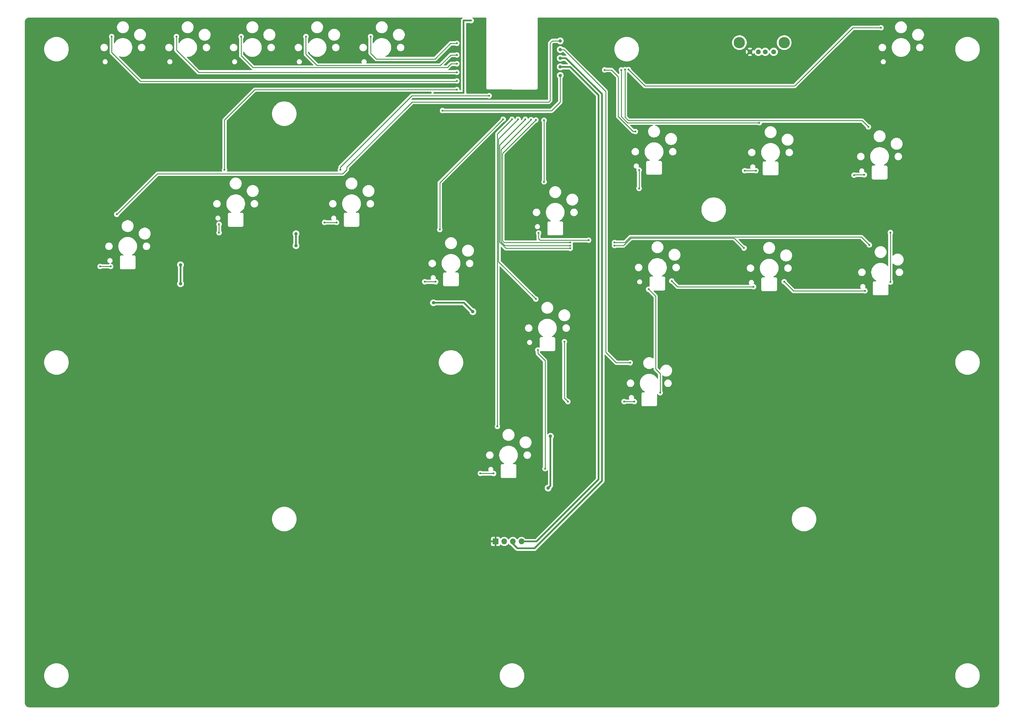
<source format=gtl>
G04 #@! TF.GenerationSoftware,KiCad,Pcbnew,8.0.4*
G04 #@! TF.CreationDate,2024-10-27T13:40:52+07:00*
G04 #@! TF.ProjectId,ShinA4,5368696e-4134-42e6-9b69-6361645f7063,rev?*
G04 #@! TF.SameCoordinates,Original*
G04 #@! TF.FileFunction,Copper,L1,Top*
G04 #@! TF.FilePolarity,Positive*
%FSLAX46Y46*%
G04 Gerber Fmt 4.6, Leading zero omitted, Abs format (unit mm)*
G04 Created by KiCad (PCBNEW 8.0.4) date 2024-10-27 13:40:52*
%MOMM*%
%LPD*%
G01*
G04 APERTURE LIST*
G04 #@! TA.AperFunction,ComponentPad*
%ADD10C,1.000000*%
G04 #@! TD*
G04 #@! TA.AperFunction,ComponentPad*
%ADD11C,1.428000*%
G04 #@! TD*
G04 #@! TA.AperFunction,ComponentPad*
%ADD12C,3.316000*%
G04 #@! TD*
G04 #@! TA.AperFunction,ComponentPad*
%ADD13R,1.700000X1.700000*%
G04 #@! TD*
G04 #@! TA.AperFunction,ComponentPad*
%ADD14O,1.700000X1.700000*%
G04 #@! TD*
G04 #@! TA.AperFunction,ViaPad*
%ADD15C,1.000000*%
G04 #@! TD*
G04 #@! TA.AperFunction,ViaPad*
%ADD16C,0.600000*%
G04 #@! TD*
G04 #@! TA.AperFunction,Conductor*
%ADD17C,0.500000*%
G04 #@! TD*
G04 #@! TA.AperFunction,Conductor*
%ADD18C,0.250000*%
G04 #@! TD*
G04 APERTURE END LIST*
D10*
X14160000Y84270000D03*
X14160000Y91890000D03*
X14160000Y86810000D03*
D11*
X76830000Y91220000D03*
X74330000Y91220000D03*
X72330000Y91220000D03*
X69830000Y91220000D03*
D12*
X79900000Y93930000D03*
X66760000Y93930000D03*
D10*
X14160000Y94430000D03*
D13*
X-4826000Y-52600000D03*
D14*
X-2286000Y-52600000D03*
X254000Y-52600000D03*
X2794000Y-52600000D03*
D10*
X14160000Y89350000D03*
D15*
X-63400000Y34300000D03*
X11300000Y-21700000D03*
D16*
X-12000000Y100400000D03*
D15*
X-63400000Y37800000D03*
X-97300000Y23100000D03*
D16*
X-22800000Y79200000D03*
D15*
X-11500000Y14900000D03*
X-97300000Y28650000D03*
D16*
X-14200000Y79200000D03*
D15*
X10600000Y-36900000D03*
X-23050000Y17500000D03*
D16*
X-60000000Y77200000D03*
X-52200000Y76200000D03*
X-60000000Y76200000D03*
X-44300000Y69200000D03*
X-74000000Y60600000D03*
X-59000000Y72800000D03*
X-60000000Y73800000D03*
X-44300000Y72800000D03*
X-75000000Y76000000D03*
X-44300000Y76200000D03*
X-87600000Y65400000D03*
X-74000000Y61600000D03*
X-60000000Y65600000D03*
X-60000000Y60800000D03*
X-75000000Y70000000D03*
X-87600000Y76000000D03*
X33000000Y98000000D03*
X-86600000Y72600000D03*
X-52200000Y61800000D03*
X-45300000Y77200000D03*
X-44300000Y77200000D03*
X-11000000Y71000000D03*
X-86600000Y65400000D03*
X-74000000Y65400000D03*
X-52200000Y77200000D03*
X44000000Y88000000D03*
X-44300000Y70200000D03*
X18000000Y97000000D03*
X43000000Y88000000D03*
X-59000000Y60800000D03*
X-87600000Y60600000D03*
X-52200000Y70200000D03*
X32000000Y97000000D03*
X-75000000Y64400000D03*
X-60000000Y69200000D03*
X-86600000Y69000000D03*
X-59000000Y77200000D03*
X-52200000Y60800000D03*
X14000000Y72000000D03*
X-75000000Y65400000D03*
X-75000000Y69000000D03*
X-44300000Y73800000D03*
X32000000Y98000000D03*
X-11000000Y72000000D03*
X-45300000Y69200000D03*
X-52200000Y65600000D03*
X-60000000Y64600000D03*
X-52200000Y72800000D03*
X-51200000Y64600000D03*
X-59000000Y64600000D03*
X-52200000Y73800000D03*
X-87600000Y73600000D03*
X-75000000Y73600000D03*
X18000000Y98000000D03*
X43000000Y89000000D03*
X-45300000Y76200000D03*
X-74000000Y76000000D03*
X-51200000Y61800000D03*
X-86600000Y61600000D03*
X-86600000Y60600000D03*
X14000000Y71000000D03*
X-45300000Y72800000D03*
X15000000Y72000000D03*
X-60000000Y72800000D03*
X-86600000Y73600000D03*
X-86600000Y77000000D03*
X-74000000Y64400000D03*
X-74000000Y77000000D03*
X-75000000Y77000000D03*
X-87600000Y64400000D03*
X-51200000Y65600000D03*
X-51200000Y72800000D03*
X-45300000Y73800000D03*
X-51200000Y77200000D03*
X-87600000Y72600000D03*
X33000000Y97000000D03*
X44000000Y89000000D03*
X-74000000Y72600000D03*
X-51200000Y69200000D03*
X-60000000Y61800000D03*
X-75000000Y60600000D03*
X-87600000Y61600000D03*
X19000000Y98000000D03*
X-51200000Y70200000D03*
X-52200000Y69200000D03*
X-86600000Y70000000D03*
X-75000000Y72600000D03*
X-59000000Y69200000D03*
X-60000000Y70200000D03*
X-74000000Y70000000D03*
X-59000000Y73800000D03*
X-86600000Y64400000D03*
X-86600000Y76000000D03*
X-59000000Y76200000D03*
X-74000000Y69000000D03*
X-51200000Y73800000D03*
X-59000000Y70200000D03*
X-10000000Y71000000D03*
X-10000000Y72000000D03*
X15000000Y71000000D03*
X-59000000Y65600000D03*
X-75000000Y61600000D03*
X-87600000Y69000000D03*
X-59000000Y61800000D03*
X-74000000Y73600000D03*
X-51200000Y60800000D03*
X-52200000Y64600000D03*
X-87600000Y70000000D03*
X19000000Y97000000D03*
X-45300000Y70200000D03*
X-51200000Y76200000D03*
X-87600000Y77000000D03*
X-20400000Y73962500D03*
X-116000000Y43500000D03*
X34700000Y-100000D03*
X-86000000Y38100000D03*
X-86000000Y40600000D03*
X-117800000Y28200000D03*
X-120900000Y28200000D03*
X-51500000Y41100000D03*
X-55000000Y41100000D03*
X-25600000Y23700000D03*
X-22400000Y23700000D03*
X-9300000Y-32600000D03*
X-5400000Y-32616000D03*
X9700000Y-31200000D03*
X7589000Y3632000D03*
X15400000Y6100000D03*
X35900000Y-11500000D03*
X32900000Y-11500000D03*
X16400000Y-11500000D03*
X40100000Y21500000D03*
X43500000Y-8900000D03*
X46900000Y23900000D03*
X70900000Y22224000D03*
X22500000Y35900000D03*
X111075000Y38150000D03*
X7800000Y38000000D03*
X111100000Y23600000D03*
X37300000Y51100000D03*
X37300000Y56500000D03*
X68300000Y56300000D03*
X71600000Y56300000D03*
X100400000Y55000000D03*
X103400000Y55100000D03*
X-79500000Y95700000D03*
X-16200000Y87700000D03*
X36228000Y67828000D03*
X27200000Y85900000D03*
X-98500000Y95700000D03*
X-16200000Y85200000D03*
X32100000Y85900000D03*
X72600000Y70400000D03*
X-50375000Y56550000D03*
X-6700000Y78300000D03*
X-2600000Y71400000D03*
X-21183000Y39036000D03*
X7000000Y18600000D03*
X1800000Y71400000D03*
X17100000Y33500000D03*
X3900000Y71400000D03*
X-16200000Y90280000D03*
X-60475000Y95700000D03*
X17100000Y34325000D03*
X5600000Y71300000D03*
X68100000Y33600000D03*
X30100000Y34325000D03*
X-4300000Y-18800000D03*
X0Y71400000D03*
X-16200000Y80120000D03*
X-84375000Y56550000D03*
X-41500000Y95700000D03*
X-16200000Y93729900D03*
X104621000Y69179000D03*
X33200000Y86000000D03*
X30100000Y35200000D03*
X7000000Y71200000D03*
X17100000Y35200000D03*
X104900000Y34500000D03*
X-117500000Y95700000D03*
X-16200000Y82660000D03*
X9400000Y71100000D03*
X9419000Y53032000D03*
X108300000Y98300000D03*
X34200000Y86000000D03*
X79900000Y23700000D03*
X103600000Y21024000D03*
D17*
X-22800000Y79200000D02*
X-14200000Y79200000D01*
X-23050000Y17500000D02*
X-14100000Y17500000D01*
X-63400000Y37800000D02*
X-63400000Y34300000D01*
X11300000Y-36200000D02*
X11300000Y-21700000D01*
X-12000000Y100400000D02*
X-14200000Y100400000D01*
X-14200000Y100400000D02*
X-14200000Y79200000D01*
X10600000Y-36900000D02*
X11300000Y-36200000D01*
X-97300000Y28650000D02*
X-97300000Y23100000D01*
X-14100000Y17500000D02*
X-11500000Y14900000D01*
X26400000Y78800000D02*
X26400000Y-34800000D01*
X6600000Y-54600000D02*
X1600000Y-54600000D01*
X254000Y-53254000D02*
X254000Y-52600000D01*
X14160000Y89350000D02*
X15850000Y89350000D01*
X26400000Y-34800000D02*
X6600000Y-54600000D01*
X1600000Y-54600000D02*
X254000Y-53254000D01*
X15850000Y89350000D02*
X26400000Y78800000D01*
X25410000Y78490000D02*
X25410000Y-34390000D01*
X17090000Y86810000D02*
X25410000Y78490000D01*
X25410000Y-34390000D02*
X7200000Y-52600000D01*
X14160000Y86810000D02*
X17090000Y86810000D01*
X7200000Y-52600000D02*
X2794000Y-52600000D01*
D18*
X11600000Y73900000D02*
X14160000Y76460000D01*
X14160000Y76460000D02*
X14160000Y84270000D01*
X-20337500Y73900000D02*
X11600000Y73900000D01*
X-20400000Y73962500D02*
X-20337500Y73900000D01*
X-49700000Y55400000D02*
X-104100000Y55400000D01*
X14160000Y94430000D02*
X11830000Y94430000D01*
X-104100000Y55400000D02*
X-116000000Y43500000D01*
X-48500000Y57300000D02*
X-48500000Y56600000D01*
X-48500000Y56600000D02*
X-49700000Y55400000D01*
X11830000Y94430000D02*
X11200000Y93800000D01*
X11200000Y76900000D02*
X10800000Y76500000D01*
X10800000Y76500000D02*
X-29300000Y76500000D01*
X-29300000Y76500000D02*
X-48500000Y57300000D01*
X11200000Y93800000D02*
X11200000Y76900000D01*
X30600000Y-100000D02*
X34700000Y-100000D01*
X27500000Y3000000D02*
X30600000Y-100000D01*
X15210000Y91890000D02*
X27500000Y79600000D01*
X27500000Y79600000D02*
X27500000Y3000000D01*
X14160000Y91890000D02*
X15210000Y91890000D01*
X-86000000Y40600000D02*
X-86000000Y38100000D01*
X-117800000Y28200000D02*
X-120500000Y28200000D01*
X-120500000Y28200000D02*
X-120900000Y28200000D01*
X-55000000Y41100000D02*
X-51500000Y41100000D01*
X-25600000Y23700000D02*
X-22400000Y23700000D01*
X-9300000Y-32600000D02*
X-5416000Y-32600000D01*
X-5416000Y-32600000D02*
X-5400000Y-32616000D01*
X9700000Y500000D02*
X9700000Y-31200000D01*
X7589000Y3632000D02*
X7589000Y2611000D01*
X7589000Y2611000D02*
X9700000Y500000D01*
X32900000Y-11500000D02*
X35900000Y-11500000D01*
X15400000Y-10500000D02*
X16400000Y-11500000D01*
X15400000Y6100000D02*
X15400000Y-10500000D01*
X42158000Y-1908307D02*
X42158000Y19442000D01*
X43500000Y-3250307D02*
X42158000Y-1908307D01*
X42158000Y19442000D02*
X40100000Y21500000D01*
X43500000Y-8900000D02*
X43500000Y-3250307D01*
X70876000Y22200000D02*
X48600000Y22200000D01*
X70900000Y22224000D02*
X70876000Y22200000D01*
X48600000Y22200000D02*
X46900000Y23900000D01*
X111075000Y38150000D02*
X111075000Y23625000D01*
X111075000Y23625000D02*
X111100000Y23600000D01*
X22500000Y35900000D02*
X8200000Y35900000D01*
X7800000Y36300000D02*
X7800000Y38000000D01*
X8200000Y35900000D02*
X7800000Y36300000D01*
X37300000Y51100000D02*
X37300000Y56500000D01*
X68300000Y56300000D02*
X71600000Y56300000D01*
X100500000Y55100000D02*
X100400000Y55000000D01*
X103400000Y55100000D02*
X100500000Y55100000D01*
X-17900000Y87700000D02*
X-19000000Y86600000D01*
X-79500000Y90100000D02*
X-79500000Y95700000D01*
X-76000000Y86600000D02*
X-79500000Y90100000D01*
X-16200000Y87700000D02*
X-17900000Y87700000D01*
X-19000000Y86600000D02*
X-76000000Y86600000D01*
X27200000Y85900000D02*
X29200000Y85900000D01*
X35572000Y67828000D02*
X36228000Y67828000D01*
X29200000Y85900000D02*
X31200000Y83900000D01*
X31200000Y83900000D02*
X31200000Y72200000D01*
X31200000Y72200000D02*
X35572000Y67828000D01*
X-16200000Y85200000D02*
X-91971521Y85200000D01*
X-91971521Y85200000D02*
X-98500000Y91728479D01*
X-98500000Y91728479D02*
X-98500000Y95700000D01*
X33900000Y70400000D02*
X72600000Y70400000D01*
X32100000Y72200000D02*
X33900000Y70400000D01*
X32100000Y85900000D02*
X32100000Y72200000D01*
X-50375000Y56500000D02*
X-50375000Y57325000D01*
X-29400000Y78300000D02*
X-6700000Y78300000D01*
X-50375000Y57325000D02*
X-29400000Y78300000D01*
X-21183000Y39036000D02*
X-21200000Y39053000D01*
X-21200000Y39053000D02*
X-21200000Y52800000D01*
X-21200000Y52800000D02*
X-2600000Y71400000D01*
X-3960000Y29560000D02*
X7000000Y18600000D01*
X-3960000Y65640000D02*
X-3960000Y29560000D01*
X1800000Y71400000D02*
X-3960000Y65640000D01*
X-3620000Y35320000D02*
X-3620000Y63880000D01*
X-1800000Y33500000D02*
X-3620000Y35320000D01*
X-3620000Y63880000D02*
X3900000Y71400000D01*
X17100000Y33500000D02*
X-1800000Y33500000D01*
X-60500000Y90500000D02*
X-57200000Y87200000D01*
X-60500000Y95775000D02*
X-60500000Y90500000D01*
X-21060000Y87200000D02*
X-17980000Y90280000D01*
X-17980000Y90280000D02*
X-16200000Y90280000D01*
X-57200000Y87200000D02*
X-21060000Y87200000D01*
X-60475000Y95800000D02*
X-60500000Y95775000D01*
X-3200000Y62500000D02*
X5600000Y71300000D01*
X11050000Y34300000D02*
X-2119168Y34300000D01*
X17100000Y34325000D02*
X11075000Y34325000D01*
X-2119168Y34300000D02*
X-3200000Y35380832D01*
X34900000Y36500000D02*
X65200000Y36500000D01*
X30100000Y34325000D02*
X32725000Y34325000D01*
X65200000Y36500000D02*
X68100000Y33600000D01*
X11075000Y34325000D02*
X11050000Y34300000D01*
X32725000Y34325000D02*
X34900000Y36500000D01*
X-3200000Y35380832D02*
X-3200000Y62500000D01*
X-4300000Y67100000D02*
X-4300000Y-18800000D01*
X0Y71400000D02*
X-4300000Y67100000D01*
X-16220000Y80100000D02*
X-75500000Y80100000D01*
X-84375000Y71225000D02*
X-84375000Y56600000D01*
X-16200000Y80120000D02*
X-16220000Y80100000D01*
X-75500000Y80100000D02*
X-84375000Y71225000D01*
X-22629900Y89100000D02*
X-39800000Y89100000D01*
X-18000000Y93729900D02*
X-22629900Y89100000D01*
X-16200000Y93729900D02*
X-18000000Y93729900D01*
X-41500000Y90800000D02*
X-41500000Y95700000D01*
X-39800000Y89100000D02*
X-41500000Y90800000D01*
X102775000Y71025000D02*
X104621000Y69179000D01*
X33200000Y86000000D02*
X33200000Y72000000D01*
X34175000Y71025000D02*
X102775000Y71025000D01*
X33200000Y72000000D02*
X34175000Y71025000D01*
X17100000Y35200000D02*
X-2300000Y35200000D01*
X30100000Y35200000D02*
X33100000Y35200000D01*
X-2800000Y35700000D02*
X-2800000Y61400000D01*
X-2800000Y61400000D02*
X7000000Y71200000D01*
X34740000Y36840000D02*
X102560000Y36840000D01*
X-2300000Y35200000D02*
X-2800000Y35700000D01*
X102560000Y36840000D02*
X104900000Y34500000D01*
X33100000Y35200000D02*
X34740000Y36840000D01*
X-16260000Y82600000D02*
X-109079541Y82600000D01*
X-109079541Y82600000D02*
X-117500000Y91020459D01*
X-16200000Y82660000D02*
X-16260000Y82600000D01*
X-117500000Y91020459D02*
X-117500000Y95700000D01*
X9400000Y53051000D02*
X9419000Y53032000D01*
X9400000Y71100000D02*
X9400000Y53051000D01*
X39000000Y81200000D02*
X83000000Y81200000D01*
X83000000Y81200000D02*
X100100000Y98300000D01*
X34200000Y86000000D02*
X39000000Y81200000D01*
X100100000Y98300000D02*
X108300000Y98300000D01*
X103600000Y21024000D02*
X103576000Y21000000D01*
X82600000Y21000000D02*
X79900000Y23700000D01*
X103576000Y21000000D02*
X82600000Y21000000D01*
G04 #@! TA.AperFunction,Conductor*
G36*
X-14544931Y101279815D02*
G01*
X-14499176Y101227011D01*
X-14489232Y101157853D01*
X-14518257Y101094297D01*
X-14550490Y101068559D01*
X-14550430Y101068469D01*
X-14551492Y101067758D01*
X-14553519Y101066141D01*
X-14555493Y101065085D01*
X-14555495Y101065084D01*
X-14678416Y100982951D01*
X-14782951Y100878416D01*
X-14815580Y100829581D01*
X-14865079Y100755504D01*
X-14865082Y100755497D01*
X-14865084Y100755495D01*
X-14921658Y100618913D01*
X-14921659Y100618907D01*
X-14950500Y100473920D01*
X-14950500Y80074500D01*
X-14970185Y80007461D01*
X-15022989Y79961706D01*
X-15074500Y79950500D01*
X-15274777Y79950500D01*
X-15341816Y79970185D01*
X-15387571Y80022989D01*
X-15397997Y80088384D01*
X-15394435Y80119997D01*
X-15394435Y80120003D01*
X-15414630Y80299249D01*
X-15414631Y80299254D01*
X-15474211Y80469523D01*
X-15570184Y80622262D01*
X-15697737Y80749815D01*
X-15697738Y80749816D01*
X-15850478Y80845789D01*
X-16020745Y80905368D01*
X-16020750Y80905369D01*
X-16199996Y80925565D01*
X-16200004Y80925565D01*
X-16379249Y80905369D01*
X-16379252Y80905368D01*
X-16379255Y80905368D01*
X-16549522Y80845789D01*
X-16620378Y80801267D01*
X-16708158Y80746111D01*
X-16709474Y80748205D01*
X-16763529Y80726143D01*
X-16776143Y80725500D01*
X-75438394Y80725500D01*
X-75561607Y80725500D01*
X-75618703Y80714143D01*
X-75618704Y80714143D01*
X-75634749Y80710951D01*
X-75682452Y80701463D01*
X-75796286Y80654311D01*
X-75893337Y80589463D01*
X-75898734Y80585857D01*
X-84763523Y71721065D01*
X-84763528Y71721062D01*
X-84773731Y71710858D01*
X-84773733Y71710858D01*
X-84860858Y71623733D01*
X-84875204Y71602262D01*
X-84929312Y71521286D01*
X-84956015Y71456818D01*
X-84976463Y71407452D01*
X-84992622Y71326213D01*
X-85000499Y71286610D01*
X-85000500Y71286607D01*
X-85000500Y57094854D01*
X-85019506Y57028881D01*
X-85043223Y56991138D01*
X-85078549Y56934916D01*
X-85100789Y56899522D01*
X-85147074Y56767245D01*
X-85160368Y56729254D01*
X-85160369Y56729249D01*
X-85180565Y56550003D01*
X-85180565Y56549996D01*
X-85160369Y56370750D01*
X-85160368Y56370745D01*
X-85098489Y56193905D01*
X-85100484Y56193206D01*
X-85090799Y56134348D01*
X-85118528Y56070216D01*
X-85176528Y56031256D01*
X-85213870Y56025500D01*
X-104161608Y56025500D01*
X-104161608Y56025499D01*
X-104235928Y56010717D01*
X-104282452Y56001463D01*
X-104396286Y55954311D01*
X-104482590Y55896644D01*
X-104496559Y55887310D01*
X-104496569Y55887304D01*
X-104498701Y55885878D01*
X-104498734Y55885857D01*
X-116058379Y44326209D01*
X-116119700Y44292726D01*
X-116132156Y44290674D01*
X-116179255Y44285368D01*
X-116349522Y44225789D01*
X-116502262Y44129816D01*
X-116629816Y44002262D01*
X-116725789Y43849522D01*
X-116785368Y43679255D01*
X-116785368Y43679254D01*
X-116785369Y43679249D01*
X-116805565Y43500003D01*
X-116805565Y43499996D01*
X-116790296Y43364483D01*
X-116785368Y43320745D01*
X-116725789Y43150478D01*
X-116669517Y43060921D01*
X-116629815Y42997737D01*
X-116502262Y42870184D01*
X-116349523Y42774211D01*
X-116179254Y42714631D01*
X-116179249Y42714630D01*
X-116000004Y42694435D01*
X-116000000Y42694435D01*
X-115999996Y42694435D01*
X-115820750Y42714630D01*
X-115820745Y42714631D01*
X-115650476Y42774211D01*
X-115497737Y42870184D01*
X-115370184Y42997737D01*
X-115274210Y43150478D01*
X-115214630Y43320750D01*
X-115209326Y43367825D01*
X-115182258Y43432239D01*
X-115173787Y43441621D01*
X-111928721Y46686687D01*
X-87701400Y46686687D01*
X-87701400Y46513312D01*
X-87690664Y46445532D01*
X-87674280Y46342088D01*
X-87674279Y46342086D01*
X-87620709Y46177211D01*
X-87620708Y46177208D01*
X-87601009Y46138548D01*
X-87542002Y46022740D01*
X-87440101Y45882486D01*
X-87317514Y45759899D01*
X-87177260Y45657998D01*
X-87022791Y45579291D01*
X-87022788Y45579290D01*
X-86857913Y45525720D01*
X-86686687Y45498600D01*
X-86686682Y45498600D01*
X-86513313Y45498600D01*
X-86342086Y45525720D01*
X-86177211Y45579290D01*
X-86177208Y45579291D01*
X-86022739Y45657998D01*
X-85942719Y45716136D01*
X-85882486Y45759899D01*
X-85882484Y45759901D01*
X-85882483Y45759901D01*
X-85759901Y45882483D01*
X-85759901Y45882484D01*
X-85759899Y45882486D01*
X-85716136Y45942719D01*
X-85657998Y46022739D01*
X-85579291Y46177208D01*
X-85579290Y46177211D01*
X-85525720Y46342086D01*
X-85498600Y46513312D01*
X-85498600Y46686687D01*
X-85509335Y46754467D01*
X-83850500Y46754467D01*
X-83850500Y46445532D01*
X-83850499Y46445528D01*
X-83820268Y46177211D01*
X-83815911Y46138548D01*
X-83809726Y46111451D01*
X-83747168Y45837364D01*
X-83747164Y45837352D01*
X-83720062Y45759899D01*
X-83645135Y45545771D01*
X-83511095Y45267435D01*
X-83346735Y45005857D01*
X-83154120Y44764326D01*
X-82935673Y44545879D01*
X-82932611Y44543437D01*
X-82694143Y44353265D01*
X-82594525Y44290671D01*
X-82432559Y44188901D01*
X-82426991Y44186220D01*
X-82375131Y44139398D01*
X-82356818Y44071971D01*
X-82377866Y44005347D01*
X-82431592Y43960678D01*
X-82480792Y43950500D01*
X-82834108Y43950500D01*
X-82965892Y43950500D01*
X-83093186Y43916392D01*
X-83207314Y43850500D01*
X-83300500Y43757314D01*
X-83366392Y43643186D01*
X-83400500Y43515892D01*
X-83400500Y40415892D01*
X-83400500Y40284108D01*
X-83366392Y40156814D01*
X-83300500Y40042686D01*
X-83207314Y39949500D01*
X-83182646Y39935258D01*
X-83093187Y39883608D01*
X-83029539Y39866554D01*
X-82965892Y39849500D01*
X-82965891Y39849500D01*
X-79234108Y39849500D01*
X-79106812Y39883608D01*
X-78992686Y39949500D01*
X-78992683Y39949502D01*
X-78899502Y40042683D01*
X-78899500Y40042686D01*
X-78833608Y40156812D01*
X-78799500Y40284108D01*
X-78799500Y41100003D01*
X-55805565Y41100003D01*
X-55805565Y41099996D01*
X-55785369Y40920750D01*
X-55785368Y40920745D01*
X-55725789Y40750478D01*
X-55630696Y40599138D01*
X-55629815Y40597737D01*
X-55502262Y40470184D01*
X-55349523Y40374211D01*
X-55179254Y40314631D01*
X-55179249Y40314630D01*
X-55000004Y40294435D01*
X-55000000Y40294435D01*
X-54999996Y40294435D01*
X-54820750Y40314630D01*
X-54820745Y40314631D01*
X-54650476Y40374211D01*
X-54521117Y40455494D01*
X-54455145Y40474500D01*
X-52044855Y40474500D01*
X-51978883Y40455494D01*
X-51849523Y40374211D01*
X-51679254Y40314631D01*
X-51679249Y40314630D01*
X-51500004Y40294435D01*
X-51500000Y40294435D01*
X-51499996Y40294435D01*
X-51320750Y40314630D01*
X-51320745Y40314631D01*
X-51150476Y40374211D01*
X-50997737Y40470184D01*
X-50870184Y40597737D01*
X-50774211Y40750476D01*
X-50714631Y40920745D01*
X-50714630Y40920750D01*
X-50694435Y41099996D01*
X-50694435Y41100003D01*
X-50714630Y41279249D01*
X-50714631Y41279254D01*
X-50774211Y41449523D01*
X-50870184Y41602262D01*
X-50997737Y41729815D01*
X-50997738Y41729816D01*
X-51088080Y41786582D01*
X-51150476Y41825788D01*
X-51150478Y41825789D01*
X-51320745Y41885368D01*
X-51320750Y41885369D01*
X-51499996Y41905565D01*
X-51500001Y41905565D01*
X-51511269Y41904295D01*
X-51519312Y41903389D01*
X-51588134Y41915443D01*
X-51639514Y41962791D01*
X-51657139Y42030402D01*
X-51647759Y42074061D01*
X-51602859Y42182459D01*
X-51602858Y42182465D01*
X-51574200Y42326540D01*
X-51574200Y42473459D01*
X-51602858Y42617534D01*
X-51602861Y42617544D01*
X-51659078Y42753266D01*
X-51659083Y42753275D01*
X-51740698Y42875419D01*
X-51740701Y42875423D01*
X-51844576Y42979298D01*
X-51844580Y42979301D01*
X-51966724Y43060916D01*
X-51966733Y43060921D01*
X-51991800Y43071304D01*
X-52102458Y43117140D01*
X-52246540Y43145799D01*
X-52246544Y43145800D01*
X-52246545Y43145800D01*
X-52393455Y43145800D01*
X-52393456Y43145800D01*
X-52393457Y43145799D01*
X-52537542Y43117140D01*
X-52673269Y43060920D01*
X-52795420Y42979301D01*
X-52899301Y42875420D01*
X-52980920Y42753269D01*
X-53037140Y42617542D01*
X-53065800Y42473455D01*
X-53065800Y42326545D01*
X-53037140Y42182458D01*
X-52992240Y42074061D01*
X-52980921Y42046733D01*
X-52980916Y42046724D01*
X-52895917Y41919515D01*
X-52897978Y41918137D01*
X-52874927Y41863826D01*
X-52886735Y41794961D01*
X-52933899Y41743412D01*
X-52998097Y41725500D01*
X-54455145Y41725500D01*
X-54521117Y41744506D01*
X-54650476Y41825788D01*
X-54650478Y41825789D01*
X-54820745Y41885368D01*
X-54820750Y41885369D01*
X-54999996Y41905565D01*
X-55000004Y41905565D01*
X-55179249Y41885369D01*
X-55179252Y41885368D01*
X-55179255Y41885368D01*
X-55349522Y41825789D01*
X-55502262Y41729816D01*
X-55629816Y41602262D01*
X-55725789Y41449522D01*
X-55769085Y41325789D01*
X-55785368Y41279254D01*
X-55785369Y41279249D01*
X-55805565Y41100003D01*
X-78799500Y41100003D01*
X-78799500Y43515891D01*
X-78833608Y43643187D01*
X-78898725Y43755971D01*
X-78899500Y43757314D01*
X-78992686Y43850500D01*
X-79106814Y43916392D01*
X-79234108Y43950500D01*
X-79234110Y43950500D01*
X-79719208Y43950500D01*
X-79786247Y43970185D01*
X-79832002Y44022989D01*
X-79841946Y44092147D01*
X-79812921Y44155703D01*
X-79773009Y44186220D01*
X-79767440Y44188901D01*
X-79505858Y44353264D01*
X-79264326Y44545879D01*
X-79045879Y44764326D01*
X-78853264Y45005858D01*
X-78688903Y45267437D01*
X-78554868Y45545763D01*
X-78554862Y45545777D01*
X-78452835Y45837352D01*
X-78452831Y45837364D01*
X-78384089Y46138544D01*
X-78384086Y46138562D01*
X-78349500Y46445528D01*
X-78349500Y46686687D01*
X-76701400Y46686687D01*
X-76701400Y46513312D01*
X-76690664Y46445532D01*
X-76674280Y46342088D01*
X-76674279Y46342086D01*
X-76620709Y46177211D01*
X-76620708Y46177208D01*
X-76601009Y46138548D01*
X-76542002Y46022740D01*
X-76440101Y45882486D01*
X-76317514Y45759899D01*
X-76177260Y45657998D01*
X-76022791Y45579291D01*
X-76022788Y45579290D01*
X-75857913Y45525720D01*
X-75686687Y45498600D01*
X-75686682Y45498600D01*
X-75513313Y45498600D01*
X-75342086Y45525720D01*
X-75177211Y45579290D01*
X-75177208Y45579291D01*
X-75022739Y45657998D01*
X-74942719Y45716136D01*
X-74882486Y45759899D01*
X-74882484Y45759901D01*
X-74882483Y45759901D01*
X-74759901Y45882483D01*
X-74759901Y45882484D01*
X-74759899Y45882486D01*
X-74716136Y45942719D01*
X-74657998Y46022739D01*
X-74579291Y46177208D01*
X-74579290Y46177211D01*
X-74525720Y46342086D01*
X-74498600Y46513312D01*
X-74498600Y46686687D01*
X-53701400Y46686687D01*
X-53701400Y46513312D01*
X-53690664Y46445532D01*
X-53674280Y46342088D01*
X-53674279Y46342086D01*
X-53620709Y46177211D01*
X-53620708Y46177208D01*
X-53601009Y46138548D01*
X-53542002Y46022740D01*
X-53440101Y45882486D01*
X-53317514Y45759899D01*
X-53177260Y45657998D01*
X-53022791Y45579291D01*
X-53022788Y45579290D01*
X-52857913Y45525720D01*
X-52686687Y45498600D01*
X-52686682Y45498600D01*
X-52513313Y45498600D01*
X-52342086Y45525720D01*
X-52177211Y45579290D01*
X-52177208Y45579291D01*
X-52022739Y45657998D01*
X-51942719Y45716136D01*
X-51882486Y45759899D01*
X-51882484Y45759901D01*
X-51882483Y45759901D01*
X-51759901Y45882483D01*
X-51759901Y45882484D01*
X-51759899Y45882486D01*
X-51716136Y45942719D01*
X-51657998Y46022739D01*
X-51579291Y46177208D01*
X-51579290Y46177211D01*
X-51525720Y46342086D01*
X-51498600Y46513312D01*
X-51498600Y46686687D01*
X-51509335Y46754467D01*
X-49850500Y46754467D01*
X-49850500Y46445532D01*
X-49850499Y46445528D01*
X-49820268Y46177211D01*
X-49815911Y46138548D01*
X-49809726Y46111451D01*
X-49747168Y45837364D01*
X-49747164Y45837352D01*
X-49720062Y45759899D01*
X-49645135Y45545771D01*
X-49511095Y45267435D01*
X-49346735Y45005857D01*
X-49154120Y44764326D01*
X-48935673Y44545879D01*
X-48932611Y44543437D01*
X-48694143Y44353265D01*
X-48594525Y44290671D01*
X-48432559Y44188901D01*
X-48426991Y44186220D01*
X-48375131Y44139398D01*
X-48356818Y44071971D01*
X-48377866Y44005347D01*
X-48431592Y43960678D01*
X-48480792Y43950500D01*
X-48834108Y43950500D01*
X-48965892Y43950500D01*
X-49093186Y43916392D01*
X-49207314Y43850500D01*
X-49300500Y43757314D01*
X-49366392Y43643186D01*
X-49400500Y43515892D01*
X-49400500Y40415892D01*
X-49400500Y40284108D01*
X-49366392Y40156814D01*
X-49300500Y40042686D01*
X-49207314Y39949500D01*
X-49182646Y39935258D01*
X-49093187Y39883608D01*
X-49029539Y39866554D01*
X-48965892Y39849500D01*
X-48965891Y39849500D01*
X-45234108Y39849500D01*
X-45106812Y39883608D01*
X-44992686Y39949500D01*
X-44992683Y39949502D01*
X-44899502Y40042683D01*
X-44899500Y40042686D01*
X-44833608Y40156812D01*
X-44799500Y40284108D01*
X-44799500Y43515891D01*
X-44833608Y43643187D01*
X-44898725Y43755971D01*
X-44899500Y43757314D01*
X-44992686Y43850500D01*
X-45106814Y43916392D01*
X-45234108Y43950500D01*
X-45234110Y43950500D01*
X-45719208Y43950500D01*
X-45786247Y43970185D01*
X-45832002Y44022989D01*
X-45841946Y44092147D01*
X-45812921Y44155703D01*
X-45773009Y44186220D01*
X-45767440Y44188901D01*
X-45505858Y44353264D01*
X-45264326Y44545879D01*
X-45045879Y44764326D01*
X-44853264Y45005858D01*
X-44688903Y45267437D01*
X-44554868Y45545763D01*
X-44554862Y45545777D01*
X-44452835Y45837352D01*
X-44452831Y45837364D01*
X-44384089Y46138544D01*
X-44384086Y46138562D01*
X-44349500Y46445528D01*
X-44349500Y46686687D01*
X-42701400Y46686687D01*
X-42701400Y46513312D01*
X-42690664Y46445532D01*
X-42674280Y46342088D01*
X-42674279Y46342086D01*
X-42620709Y46177211D01*
X-42620708Y46177208D01*
X-42601009Y46138548D01*
X-42542002Y46022740D01*
X-42440101Y45882486D01*
X-42317514Y45759899D01*
X-42177260Y45657998D01*
X-42022791Y45579291D01*
X-42022788Y45579290D01*
X-41857913Y45525720D01*
X-41686687Y45498600D01*
X-41686682Y45498600D01*
X-41513313Y45498600D01*
X-41342086Y45525720D01*
X-41177211Y45579290D01*
X-41177208Y45579291D01*
X-41022739Y45657998D01*
X-40942719Y45716136D01*
X-40882486Y45759899D01*
X-40882484Y45759901D01*
X-40882483Y45759901D01*
X-40759901Y45882483D01*
X-40759901Y45882484D01*
X-40759899Y45882486D01*
X-40716136Y45942719D01*
X-40657998Y46022739D01*
X-40579291Y46177208D01*
X-40579290Y46177211D01*
X-40525720Y46342086D01*
X-40498600Y46513312D01*
X-40498600Y46686687D01*
X-40525720Y46857913D01*
X-40579290Y47022788D01*
X-40579291Y47022791D01*
X-40657998Y47177260D01*
X-40759899Y47317514D01*
X-40882486Y47440101D01*
X-41022740Y47542002D01*
X-41098502Y47580604D01*
X-41177208Y47620708D01*
X-41177211Y47620709D01*
X-41259648Y47647494D01*
X-41342088Y47674280D01*
X-41421391Y47686840D01*
X-41513313Y47701400D01*
X-41513318Y47701400D01*
X-41686682Y47701400D01*
X-41686687Y47701400D01*
X-41769695Y47688252D01*
X-41857912Y47674280D01*
X-42022791Y47620708D01*
X-42177260Y47542002D01*
X-42317514Y47440101D01*
X-42440101Y47317514D01*
X-42542002Y47177260D01*
X-42620708Y47022791D01*
X-42674280Y46857912D01*
X-42680939Y46815868D01*
X-42701400Y46686687D01*
X-44349500Y46686687D01*
X-44349500Y46754471D01*
X-44384086Y47061437D01*
X-44384089Y47061455D01*
X-44452831Y47362635D01*
X-44452835Y47362647D01*
X-44554862Y47654222D01*
X-44554868Y47654236D01*
X-44688903Y47932562D01*
X-44834228Y48163846D01*
X-44853265Y48194143D01*
X-45045880Y48435674D01*
X-45264326Y48654120D01*
X-45505857Y48846735D01*
X-45767435Y49011095D01*
X-46045771Y49145135D01*
X-46183530Y49193339D01*
X-46337352Y49247164D01*
X-46337364Y49247168D01*
X-46376599Y49256123D01*
X-46638548Y49315911D01*
X-46638554Y49315911D01*
X-46638562Y49315913D01*
X-46843206Y49338970D01*
X-46945530Y49350499D01*
X-46945533Y49350500D01*
X-46945535Y49350500D01*
X-47254465Y49350500D01*
X-47254467Y49350500D01*
X-47254468Y49350499D01*
X-47411356Y49332822D01*
X-47561437Y49315913D01*
X-47561442Y49315912D01*
X-47561452Y49315911D01*
X-47862636Y49247168D01*
X-48154229Y49145135D01*
X-48432565Y49011095D01*
X-48694143Y48846735D01*
X-48935674Y48654120D01*
X-49154120Y48435674D01*
X-49346735Y48194143D01*
X-49511095Y47932565D01*
X-49645135Y47654229D01*
X-49747168Y47362636D01*
X-49789478Y47177260D01*
X-49815910Y47061455D01*
X-49815913Y47061437D01*
X-49832822Y46911356D01*
X-49845604Y46797913D01*
X-49850499Y46754471D01*
X-49850500Y46754467D01*
X-51509335Y46754467D01*
X-51525720Y46857913D01*
X-51579290Y47022788D01*
X-51579291Y47022791D01*
X-51657998Y47177260D01*
X-51759899Y47317514D01*
X-51882486Y47440101D01*
X-52022740Y47542002D01*
X-52098502Y47580604D01*
X-52177208Y47620708D01*
X-52177211Y47620709D01*
X-52259648Y47647494D01*
X-52342088Y47674280D01*
X-52421391Y47686840D01*
X-52513313Y47701400D01*
X-52513318Y47701400D01*
X-52686682Y47701400D01*
X-52686687Y47701400D01*
X-52769695Y47688252D01*
X-52857912Y47674280D01*
X-53022791Y47620708D01*
X-53177260Y47542002D01*
X-53317514Y47440101D01*
X-53440101Y47317514D01*
X-53542002Y47177260D01*
X-53620708Y47022791D01*
X-53674280Y46857912D01*
X-53680939Y46815868D01*
X-53701400Y46686687D01*
X-74498600Y46686687D01*
X-74525720Y46857913D01*
X-74579290Y47022788D01*
X-74579291Y47022791D01*
X-74657998Y47177260D01*
X-74759899Y47317514D01*
X-74882486Y47440101D01*
X-75022740Y47542002D01*
X-75098502Y47580604D01*
X-75177208Y47620708D01*
X-75177211Y47620709D01*
X-75259648Y47647494D01*
X-75342088Y47674280D01*
X-75421391Y47686840D01*
X-75513313Y47701400D01*
X-75513318Y47701400D01*
X-75686682Y47701400D01*
X-75686687Y47701400D01*
X-75769695Y47688252D01*
X-75857912Y47674280D01*
X-76022791Y47620708D01*
X-76177260Y47542002D01*
X-76317514Y47440101D01*
X-76440101Y47317514D01*
X-76542002Y47177260D01*
X-76620708Y47022791D01*
X-76674280Y46857912D01*
X-76680939Y46815868D01*
X-76701400Y46686687D01*
X-78349500Y46686687D01*
X-78349500Y46754471D01*
X-78384086Y47061437D01*
X-78384089Y47061455D01*
X-78452831Y47362635D01*
X-78452835Y47362647D01*
X-78554862Y47654222D01*
X-78554868Y47654236D01*
X-78688903Y47932562D01*
X-78834228Y48163846D01*
X-78853265Y48194143D01*
X-79045880Y48435674D01*
X-79264326Y48654120D01*
X-79505857Y48846735D01*
X-79767435Y49011095D01*
X-80045771Y49145135D01*
X-80183530Y49193339D01*
X-80337352Y49247164D01*
X-80337364Y49247168D01*
X-80376599Y49256123D01*
X-80638548Y49315911D01*
X-80638554Y49315911D01*
X-80638562Y49315913D01*
X-80843206Y49338970D01*
X-80945530Y49350499D01*
X-80945533Y49350500D01*
X-80945535Y49350500D01*
X-81254465Y49350500D01*
X-81254467Y49350500D01*
X-81254468Y49350499D01*
X-81411356Y49332822D01*
X-81561437Y49315913D01*
X-81561442Y49315912D01*
X-81561452Y49315911D01*
X-81862636Y49247168D01*
X-82154229Y49145135D01*
X-82432565Y49011095D01*
X-82694143Y48846735D01*
X-82935674Y48654120D01*
X-83154120Y48435674D01*
X-83346735Y48194143D01*
X-83511095Y47932565D01*
X-83645135Y47654229D01*
X-83747168Y47362636D01*
X-83789478Y47177260D01*
X-83815910Y47061455D01*
X-83815913Y47061437D01*
X-83832822Y46911356D01*
X-83845604Y46797913D01*
X-83850499Y46754471D01*
X-83850500Y46754467D01*
X-85509335Y46754467D01*
X-85525720Y46857913D01*
X-85579290Y47022788D01*
X-85579291Y47022791D01*
X-85657998Y47177260D01*
X-85759899Y47317514D01*
X-85882486Y47440101D01*
X-86022740Y47542002D01*
X-86098502Y47580604D01*
X-86177208Y47620708D01*
X-86177211Y47620709D01*
X-86259648Y47647494D01*
X-86342088Y47674280D01*
X-86421391Y47686840D01*
X-86513313Y47701400D01*
X-86513318Y47701400D01*
X-86686682Y47701400D01*
X-86686687Y47701400D01*
X-86769695Y47688252D01*
X-86857912Y47674280D01*
X-87022791Y47620708D01*
X-87177260Y47542002D01*
X-87317514Y47440101D01*
X-87440101Y47317514D01*
X-87542002Y47177260D01*
X-87620708Y47022791D01*
X-87674280Y46857912D01*
X-87680939Y46815868D01*
X-87701400Y46686687D01*
X-111928721Y46686687D01*
X-108150675Y50464734D01*
X-77850500Y50464734D01*
X-77850500Y50235266D01*
X-77820548Y50007762D01*
X-77761158Y49786113D01*
X-77721251Y49689770D01*
X-77676819Y49582500D01*
X-77673344Y49574112D01*
X-77558611Y49375388D01*
X-77558608Y49375385D01*
X-77558607Y49375382D01*
X-77418918Y49193338D01*
X-77418911Y49193330D01*
X-77256670Y49031089D01*
X-77256661Y49031081D01*
X-77074617Y48891392D01*
X-76875890Y48776657D01*
X-76875876Y48776650D01*
X-76663887Y48688842D01*
X-76442238Y48629452D01*
X-76404215Y48624446D01*
X-76214741Y48599500D01*
X-76214734Y48599500D01*
X-75985258Y48599500D01*
X-75757770Y48629451D01*
X-75757762Y48629452D01*
X-75664076Y48654554D01*
X-75536112Y48688842D01*
X-75324123Y48776650D01*
X-75324109Y48776657D01*
X-75125382Y48891392D01*
X-74943338Y49031081D01*
X-74781081Y49193338D01*
X-74641392Y49375382D01*
X-74526657Y49574109D01*
X-74526650Y49574123D01*
X-74438842Y49786112D01*
X-74379453Y50007759D01*
X-74379451Y50007770D01*
X-74349500Y50235258D01*
X-74349500Y50464734D01*
X-43850500Y50464734D01*
X-43850500Y50235266D01*
X-43820548Y50007762D01*
X-43761158Y49786113D01*
X-43721251Y49689770D01*
X-43676819Y49582500D01*
X-43673344Y49574112D01*
X-43558611Y49375388D01*
X-43558608Y49375385D01*
X-43558607Y49375382D01*
X-43418918Y49193338D01*
X-43418911Y49193330D01*
X-43256670Y49031089D01*
X-43256661Y49031081D01*
X-43074617Y48891392D01*
X-42875890Y48776657D01*
X-42875876Y48776650D01*
X-42663887Y48688842D01*
X-42442238Y48629452D01*
X-42404215Y48624446D01*
X-42214741Y48599500D01*
X-42214734Y48599500D01*
X-41985258Y48599500D01*
X-41757770Y48629451D01*
X-41757762Y48629452D01*
X-41664076Y48654554D01*
X-41536112Y48688842D01*
X-41324123Y48776650D01*
X-41324109Y48776657D01*
X-41125382Y48891392D01*
X-40943338Y49031081D01*
X-40781081Y49193338D01*
X-40641392Y49375382D01*
X-40526657Y49574109D01*
X-40526650Y49574123D01*
X-40438842Y49786112D01*
X-40379453Y50007759D01*
X-40379451Y50007770D01*
X-40349500Y50235258D01*
X-40349500Y50464741D01*
X-40379451Y50692229D01*
X-40379452Y50692238D01*
X-40438842Y50913887D01*
X-40477252Y51006617D01*
X-40526650Y51125876D01*
X-40526657Y51125890D01*
X-40641392Y51324617D01*
X-40781081Y51506661D01*
X-40781089Y51506670D01*
X-40943330Y51668911D01*
X-40943338Y51668918D01*
X-41125382Y51808607D01*
X-41125385Y51808608D01*
X-41125388Y51808611D01*
X-41324112Y51923344D01*
X-41324117Y51923346D01*
X-41324123Y51923349D01*
X-41415480Y51961190D01*
X-41536113Y52011158D01*
X-41757762Y52070548D01*
X-41985266Y52100500D01*
X-42214734Y52100500D01*
X-42442238Y52070548D01*
X-42663887Y52011158D01*
X-42875888Y51923344D01*
X-43074612Y51808611D01*
X-43256661Y51668919D01*
X-43256665Y51668914D01*
X-43256670Y51668911D01*
X-43418911Y51506670D01*
X-43418914Y51506665D01*
X-43418919Y51506661D01*
X-43558611Y51324612D01*
X-43673344Y51125888D01*
X-43761158Y50913887D01*
X-43820548Y50692238D01*
X-43850500Y50464734D01*
X-74349500Y50464734D01*
X-74349500Y50464741D01*
X-74379451Y50692229D01*
X-74379452Y50692238D01*
X-74438842Y50913887D01*
X-74477252Y51006617D01*
X-74526650Y51125876D01*
X-74526657Y51125890D01*
X-74641392Y51324617D01*
X-74781081Y51506661D01*
X-74781089Y51506670D01*
X-74943330Y51668911D01*
X-74943338Y51668918D01*
X-75125382Y51808607D01*
X-75125385Y51808608D01*
X-75125388Y51808611D01*
X-75324112Y51923344D01*
X-75324117Y51923346D01*
X-75324123Y51923349D01*
X-75415480Y51961190D01*
X-75536113Y52011158D01*
X-75757762Y52070548D01*
X-75985266Y52100500D01*
X-76214734Y52100500D01*
X-76442238Y52070548D01*
X-76663887Y52011158D01*
X-76875888Y51923344D01*
X-77074612Y51808611D01*
X-77256661Y51668919D01*
X-77256665Y51668914D01*
X-77256670Y51668911D01*
X-77418911Y51506670D01*
X-77418914Y51506665D01*
X-77418919Y51506661D01*
X-77558611Y51324612D01*
X-77673344Y51125888D01*
X-77761158Y50913887D01*
X-77820548Y50692238D01*
X-77850500Y50464734D01*
X-108150675Y50464734D01*
X-105950675Y52664734D01*
X-82850500Y52664734D01*
X-82850500Y52435266D01*
X-82820548Y52207762D01*
X-82761158Y51986113D01*
X-82735160Y51923349D01*
X-82676819Y51782500D01*
X-82673344Y51774112D01*
X-82558611Y51575388D01*
X-82558608Y51575385D01*
X-82558607Y51575382D01*
X-82418918Y51393338D01*
X-82418911Y51393330D01*
X-82256670Y51231089D01*
X-82256661Y51231081D01*
X-82074617Y51091392D01*
X-81875890Y50976657D01*
X-81875876Y50976650D01*
X-81724351Y50913887D01*
X-81663887Y50888842D01*
X-81442238Y50829452D01*
X-81404215Y50824446D01*
X-81214741Y50799500D01*
X-81214734Y50799500D01*
X-80985258Y50799500D01*
X-80757770Y50829451D01*
X-80757762Y50829452D01*
X-80664076Y50854554D01*
X-80536112Y50888842D01*
X-80324123Y50976650D01*
X-80324109Y50976657D01*
X-80125382Y51091392D01*
X-79943338Y51231081D01*
X-79781081Y51393338D01*
X-79641392Y51575382D01*
X-79526657Y51774109D01*
X-79526650Y51774123D01*
X-79438842Y51986112D01*
X-79379453Y52207759D01*
X-79379451Y52207770D01*
X-79349500Y52435258D01*
X-79349500Y52664734D01*
X-48850500Y52664734D01*
X-48850500Y52435266D01*
X-48820548Y52207762D01*
X-48761158Y51986113D01*
X-48735160Y51923349D01*
X-48676819Y51782500D01*
X-48673344Y51774112D01*
X-48558611Y51575388D01*
X-48558608Y51575385D01*
X-48558607Y51575382D01*
X-48418918Y51393338D01*
X-48418911Y51393330D01*
X-48256670Y51231089D01*
X-48256661Y51231081D01*
X-48074617Y51091392D01*
X-47875890Y50976657D01*
X-47875876Y50976650D01*
X-47724351Y50913887D01*
X-47663887Y50888842D01*
X-47442238Y50829452D01*
X-47404215Y50824446D01*
X-47214741Y50799500D01*
X-47214734Y50799500D01*
X-46985258Y50799500D01*
X-46757770Y50829451D01*
X-46757762Y50829452D01*
X-46664076Y50854554D01*
X-46536112Y50888842D01*
X-46324123Y50976650D01*
X-46324109Y50976657D01*
X-46125382Y51091392D01*
X-45943338Y51231081D01*
X-45781081Y51393338D01*
X-45641392Y51575382D01*
X-45526657Y51774109D01*
X-45526650Y51774123D01*
X-45438842Y51986112D01*
X-45379453Y52207759D01*
X-45379451Y52207770D01*
X-45349500Y52435258D01*
X-45349500Y52664741D01*
X-45379451Y52892229D01*
X-45379452Y52892238D01*
X-45438842Y53113887D01*
X-45452769Y53147509D01*
X-45526650Y53325876D01*
X-45526657Y53325890D01*
X-45641392Y53524617D01*
X-45781081Y53706661D01*
X-45781089Y53706670D01*
X-45943330Y53868911D01*
X-45943338Y53868918D01*
X-46125382Y54008607D01*
X-46125385Y54008608D01*
X-46125388Y54008611D01*
X-46324112Y54123344D01*
X-46324117Y54123346D01*
X-46324123Y54123349D01*
X-46415480Y54161190D01*
X-46536113Y54211158D01*
X-46757762Y54270548D01*
X-46985266Y54300500D01*
X-47214734Y54300500D01*
X-47442238Y54270548D01*
X-47663887Y54211158D01*
X-47875888Y54123344D01*
X-48074612Y54008611D01*
X-48256661Y53868919D01*
X-48256665Y53868914D01*
X-48256670Y53868911D01*
X-48418911Y53706670D01*
X-48418914Y53706665D01*
X-48418919Y53706661D01*
X-48558611Y53524612D01*
X-48673344Y53325888D01*
X-48761158Y53113887D01*
X-48820548Y52892238D01*
X-48850500Y52664734D01*
X-79349500Y52664734D01*
X-79349500Y52664741D01*
X-79379451Y52892229D01*
X-79379452Y52892238D01*
X-79438842Y53113887D01*
X-79452769Y53147509D01*
X-79526650Y53325876D01*
X-79526657Y53325890D01*
X-79641392Y53524617D01*
X-79781081Y53706661D01*
X-79781089Y53706670D01*
X-79943330Y53868911D01*
X-79943338Y53868918D01*
X-80125382Y54008607D01*
X-80125385Y54008608D01*
X-80125388Y54008611D01*
X-80324112Y54123344D01*
X-80324117Y54123346D01*
X-80324123Y54123349D01*
X-80415480Y54161190D01*
X-80536113Y54211158D01*
X-80757762Y54270548D01*
X-80985266Y54300500D01*
X-81214734Y54300500D01*
X-81442238Y54270548D01*
X-81663887Y54211158D01*
X-81875888Y54123344D01*
X-82074612Y54008611D01*
X-82256661Y53868919D01*
X-82256665Y53868914D01*
X-82256670Y53868911D01*
X-82418911Y53706670D01*
X-82418914Y53706665D01*
X-82418919Y53706661D01*
X-82558611Y53524612D01*
X-82673344Y53325888D01*
X-82761158Y53113887D01*
X-82820548Y52892238D01*
X-82850500Y52664734D01*
X-105950675Y52664734D01*
X-103877228Y54738181D01*
X-103815905Y54771666D01*
X-103789547Y54774500D01*
X-49638389Y54774500D01*
X-49577971Y54786518D01*
X-49517548Y54798537D01*
X-49517546Y54798537D01*
X-49517545Y54798538D01*
X-49517543Y54798538D01*
X-49471648Y54817549D01*
X-49403713Y54845688D01*
X-49403708Y54845690D01*
X-49301272Y54914138D01*
X-49301264Y54914144D01*
X-48101267Y56114142D01*
X-48048262Y56167147D01*
X-48014140Y56201268D01*
X-47945692Y56303707D01*
X-47945687Y56303716D01*
X-47898538Y56417545D01*
X-47898535Y56417555D01*
X-47874500Y56538389D01*
X-47874500Y56989547D01*
X-47854815Y57056586D01*
X-47838181Y57077228D01*
X-30952906Y73962503D01*
X-21205565Y73962503D01*
X-21205565Y73962496D01*
X-21187212Y73799607D01*
X-21185368Y73783245D01*
X-21125789Y73612978D01*
X-21055598Y73501269D01*
X-21029815Y73460237D01*
X-20902262Y73332684D01*
X-20749523Y73236711D01*
X-20579254Y73177131D01*
X-20579249Y73177130D01*
X-20400004Y73156935D01*
X-20400000Y73156935D01*
X-20399996Y73156935D01*
X-20220750Y73177130D01*
X-20220737Y73177133D01*
X-20050481Y73236709D01*
X-20050475Y73236712D01*
X-20020586Y73255493D01*
X-19954613Y73274500D01*
X11661610Y73274500D01*
X11722029Y73286518D01*
X11772427Y73296543D01*
X11782453Y73298537D01*
X11815792Y73312347D01*
X11896280Y73345685D01*
X11896283Y73345686D01*
X11896286Y73345688D01*
X11947509Y73379915D01*
X11998731Y73414140D01*
X12044829Y73460238D01*
X12085858Y73501267D01*
X12085859Y73501269D01*
X12092925Y73508335D01*
X12092925Y73508334D01*
X12092928Y73508338D01*
X14645855Y76061263D01*
X14645858Y76061267D01*
X14714310Y76163712D01*
X14714311Y76163714D01*
X14714312Y76163715D01*
X14761463Y76277549D01*
X14785500Y76398394D01*
X14785500Y76521607D01*
X14785500Y83430397D01*
X14805185Y83497436D01*
X14830834Y83526249D01*
X14870885Y83559118D01*
X14995909Y83711460D01*
X14995913Y83711467D01*
X15088811Y83885266D01*
X15088811Y83885269D01*
X15088814Y83885273D01*
X15146024Y84073868D01*
X15165341Y84270000D01*
X15146024Y84466132D01*
X15088814Y84654727D01*
X14995910Y84828538D01*
X14870883Y84980883D01*
X14718538Y85105910D01*
X14544727Y85198814D01*
X14356132Y85256024D01*
X14160000Y85275341D01*
X13963868Y85256024D01*
X13775273Y85198814D01*
X13775269Y85198811D01*
X13775266Y85198811D01*
X13601467Y85105913D01*
X13601460Y85105909D01*
X13449116Y84980883D01*
X13324090Y84828539D01*
X13324086Y84828532D01*
X13231188Y84654733D01*
X13231186Y84654727D01*
X13228444Y84645688D01*
X13173975Y84466129D01*
X13154659Y84270000D01*
X13173975Y84073870D01*
X13231188Y83885266D01*
X13324086Y83711467D01*
X13324090Y83711460D01*
X13449114Y83559118D01*
X13489166Y83526249D01*
X13528500Y83468503D01*
X13534500Y83430397D01*
X13534500Y76770452D01*
X13514815Y76703413D01*
X13498181Y76682771D01*
X11377229Y74561819D01*
X11315906Y74528334D01*
X11289548Y74525500D01*
X-19779560Y74525500D01*
X-19846599Y74545185D01*
X-19867241Y74561819D01*
X-19897737Y74592315D01*
X-19897738Y74592316D01*
X-20050478Y74688289D01*
X-20220745Y74747868D01*
X-20220750Y74747869D01*
X-20399996Y74768065D01*
X-20400004Y74768065D01*
X-20579249Y74747869D01*
X-20579252Y74747868D01*
X-20579255Y74747868D01*
X-20749522Y74688289D01*
X-20902262Y74592316D01*
X-21029816Y74464762D01*
X-21125789Y74312022D01*
X-21177534Y74164143D01*
X-21185368Y74141754D01*
X-21185369Y74141749D01*
X-21205565Y73962503D01*
X-30952906Y73962503D01*
X-29077228Y75838181D01*
X-29015905Y75871666D01*
X-28989547Y75874500D01*
X10861610Y75874500D01*
X10922029Y75886518D01*
X10972427Y75896543D01*
X10982453Y75898537D01*
X11015792Y75912347D01*
X11096280Y75945685D01*
X11096283Y75945686D01*
X11096286Y75945688D01*
X11147509Y75979915D01*
X11198731Y76014140D01*
X11198733Y76014142D01*
X11285858Y76101267D01*
X11285859Y76101269D01*
X11292925Y76108335D01*
X11292925Y76108334D01*
X11292928Y76108338D01*
X11685854Y76501262D01*
X11685857Y76501265D01*
X11754312Y76603716D01*
X11775737Y76655441D01*
X11801463Y76717548D01*
X11825500Y76838393D01*
X11825500Y76961606D01*
X11825500Y93489547D01*
X11845185Y93556586D01*
X11861819Y93577228D01*
X12052772Y93768181D01*
X12114095Y93801666D01*
X12140453Y93804500D01*
X13320397Y93804500D01*
X13387436Y93784815D01*
X13416250Y93759165D01*
X13449116Y93719116D01*
X13601460Y93594090D01*
X13601467Y93594086D01*
X13775266Y93501188D01*
X13963870Y93443975D01*
X14160000Y93424659D01*
X14356129Y93443975D01*
X14463955Y93476684D01*
X14544727Y93501186D01*
X14544733Y93501188D01*
X14718532Y93594086D01*
X14718539Y93594090D01*
X14870883Y93719116D01*
X14995909Y93871460D01*
X14995913Y93871467D01*
X15088811Y94045266D01*
X15088811Y94045269D01*
X15088814Y94045273D01*
X15146024Y94233868D01*
X15165341Y94430000D01*
X15146024Y94626132D01*
X15088814Y94814727D01*
X14995910Y94988538D01*
X14870883Y95140883D01*
X14718538Y95265910D01*
X14631632Y95312362D01*
X14544733Y95358811D01*
X14544732Y95358811D01*
X14544727Y95358814D01*
X14356132Y95416024D01*
X14160000Y95435341D01*
X13963868Y95416024D01*
X13775273Y95358814D01*
X13775269Y95358811D01*
X13775266Y95358811D01*
X13601467Y95265913D01*
X13601460Y95265909D01*
X13449116Y95140883D01*
X13416250Y95100835D01*
X13358505Y95061501D01*
X13320397Y95055500D01*
X11897741Y95055500D01*
X11897721Y95055501D01*
X11891607Y95055501D01*
X11768394Y95055501D01*
X11768392Y95055501D01*
X11716291Y95045137D01*
X11667597Y95035451D01*
X11647548Y95031463D01*
X11647543Y95031461D01*
X11600468Y95011962D01*
X11600435Y95011947D01*
X11600397Y95011932D01*
X11533715Y94984312D01*
X11533711Y94984309D01*
X11533710Y94984309D01*
X11431267Y94915858D01*
X11431263Y94915855D01*
X10808338Y94292928D01*
X10808334Y94292925D01*
X10808335Y94292925D01*
X10801269Y94285859D01*
X10801267Y94285858D01*
X10714142Y94198733D01*
X10679915Y94147509D01*
X10645687Y94096285D01*
X10645685Y94096281D01*
X10620064Y94034424D01*
X10620064Y94034423D01*
X10598537Y93982452D01*
X10598536Y93982446D01*
X10598535Y93982443D01*
X10574500Y93861610D01*
X10574500Y77249500D01*
X10554815Y77182461D01*
X10502011Y77136706D01*
X10450500Y77125500D01*
X-29238394Y77125500D01*
X-29361607Y77125500D01*
X-29370504Y77123730D01*
X-29440095Y77129954D01*
X-29495274Y77172814D01*
X-29518522Y77238703D01*
X-29502457Y77306701D01*
X-29482381Y77333027D01*
X-29177228Y77638181D01*
X-29115905Y77671666D01*
X-29089547Y77674500D01*
X-7244855Y77674500D01*
X-7178883Y77655494D01*
X-7049523Y77574211D01*
X-6879254Y77514631D01*
X-6879249Y77514630D01*
X-6700004Y77494435D01*
X-6700000Y77494435D01*
X-6699996Y77494435D01*
X-6520750Y77514630D01*
X-6520745Y77514631D01*
X-6350476Y77574211D01*
X-6197737Y77670184D01*
X-6070184Y77797737D01*
X-5974211Y77950476D01*
X-5914631Y78120745D01*
X-5914630Y78120750D01*
X-5894435Y78299996D01*
X-5894435Y78300003D01*
X-5914630Y78479249D01*
X-5914631Y78479254D01*
X-5974211Y78649523D01*
X-6070184Y78802262D01*
X-6197737Y78929815D01*
X-6197738Y78929816D01*
X-6300779Y78994561D01*
X-6350476Y79025788D01*
X-6350478Y79025789D01*
X-6520745Y79085368D01*
X-6520750Y79085369D01*
X-6699996Y79105565D01*
X-6700004Y79105565D01*
X-6879249Y79085369D01*
X-6879252Y79085368D01*
X-6879255Y79085368D01*
X-7049522Y79025789D01*
X-7057549Y79020745D01*
X-7178883Y78944506D01*
X-7244855Y78925500D01*
X-13286607Y78925500D01*
X-13353646Y78945185D01*
X-13399401Y78997989D01*
X-13409827Y79063383D01*
X-13394435Y79199996D01*
X-13394435Y79200003D01*
X-13414630Y79379249D01*
X-13414631Y79379254D01*
X-13442542Y79459017D01*
X-13449500Y79499972D01*
X-13449500Y99525500D01*
X-13429815Y99592539D01*
X-13377011Y99638294D01*
X-13325500Y99649500D01*
X-12299972Y99649500D01*
X-12259017Y99642542D01*
X-12179254Y99614631D01*
X-12179249Y99614630D01*
X-12000004Y99594435D01*
X-12000000Y99594435D01*
X-11999996Y99594435D01*
X-11820750Y99614630D01*
X-11820745Y99614631D01*
X-11650476Y99674211D01*
X-11497737Y99770184D01*
X-11370184Y99897737D01*
X-11274211Y100050476D01*
X-11214631Y100220745D01*
X-11214630Y100220750D01*
X-11194435Y100399996D01*
X-11194435Y100400003D01*
X-11214630Y100579249D01*
X-11214631Y100579254D01*
X-11274211Y100749523D01*
X-11370184Y100902262D01*
X-11497737Y101029815D01*
X-11497738Y101029816D01*
X-11562496Y101070506D01*
X-11608787Y101122841D01*
X-11619435Y101191894D01*
X-11591060Y101255743D01*
X-11532670Y101294115D01*
X-11496524Y101299500D01*
X-7664500Y101299500D01*
X-7597461Y101279815D01*
X-7551706Y101227011D01*
X-7540500Y101175500D01*
X-7540500Y80655266D01*
X-7540547Y80589464D01*
X-7540501Y80589112D01*
X-7523571Y80525926D01*
X-7523549Y80525843D01*
X-7508500Y80469522D01*
X-7506529Y80462145D01*
X-7506525Y80462139D01*
X-7506427Y80461899D01*
X-7506392Y80461817D01*
X-7506392Y80461814D01*
X-7473468Y80404788D01*
X-7473446Y80404700D01*
X-7473426Y80404713D01*
X-7440718Y80347970D01*
X-7440500Y80347686D01*
X-7393869Y80301055D01*
X-7393825Y80300974D01*
X-7393807Y80300993D01*
X-7347598Y80254718D01*
X-7347595Y80254716D01*
X-7347530Y80254665D01*
X-7347319Y80254503D01*
X-7347314Y80254500D01*
X-7290595Y80221753D01*
X-7233517Y80188745D01*
X-7233513Y80188743D01*
X-7233508Y80188741D01*
X-7233192Y80188610D01*
X-7233188Y80188608D01*
X-7169756Y80171611D01*
X-7169758Y80171601D01*
X-7169676Y80171590D01*
X-7131856Y80161428D01*
X-7106229Y80154542D01*
X-7105904Y80154500D01*
X-7105892Y80154500D01*
X-7040074Y80154500D01*
X6965774Y80144551D01*
X6966571Y80144500D01*
X6974108Y80144500D01*
X7039364Y80144500D01*
X7105545Y80144452D01*
X7105881Y80144496D01*
X7157320Y80158279D01*
X7169071Y80161428D01*
X7232855Y80178471D01*
X7232859Y80178472D01*
X7233184Y80178606D01*
X7289904Y80211354D01*
X7289917Y80211361D01*
X7289980Y80211398D01*
X7347030Y80244282D01*
X7347032Y80244284D01*
X7347037Y80244287D01*
X7347311Y80244497D01*
X7393657Y80290843D01*
X7440280Y80337399D01*
X7440496Y80337682D01*
X7440500Y80337686D01*
X7473246Y80394404D01*
X7506255Y80451483D01*
X7506256Y80451489D01*
X7506388Y80451807D01*
X7506392Y80451814D01*
X7523212Y80514588D01*
X7540454Y80578753D01*
X7540454Y80578754D01*
X7540500Y80579097D01*
X7540500Y80643936D01*
X7540525Y80679915D01*
X7540547Y80710537D01*
X7540546Y80710538D01*
X7540552Y80718216D01*
X7540500Y80719019D01*
X7540500Y101165546D01*
X7560185Y101232585D01*
X7612989Y101278340D01*
X7664491Y101289546D01*
X141695119Y101299499D01*
X141704857Y101299117D01*
X141893559Y101284266D01*
X141912777Y101281222D01*
X142092078Y101238176D01*
X142110584Y101232163D01*
X142280946Y101161596D01*
X142298283Y101152762D01*
X142455504Y101056417D01*
X142471246Y101044980D01*
X142611464Y100925222D01*
X142625222Y100911464D01*
X142744980Y100771246D01*
X142756417Y100755504D01*
X142852762Y100598283D01*
X142861596Y100580946D01*
X142932163Y100410584D01*
X142938176Y100392078D01*
X142981222Y100212777D01*
X142984266Y100193559D01*
X142999118Y100004853D01*
X142999500Y99995124D01*
X142999500Y-99995124D01*
X142999118Y-100004853D01*
X142984266Y-100193559D01*
X142981222Y-100212777D01*
X142938176Y-100392078D01*
X142932163Y-100410584D01*
X142861596Y-100580946D01*
X142852762Y-100598283D01*
X142756417Y-100755504D01*
X142744980Y-100771246D01*
X142625222Y-100911464D01*
X142611464Y-100925222D01*
X142471246Y-101044980D01*
X142455504Y-101056417D01*
X142298283Y-101152762D01*
X142280946Y-101161596D01*
X142110584Y-101232163D01*
X142092078Y-101238176D01*
X141912777Y-101281222D01*
X141893559Y-101284266D01*
X141704854Y-101299118D01*
X141695125Y-101299500D01*
X-141695124Y-101299500D01*
X-141704853Y-101299118D01*
X-141893558Y-101284266D01*
X-141912776Y-101281222D01*
X-142092077Y-101238176D01*
X-142110583Y-101232163D01*
X-142280945Y-101161596D01*
X-142298282Y-101152762D01*
X-142455504Y-101056416D01*
X-142471245Y-101044980D01*
X-142611463Y-100925223D01*
X-142625223Y-100911463D01*
X-142744980Y-100771245D01*
X-142756416Y-100755504D01*
X-142852762Y-100598282D01*
X-142861596Y-100580945D01*
X-142932163Y-100410583D01*
X-142938176Y-100392077D01*
X-142981222Y-100212776D01*
X-142984266Y-100193558D01*
X-142999118Y-100004852D01*
X-142999500Y-99995123D01*
X-142999500Y-92000000D01*
X-137305441Y-92000000D01*
X-137285690Y-92376871D01*
X-137226653Y-92749613D01*
X-137128978Y-93114143D01*
X-136993734Y-93466465D01*
X-136822403Y-93802721D01*
X-136616863Y-94119225D01*
X-136379365Y-94412511D01*
X-136112511Y-94679365D01*
X-135819225Y-94916863D01*
X-135502721Y-95122403D01*
X-135166465Y-95293734D01*
X-134814143Y-95428978D01*
X-134449613Y-95526653D01*
X-134076871Y-95585690D01*
X-133719752Y-95604405D01*
X-133700001Y-95605441D01*
X-133700000Y-95605441D01*
X-133699999Y-95605441D01*
X-133679155Y-95604348D01*
X-133323129Y-95585690D01*
X-132950387Y-95526653D01*
X-132585857Y-95428978D01*
X-132233535Y-95293734D01*
X-131897279Y-95122403D01*
X-131897274Y-95122400D01*
X-131580776Y-94916864D01*
X-131287493Y-94679368D01*
X-131287489Y-94679365D01*
X-131020635Y-94412511D01*
X-130783137Y-94119225D01*
X-130783135Y-94119223D01*
X-130577599Y-93802725D01*
X-130406267Y-93466468D01*
X-130271023Y-93114147D01*
X-130173347Y-92749614D01*
X-130173346Y-92749607D01*
X-130114310Y-92376872D01*
X-130094559Y-92000000D01*
X-3605441Y-92000000D01*
X-3585690Y-92376871D01*
X-3526653Y-92749613D01*
X-3428978Y-93114143D01*
X-3293734Y-93466465D01*
X-3122403Y-93802721D01*
X-2916863Y-94119225D01*
X-2679365Y-94412511D01*
X-2412511Y-94679365D01*
X-2119225Y-94916863D01*
X-1802721Y-95122403D01*
X-1466465Y-95293734D01*
X-1114143Y-95428978D01*
X-749613Y-95526653D01*
X-376871Y-95585690D01*
X-19752Y-95604405D01*
X-1Y-95605441D01*
X0Y-95605441D01*
X1Y-95605441D01*
X19752Y-95604405D01*
X376871Y-95585690D01*
X749613Y-95526653D01*
X1114143Y-95428978D01*
X1466465Y-95293734D01*
X1802721Y-95122403D01*
X2119225Y-94916863D01*
X2412511Y-94679365D01*
X2679365Y-94412511D01*
X2916863Y-94119225D01*
X3122403Y-93802721D01*
X3293734Y-93466465D01*
X3428978Y-93114143D01*
X3526653Y-92749613D01*
X3585690Y-92376871D01*
X3605441Y-92000000D01*
X3605441Y-91999999D01*
X130094559Y-91999999D01*
X130094559Y-92000000D01*
X130114310Y-92376872D01*
X130173346Y-92749607D01*
X130173347Y-92749614D01*
X130271023Y-93114147D01*
X130406267Y-93466468D01*
X130577599Y-93802725D01*
X130783135Y-94119223D01*
X130783137Y-94119225D01*
X131020635Y-94412511D01*
X131287489Y-94679365D01*
X131287493Y-94679368D01*
X131580776Y-94916864D01*
X131897274Y-95122400D01*
X131897279Y-95122403D01*
X132233535Y-95293734D01*
X132585857Y-95428978D01*
X132950387Y-95526653D01*
X133323129Y-95585690D01*
X133679155Y-95604348D01*
X133699999Y-95605441D01*
X133700000Y-95605441D01*
X133700001Y-95605441D01*
X133719752Y-95604405D01*
X134076871Y-95585690D01*
X134449613Y-95526653D01*
X134814143Y-95428978D01*
X135166465Y-95293734D01*
X135502721Y-95122403D01*
X135819225Y-94916863D01*
X136112511Y-94679365D01*
X136379365Y-94412511D01*
X136616863Y-94119225D01*
X136822403Y-93802721D01*
X136993734Y-93466465D01*
X137128978Y-93114143D01*
X137226653Y-92749613D01*
X137285690Y-92376871D01*
X137305441Y-92000000D01*
X137285690Y-91623129D01*
X137226653Y-91250387D01*
X137128978Y-90885857D01*
X136993734Y-90533535D01*
X136822403Y-90197280D01*
X136616863Y-89880775D01*
X136379365Y-89587489D01*
X136112511Y-89320635D01*
X135819225Y-89083137D01*
X135819223Y-89083135D01*
X135502725Y-88877599D01*
X135166468Y-88706267D01*
X134814147Y-88571023D01*
X134449614Y-88473347D01*
X134449607Y-88473346D01*
X134076872Y-88414310D01*
X133700001Y-88394559D01*
X133699999Y-88394559D01*
X133323127Y-88414310D01*
X132950392Y-88473346D01*
X132950385Y-88473347D01*
X132585852Y-88571023D01*
X132233531Y-88706267D01*
X131897275Y-88877599D01*
X131580776Y-89083135D01*
X131287493Y-89320631D01*
X131287485Y-89320638D01*
X131020638Y-89587485D01*
X131020631Y-89587493D01*
X130783135Y-89880776D01*
X130577599Y-90197275D01*
X130406267Y-90533531D01*
X130271023Y-90885852D01*
X130173347Y-91250385D01*
X130173346Y-91250392D01*
X130114310Y-91623127D01*
X130094559Y-91999999D01*
X3605441Y-91999999D01*
X3585690Y-91623129D01*
X3526653Y-91250387D01*
X3428978Y-90885857D01*
X3293734Y-90533535D01*
X3122403Y-90197280D01*
X2916863Y-89880775D01*
X2679365Y-89587489D01*
X2412511Y-89320635D01*
X2119225Y-89083137D01*
X2119223Y-89083135D01*
X1802725Y-88877599D01*
X1466468Y-88706267D01*
X1114147Y-88571023D01*
X749614Y-88473347D01*
X749607Y-88473346D01*
X376872Y-88414310D01*
X1Y-88394559D01*
X-1Y-88394559D01*
X-376872Y-88414310D01*
X-749607Y-88473346D01*
X-749614Y-88473347D01*
X-1114147Y-88571023D01*
X-1466468Y-88706267D01*
X-1802724Y-88877599D01*
X-2119223Y-89083135D01*
X-2119225Y-89083137D01*
X-2412511Y-89320635D01*
X-2679365Y-89587489D01*
X-2916863Y-89880775D01*
X-3122403Y-90197280D01*
X-3293734Y-90533535D01*
X-3428978Y-90885857D01*
X-3526653Y-91250387D01*
X-3585690Y-91623129D01*
X-3605441Y-92000000D01*
X-130094559Y-92000000D01*
X-130094559Y-91999999D01*
X-130114310Y-91623127D01*
X-130173346Y-91250392D01*
X-130173347Y-91250385D01*
X-130271023Y-90885852D01*
X-130406267Y-90533531D01*
X-130577599Y-90197275D01*
X-130783135Y-89880776D01*
X-131020631Y-89587493D01*
X-131020638Y-89587485D01*
X-131287485Y-89320638D01*
X-131287493Y-89320631D01*
X-131580776Y-89083135D01*
X-131897274Y-88877599D01*
X-132233531Y-88706267D01*
X-132585852Y-88571023D01*
X-132950385Y-88473347D01*
X-132950392Y-88473346D01*
X-133323127Y-88414310D01*
X-133699999Y-88394559D01*
X-133700001Y-88394559D01*
X-134076872Y-88414310D01*
X-134449607Y-88473346D01*
X-134449614Y-88473347D01*
X-134814147Y-88571023D01*
X-135166468Y-88706267D01*
X-135502724Y-88877599D01*
X-135819223Y-89083135D01*
X-135819225Y-89083137D01*
X-136112511Y-89320635D01*
X-136379365Y-89587489D01*
X-136616863Y-89880775D01*
X-136822403Y-90197280D01*
X-136993734Y-90533535D01*
X-137128978Y-90885857D01*
X-137226653Y-91250387D01*
X-137285690Y-91623129D01*
X-137305441Y-92000000D01*
X-142999500Y-92000000D01*
X-142999500Y-51702172D01*
X-6176000Y-51702172D01*
X-6176000Y-52350000D01*
X-5259012Y-52350000D01*
X-5291925Y-52407007D01*
X-5326000Y-52534174D01*
X-5326000Y-52665826D01*
X-5291925Y-52792993D01*
X-5259012Y-52850000D01*
X-6176000Y-52850000D01*
X-6176000Y-53497827D01*
X-6175999Y-53497844D01*
X-6169598Y-53557372D01*
X-6169596Y-53557379D01*
X-6119354Y-53692086D01*
X-6119350Y-53692093D01*
X-6033190Y-53807187D01*
X-6033187Y-53807190D01*
X-5918093Y-53893350D01*
X-5918086Y-53893354D01*
X-5783379Y-53943596D01*
X-5783372Y-53943598D01*
X-5723844Y-53949999D01*
X-5723828Y-53950000D01*
X-5076000Y-53950000D01*
X-5076000Y-53033012D01*
X-5018993Y-53065925D01*
X-4891826Y-53100000D01*
X-4760174Y-53100000D01*
X-4633007Y-53065925D01*
X-4576000Y-53033012D01*
X-4576000Y-53950000D01*
X-3928172Y-53950000D01*
X-3928155Y-53949999D01*
X-3868627Y-53943598D01*
X-3868620Y-53943596D01*
X-3733913Y-53893354D01*
X-3733906Y-53893350D01*
X-3618812Y-53807190D01*
X-3618809Y-53807187D01*
X-3532649Y-53692093D01*
X-3532646Y-53692088D01*
X-3483577Y-53560528D01*
X-3441705Y-53504595D01*
X-3376241Y-53480178D01*
X-3307968Y-53495030D01*
X-3279720Y-53516175D01*
X-3157401Y-53638495D01*
X-2963830Y-53774035D01*
X-2749663Y-53873903D01*
X-2521408Y-53935063D01*
X-2350681Y-53950000D01*
X-2286001Y-53955659D01*
X-2286000Y-53955659D01*
X-2285999Y-53955659D01*
X-2221319Y-53950000D01*
X-2050592Y-53935063D01*
X-1877285Y-53888626D01*
X-1822344Y-53873905D01*
X-1822343Y-53873904D01*
X-1822337Y-53873903D01*
X-1608170Y-53774035D01*
X-1608167Y-53774033D01*
X-1608165Y-53774032D01*
X-1491135Y-53692086D01*
X-1414599Y-53638495D01*
X-1247505Y-53471401D01*
X-1213606Y-53422989D01*
X-1117575Y-53285842D01*
X-1062998Y-53242217D01*
X-993500Y-53235023D01*
X-931145Y-53266546D01*
X-914424Y-53285842D01*
X-784495Y-53471401D01*
X-617401Y-53638495D01*
X-423830Y-53774035D01*
X-209663Y-53873903D01*
X-209661Y-53873903D01*
X-209658Y-53873905D01*
X-204574Y-53875756D01*
X-205067Y-53877112D01*
X-155844Y-53905521D01*
X1017048Y-55078415D01*
X1017049Y-55078416D01*
X1121583Y-55182950D01*
X1121585Y-55182952D01*
X1244498Y-55265080D01*
X1244511Y-55265087D01*
X1381082Y-55321656D01*
X1381087Y-55321658D01*
X1381091Y-55321658D01*
X1381092Y-55321659D01*
X1526079Y-55350500D01*
X1526082Y-55350500D01*
X6673920Y-55350500D01*
X6771462Y-55331096D01*
X6818913Y-55321658D01*
X6955495Y-55265084D01*
X7004729Y-55232186D01*
X7078416Y-55182952D01*
X16261369Y-45999999D01*
X82094559Y-45999999D01*
X82094559Y-46000000D01*
X82114310Y-46376872D01*
X82173346Y-46749607D01*
X82173347Y-46749614D01*
X82271023Y-47114147D01*
X82406267Y-47466468D01*
X82577599Y-47802725D01*
X82783135Y-48119223D01*
X82783137Y-48119225D01*
X83020635Y-48412511D01*
X83287489Y-48679365D01*
X83287493Y-48679368D01*
X83580776Y-48916864D01*
X83897274Y-49122400D01*
X83897279Y-49122403D01*
X84233535Y-49293734D01*
X84585857Y-49428978D01*
X84950387Y-49526653D01*
X85323129Y-49585690D01*
X85679155Y-49604348D01*
X85699999Y-49605441D01*
X85700000Y-49605441D01*
X85700001Y-49605441D01*
X85719752Y-49604405D01*
X86076871Y-49585690D01*
X86449613Y-49526653D01*
X86814143Y-49428978D01*
X87166465Y-49293734D01*
X87502721Y-49122403D01*
X87819225Y-48916863D01*
X88112511Y-48679365D01*
X88379365Y-48412511D01*
X88616863Y-48119225D01*
X88822403Y-47802721D01*
X88993734Y-47466465D01*
X89128978Y-47114143D01*
X89226653Y-46749613D01*
X89285690Y-46376871D01*
X89305441Y-46000000D01*
X89285690Y-45623129D01*
X89226653Y-45250387D01*
X89128978Y-44885857D01*
X88993734Y-44533535D01*
X88822403Y-44197280D01*
X88616863Y-43880775D01*
X88379365Y-43587489D01*
X88112511Y-43320635D01*
X87819225Y-43083137D01*
X87819223Y-43083135D01*
X87502725Y-42877599D01*
X87166468Y-42706267D01*
X86814147Y-42571023D01*
X86449614Y-42473347D01*
X86449607Y-42473346D01*
X86076872Y-42414310D01*
X85700001Y-42394559D01*
X85699999Y-42394559D01*
X85323127Y-42414310D01*
X84950392Y-42473346D01*
X84950385Y-42473347D01*
X84585852Y-42571023D01*
X84233531Y-42706267D01*
X83897275Y-42877599D01*
X83580776Y-43083135D01*
X83287493Y-43320631D01*
X83287485Y-43320638D01*
X83020638Y-43587485D01*
X83020631Y-43587493D01*
X82783135Y-43880776D01*
X82577599Y-44197275D01*
X82406267Y-44533531D01*
X82271023Y-44885852D01*
X82173347Y-45250385D01*
X82173346Y-45250392D01*
X82114310Y-45623127D01*
X82094559Y-45999999D01*
X16261369Y-45999999D01*
X26982952Y-35278415D01*
X27010205Y-35237627D01*
X27065084Y-35155495D01*
X27106676Y-35055084D01*
X27121659Y-35018912D01*
X27150500Y-34873917D01*
X27150500Y-34726082D01*
X27150500Y-11499996D01*
X32094435Y-11499996D01*
X32094435Y-11500003D01*
X32114630Y-11679249D01*
X32114631Y-11679254D01*
X32174211Y-11849523D01*
X32270184Y-12002262D01*
X32397738Y-12129816D01*
X32550478Y-12225789D01*
X32720745Y-12285368D01*
X32720750Y-12285369D01*
X32899996Y-12305565D01*
X32900000Y-12305565D01*
X32900004Y-12305565D01*
X33079249Y-12285369D01*
X33079252Y-12285368D01*
X33079255Y-12285368D01*
X33249522Y-12225789D01*
X33378883Y-12144505D01*
X33444855Y-12125500D01*
X35355145Y-12125500D01*
X35421116Y-12144505D01*
X35550478Y-12225789D01*
X35720745Y-12285368D01*
X35720750Y-12285369D01*
X35899996Y-12305565D01*
X35900000Y-12305565D01*
X35900004Y-12305565D01*
X36079249Y-12285369D01*
X36079252Y-12285368D01*
X36079255Y-12285368D01*
X36249522Y-12225789D01*
X36402262Y-12129816D01*
X36529816Y-12002262D01*
X36625789Y-11849522D01*
X36685368Y-11679255D01*
X36692078Y-11619701D01*
X36705565Y-11500003D01*
X36705565Y-11499996D01*
X36685369Y-11320750D01*
X36685368Y-11320745D01*
X36625788Y-11150476D01*
X36529815Y-10997737D01*
X36402262Y-10870184D01*
X36249523Y-10774211D01*
X36079254Y-10714631D01*
X36079249Y-10714630D01*
X35900004Y-10694435D01*
X35896348Y-10694435D01*
X35894071Y-10693766D01*
X35893081Y-10693655D01*
X35893100Y-10693481D01*
X35829309Y-10674750D01*
X35783554Y-10621946D01*
X35773610Y-10552788D01*
X35775215Y-10545568D01*
X35774952Y-10545516D01*
X35804799Y-10395459D01*
X35804800Y-10395456D01*
X35804800Y-10248544D01*
X35804799Y-10248540D01*
X35776141Y-10104465D01*
X35776140Y-10104458D01*
X35719920Y-9968731D01*
X35719919Y-9968730D01*
X35719916Y-9968724D01*
X35638301Y-9846580D01*
X35638298Y-9846576D01*
X35534423Y-9742701D01*
X35534419Y-9742698D01*
X35412275Y-9661083D01*
X35412266Y-9661078D01*
X35276544Y-9604861D01*
X35276545Y-9604861D01*
X35276542Y-9604860D01*
X35276538Y-9604859D01*
X35276534Y-9604858D01*
X35132459Y-9576200D01*
X35132455Y-9576200D01*
X34985545Y-9576200D01*
X34985540Y-9576200D01*
X34841465Y-9604858D01*
X34841455Y-9604861D01*
X34705733Y-9661078D01*
X34705724Y-9661083D01*
X34583580Y-9742698D01*
X34583576Y-9742701D01*
X34479701Y-9846576D01*
X34479698Y-9846580D01*
X34398083Y-9968724D01*
X34398078Y-9968733D01*
X34341861Y-10104455D01*
X34341858Y-10104465D01*
X34313200Y-10248540D01*
X34313200Y-10395459D01*
X34341858Y-10539534D01*
X34341861Y-10539544D01*
X34398078Y-10675266D01*
X34398085Y-10675278D01*
X34402314Y-10681607D01*
X34423194Y-10748284D01*
X34404711Y-10815664D01*
X34352733Y-10862356D01*
X34299214Y-10874500D01*
X33444855Y-10874500D01*
X33378883Y-10855494D01*
X33249523Y-10774211D01*
X33079254Y-10714631D01*
X33079249Y-10714630D01*
X32900004Y-10694435D01*
X32899996Y-10694435D01*
X32720750Y-10714630D01*
X32720745Y-10714631D01*
X32550476Y-10774211D01*
X32397737Y-10870184D01*
X32270184Y-10997737D01*
X32174211Y-11150476D01*
X32114631Y-11320745D01*
X32114630Y-11320750D01*
X32094435Y-11499996D01*
X27150500Y-11499996D01*
X27150500Y-6035312D01*
X33677600Y-6035312D01*
X33677600Y-6208687D01*
X33704720Y-6379913D01*
X33758290Y-6544788D01*
X33758291Y-6544791D01*
X33777992Y-6583455D01*
X33836998Y-6699260D01*
X33938899Y-6839514D01*
X34061486Y-6962101D01*
X34201740Y-7064002D01*
X34277502Y-7102604D01*
X34356208Y-7142708D01*
X34356211Y-7142709D01*
X34438648Y-7169494D01*
X34521088Y-7196280D01*
X34600391Y-7208840D01*
X34692313Y-7223400D01*
X34692318Y-7223400D01*
X34865687Y-7223400D01*
X34948695Y-7210252D01*
X35036912Y-7196280D01*
X35201791Y-7142708D01*
X35356260Y-7064002D01*
X35496514Y-6962101D01*
X35619101Y-6839514D01*
X35721002Y-6699260D01*
X35799708Y-6544791D01*
X35853280Y-6379912D01*
X35869664Y-6276465D01*
X35880400Y-6208687D01*
X35880400Y-6035312D01*
X35869663Y-5967528D01*
X37528500Y-5967528D01*
X37528500Y-6276471D01*
X37563086Y-6583437D01*
X37563089Y-6583455D01*
X37631831Y-6884635D01*
X37631835Y-6884647D01*
X37733862Y-7176222D01*
X37733868Y-7176236D01*
X37867903Y-7454562D01*
X37867905Y-7454565D01*
X38032265Y-7716143D01*
X38224880Y-7957674D01*
X38443326Y-8176120D01*
X38684857Y-8368735D01*
X38768223Y-8421117D01*
X38946440Y-8533098D01*
X38952009Y-8535780D01*
X39003869Y-8582602D01*
X39022182Y-8650029D01*
X39001134Y-8716653D01*
X38947408Y-8761322D01*
X38898208Y-8771500D01*
X38413108Y-8771500D01*
X38285812Y-8805608D01*
X38171686Y-8871500D01*
X38171683Y-8871502D01*
X38078502Y-8964683D01*
X38078500Y-8964686D01*
X38012608Y-9078812D01*
X37978500Y-9206108D01*
X37978500Y-12437891D01*
X38012608Y-12565187D01*
X38045554Y-12622250D01*
X38078500Y-12679314D01*
X38171686Y-12772500D01*
X38285814Y-12838392D01*
X38413108Y-12872500D01*
X38413110Y-12872500D01*
X42144890Y-12872500D01*
X42144892Y-12872500D01*
X42272186Y-12838392D01*
X42386314Y-12772500D01*
X42479500Y-12679314D01*
X42545392Y-12565186D01*
X42579500Y-12437892D01*
X42579500Y-9370055D01*
X42599185Y-9303016D01*
X42651989Y-9257261D01*
X42721147Y-9247317D01*
X42784703Y-9276342D01*
X42808493Y-9304082D01*
X42870184Y-9402262D01*
X42997738Y-9529816D01*
X43071558Y-9576200D01*
X43117166Y-9604858D01*
X43150478Y-9625789D01*
X43320745Y-9685368D01*
X43320750Y-9685369D01*
X43499996Y-9705565D01*
X43500000Y-9705565D01*
X43500004Y-9705565D01*
X43679249Y-9685369D01*
X43679252Y-9685368D01*
X43679255Y-9685368D01*
X43849522Y-9625789D01*
X44002262Y-9529816D01*
X44129816Y-9402262D01*
X44225789Y-9249522D01*
X44285368Y-9079255D01*
X44294365Y-8999405D01*
X44305565Y-8900003D01*
X44305565Y-8899996D01*
X44285369Y-8720750D01*
X44285368Y-8720745D01*
X44260623Y-8650029D01*
X44225789Y-8550478D01*
X44214868Y-8533098D01*
X44144506Y-8421117D01*
X44125500Y-8355145D01*
X44125500Y-6035312D01*
X44677600Y-6035312D01*
X44677600Y-6208687D01*
X44704720Y-6379913D01*
X44758290Y-6544788D01*
X44758291Y-6544791D01*
X44777992Y-6583455D01*
X44836998Y-6699260D01*
X44938899Y-6839514D01*
X45061486Y-6962101D01*
X45201740Y-7064002D01*
X45277502Y-7102604D01*
X45356208Y-7142708D01*
X45356211Y-7142709D01*
X45438648Y-7169494D01*
X45521088Y-7196280D01*
X45600391Y-7208840D01*
X45692313Y-7223400D01*
X45692318Y-7223400D01*
X45865687Y-7223400D01*
X45948695Y-7210252D01*
X46036912Y-7196280D01*
X46201791Y-7142708D01*
X46356260Y-7064002D01*
X46496514Y-6962101D01*
X46619101Y-6839514D01*
X46721002Y-6699260D01*
X46799708Y-6544791D01*
X46853280Y-6379912D01*
X46869664Y-6276465D01*
X46880400Y-6208687D01*
X46880400Y-6035312D01*
X46864622Y-5935702D01*
X46853280Y-5864088D01*
X46799708Y-5699209D01*
X46799708Y-5699208D01*
X46721001Y-5544739D01*
X46619101Y-5404486D01*
X46496514Y-5281899D01*
X46356260Y-5179998D01*
X46201791Y-5101291D01*
X46201788Y-5101290D01*
X46036913Y-5047720D01*
X45865687Y-5020600D01*
X45865682Y-5020600D01*
X45692318Y-5020600D01*
X45692313Y-5020600D01*
X45521086Y-5047720D01*
X45356211Y-5101290D01*
X45356208Y-5101291D01*
X45201739Y-5179998D01*
X45158099Y-5211705D01*
X45061486Y-5281899D01*
X45061484Y-5281901D01*
X45061483Y-5281901D01*
X44938901Y-5404483D01*
X44938901Y-5404484D01*
X44938899Y-5404486D01*
X44895136Y-5464719D01*
X44836998Y-5544739D01*
X44758291Y-5699208D01*
X44758290Y-5699211D01*
X44704720Y-5864086D01*
X44677600Y-6035312D01*
X44125500Y-6035312D01*
X44125500Y-3942104D01*
X44145185Y-3875065D01*
X44197989Y-3829310D01*
X44267147Y-3819366D01*
X44311500Y-3834717D01*
X44503108Y-3945342D01*
X44503123Y-3945349D01*
X44594480Y-3983190D01*
X44715113Y-4033158D01*
X44936762Y-4092548D01*
X45164266Y-4122500D01*
X45164273Y-4122500D01*
X45393727Y-4122500D01*
X45393734Y-4122500D01*
X45621238Y-4092548D01*
X45842887Y-4033158D01*
X46054888Y-3945344D01*
X46253612Y-3830611D01*
X46435661Y-3690919D01*
X46435665Y-3690914D01*
X46435670Y-3690911D01*
X46597911Y-3528670D01*
X46597914Y-3528665D01*
X46597919Y-3528661D01*
X46737611Y-3346612D01*
X46852344Y-3147888D01*
X46940158Y-2935887D01*
X46999548Y-2714238D01*
X47029500Y-2486734D01*
X47029500Y-2257266D01*
X46999548Y-2029762D01*
X46940158Y-1808113D01*
X46882146Y-1668059D01*
X46852349Y-1596123D01*
X46852346Y-1596117D01*
X46852344Y-1596112D01*
X46737611Y-1397388D01*
X46737608Y-1397385D01*
X46737607Y-1397382D01*
X46597918Y-1215338D01*
X46597911Y-1215330D01*
X46435670Y-1053089D01*
X46435661Y-1053081D01*
X46253617Y-913392D01*
X46054890Y-798657D01*
X46054876Y-798650D01*
X45842887Y-710842D01*
X45807887Y-701464D01*
X45621238Y-651452D01*
X45583215Y-646446D01*
X45393741Y-621500D01*
X45393734Y-621500D01*
X45164266Y-621500D01*
X45164258Y-621500D01*
X44947715Y-650009D01*
X44936762Y-651452D01*
X44843076Y-676554D01*
X44715112Y-710842D01*
X44503123Y-798650D01*
X44503109Y-798657D01*
X44304382Y-913392D01*
X44122338Y-1053081D01*
X43960081Y-1215338D01*
X43820392Y-1397382D01*
X43705657Y-1596109D01*
X43705650Y-1596123D01*
X43617842Y-1808112D01*
X43558453Y-2029759D01*
X43558451Y-2029770D01*
X43545388Y-2128989D01*
X43517121Y-2192886D01*
X43458796Y-2231356D01*
X43388932Y-2232187D01*
X43334768Y-2200484D01*
X42819819Y-1685535D01*
X42786334Y-1624212D01*
X42783500Y-1597854D01*
X42783500Y0D01*
X130094559Y0D01*
X130114310Y-376872D01*
X130173346Y-749607D01*
X130173347Y-749614D01*
X130271023Y-1114147D01*
X130406267Y-1466468D01*
X130577599Y-1802725D01*
X130783135Y-2119223D01*
X130893744Y-2255814D01*
X131020635Y-2412511D01*
X131287489Y-2679365D01*
X131287493Y-2679368D01*
X131580776Y-2916864D01*
X131610069Y-2935887D01*
X131897279Y-3122403D01*
X132233535Y-3293734D01*
X132585857Y-3428978D01*
X132950387Y-3526653D01*
X133323129Y-3585690D01*
X133679155Y-3604348D01*
X133699999Y-3605441D01*
X133700000Y-3605441D01*
X133700001Y-3605441D01*
X133719752Y-3604405D01*
X134076871Y-3585690D01*
X134449613Y-3526653D01*
X134814143Y-3428978D01*
X135166465Y-3293734D01*
X135502721Y-3122403D01*
X135819225Y-2916863D01*
X136112511Y-2679365D01*
X136379365Y-2412511D01*
X136616863Y-2119225D01*
X136822403Y-1802721D01*
X136993734Y-1466465D01*
X137128978Y-1114143D01*
X137226653Y-749613D01*
X137285690Y-376871D01*
X137305441Y0D01*
X137285690Y376871D01*
X137226653Y749613D01*
X137128978Y1114143D01*
X136993734Y1466465D01*
X136822403Y1802720D01*
X136616863Y2119225D01*
X136379365Y2412511D01*
X136112511Y2679365D01*
X135819225Y2916863D01*
X135502721Y3122403D01*
X135166465Y3293734D01*
X134814143Y3428978D01*
X134449613Y3526653D01*
X134076871Y3585690D01*
X133719752Y3604405D01*
X133700001Y3605441D01*
X133699999Y3605441D01*
X133679155Y3604348D01*
X133323129Y3585690D01*
X132950387Y3526653D01*
X132585857Y3428978D01*
X132233535Y3293734D01*
X131897280Y3122403D01*
X131897276Y3122400D01*
X131897275Y3122400D01*
X131580776Y2916864D01*
X131580775Y2916863D01*
X131287489Y2679365D01*
X131287485Y2679361D01*
X131020638Y2412514D01*
X131020631Y2412506D01*
X130783135Y2119223D01*
X130577599Y1802724D01*
X130406267Y1466468D01*
X130271023Y1114147D01*
X130271022Y1114143D01*
X130173347Y749613D01*
X130173346Y749607D01*
X130114310Y376872D01*
X130094559Y0D01*
X42783500Y0D01*
X42783500Y19375257D01*
X42783501Y19375283D01*
X42783501Y19503608D01*
X42759464Y19624444D01*
X42759463Y19624451D01*
X42712312Y19738285D01*
X42643858Y19840733D01*
X41568770Y20915819D01*
X41535286Y20977142D01*
X41540270Y21046833D01*
X41582141Y21102767D01*
X41647606Y21127184D01*
X41656452Y21127500D01*
X44556891Y21127500D01*
X44556892Y21127500D01*
X44620539Y21144554D01*
X44684187Y21161608D01*
X44756319Y21203254D01*
X44798314Y21227500D01*
X44891500Y21320686D01*
X44957392Y21434814D01*
X44991500Y21562108D01*
X44991500Y23900003D01*
X46094435Y23900003D01*
X46094435Y23899996D01*
X46114630Y23720750D01*
X46114631Y23720745D01*
X46174211Y23550476D01*
X46270184Y23397737D01*
X46397737Y23270184D01*
X46550478Y23174210D01*
X46720750Y23114630D01*
X46767825Y23109326D01*
X46832239Y23082258D01*
X46841621Y23073787D01*
X47479907Y22435502D01*
X48114139Y21801270D01*
X48114142Y21801267D01*
X48157706Y21757703D01*
X48201269Y21714139D01*
X48201271Y21714138D01*
X48245305Y21684716D01*
X48245307Y21684715D01*
X48303709Y21645690D01*
X48303718Y21645685D01*
X48382435Y21613080D01*
X48382436Y21613081D01*
X48382438Y21613080D01*
X48417548Y21598537D01*
X48417549Y21598536D01*
X48417554Y21598535D01*
X48439432Y21594183D01*
X48439433Y21594184D01*
X48538393Y21574500D01*
X48538394Y21574500D01*
X70393341Y21574500D01*
X70459313Y21555494D01*
X70550477Y21498211D01*
X70720745Y21438631D01*
X70720750Y21438630D01*
X70899996Y21418435D01*
X70900000Y21418435D01*
X70900004Y21418435D01*
X71079249Y21438630D01*
X71079254Y21438631D01*
X71249523Y21498211D01*
X71402262Y21594184D01*
X71529815Y21721737D01*
X71547442Y21749789D01*
X71625789Y21874478D01*
X71685368Y22044745D01*
X71685369Y22044750D01*
X71705565Y22223996D01*
X71705565Y22224003D01*
X71685369Y22403249D01*
X71685368Y22403254D01*
X71674084Y22435502D01*
X71625789Y22573522D01*
X71529816Y22726262D01*
X71402262Y22853816D01*
X71249522Y22949789D01*
X71079255Y23009368D01*
X71058149Y23011745D01*
X70993738Y23038811D01*
X70954181Y23096405D01*
X70952042Y23166242D01*
X70957472Y23182419D01*
X70965823Y23202580D01*
X70988140Y23256458D01*
X71016800Y23400545D01*
X71016800Y23547455D01*
X70988140Y23691542D01*
X70931920Y23827269D01*
X70850301Y23949420D01*
X70746420Y24053301D01*
X70624269Y24134920D01*
X70488542Y24191140D01*
X70344457Y24219799D01*
X70344456Y24219800D01*
X70344455Y24219800D01*
X70197545Y24219800D01*
X70197544Y24219800D01*
X70197540Y24219799D01*
X70053458Y24191140D01*
X69962401Y24153423D01*
X69917733Y24134921D01*
X69917724Y24134916D01*
X69795580Y24053301D01*
X69795576Y24053298D01*
X69691701Y23949423D01*
X69691698Y23949419D01*
X69610083Y23827275D01*
X69610078Y23827266D01*
X69590189Y23779249D01*
X69557364Y23700000D01*
X69553861Y23691544D01*
X69553858Y23691534D01*
X69525200Y23547459D01*
X69525200Y23400540D01*
X69553858Y23256465D01*
X69553861Y23256455D01*
X69610078Y23120733D01*
X69610083Y23120724D01*
X69678461Y23018391D01*
X69699339Y22951713D01*
X69680855Y22884333D01*
X69628876Y22837643D01*
X69575359Y22825500D01*
X48910452Y22825500D01*
X48843413Y22845185D01*
X48822771Y22861819D01*
X48563857Y23120733D01*
X47726209Y23958379D01*
X47692726Y24019700D01*
X47690674Y24032156D01*
X47685368Y24079255D01*
X47625789Y24249522D01*
X47529816Y24402262D01*
X47402262Y24529816D01*
X47249522Y24625789D01*
X47079255Y24685368D01*
X47079252Y24685368D01*
X47079249Y24685369D01*
X46900004Y24705565D01*
X46899996Y24705565D01*
X46720750Y24685369D01*
X46720745Y24685368D01*
X46550478Y24625789D01*
X46397738Y24529816D01*
X46397737Y24529815D01*
X46270184Y24402262D01*
X46174211Y24249523D01*
X46114631Y24079254D01*
X46114630Y24079249D01*
X46094435Y23900003D01*
X44991500Y23900003D01*
X44991500Y24793892D01*
X44957392Y24921186D01*
X44891500Y25035314D01*
X44798314Y25128500D01*
X44684186Y25194392D01*
X44556892Y25228500D01*
X44556890Y25228500D01*
X44071792Y25228500D01*
X44004753Y25248185D01*
X43958998Y25300989D01*
X43949054Y25370147D01*
X43978079Y25433703D01*
X44017991Y25464220D01*
X44023559Y25466901D01*
X44267022Y25619879D01*
X44285143Y25631265D01*
X44526674Y25823880D01*
X44745120Y26042326D01*
X44937735Y26283857D01*
X45102095Y26545435D01*
X45236135Y26823771D01*
X45311062Y27037899D01*
X45338164Y27115352D01*
X45338168Y27115364D01*
X45360349Y27212544D01*
X45406911Y27416548D01*
X45411268Y27455211D01*
X45441499Y27723528D01*
X45441500Y27723532D01*
X45441500Y27964687D01*
X47089600Y27964687D01*
X47089600Y27791312D01*
X47116720Y27620086D01*
X47170290Y27455211D01*
X47170291Y27455208D01*
X47248998Y27300739D01*
X47295573Y27236635D01*
X47350899Y27160486D01*
X47350901Y27160484D01*
X47350901Y27160483D01*
X47473483Y27037901D01*
X47613739Y26935998D01*
X47768208Y26857291D01*
X47768211Y26857290D01*
X47933086Y26803720D01*
X48104313Y26776600D01*
X48104318Y26776600D01*
X48277687Y26776600D01*
X48448913Y26803720D01*
X48613788Y26857290D01*
X48613791Y26857291D01*
X48768260Y26935998D01*
X48796459Y26956486D01*
X48908514Y27037899D01*
X49031101Y27160486D01*
X49133002Y27300740D01*
X49191032Y27414630D01*
X49211708Y27455208D01*
X49211709Y27455211D01*
X49250760Y27575400D01*
X49265280Y27620088D01*
X49277578Y27697737D01*
X49287549Y27760687D01*
X68889600Y27760687D01*
X68889600Y27587312D01*
X68916720Y27416086D01*
X68970290Y27251211D01*
X68970291Y27251208D01*
X69048998Y27096739D01*
X69107136Y27016719D01*
X69150899Y26956486D01*
X69150901Y26956484D01*
X69150901Y26956483D01*
X69273483Y26833901D01*
X69413739Y26731998D01*
X69568208Y26653291D01*
X69568211Y26653290D01*
X69733086Y26599720D01*
X69904313Y26572600D01*
X69904318Y26572600D01*
X70077687Y26572600D01*
X70248913Y26599720D01*
X70413788Y26653290D01*
X70413791Y26653291D01*
X70568260Y26731998D01*
X70708514Y26833899D01*
X70831101Y26956486D01*
X70933002Y27096740D01*
X70992009Y27212548D01*
X71011708Y27251208D01*
X71011709Y27251211D01*
X71043644Y27349500D01*
X71065280Y27416088D01*
X71081664Y27519532D01*
X71092400Y27587312D01*
X71092400Y27760687D01*
X71081664Y27828471D01*
X72740500Y27828471D01*
X72740500Y27519528D01*
X72775086Y27212562D01*
X72775089Y27212544D01*
X72843831Y26911364D01*
X72843835Y26911352D01*
X72945862Y26619777D01*
X72945868Y26619763D01*
X73079903Y26341437D01*
X73244264Y26079858D01*
X73436879Y25838326D01*
X73655326Y25619879D01*
X73896858Y25427264D01*
X74158440Y25262901D01*
X74164009Y25260220D01*
X74215869Y25213398D01*
X74234182Y25145971D01*
X74213134Y25079347D01*
X74159408Y25034678D01*
X74110208Y25024500D01*
X73756892Y25024500D01*
X73625108Y25024500D01*
X73497814Y24990392D01*
X73383686Y24924500D01*
X73290500Y24831314D01*
X73268894Y24793891D01*
X73224608Y24717187D01*
X73224608Y24717186D01*
X73200119Y24625789D01*
X73190500Y24589891D01*
X73190500Y21358108D01*
X73224608Y21230812D01*
X73290500Y21116686D01*
X73290502Y21116683D01*
X73383683Y21023502D01*
X73383686Y21023500D01*
X73497812Y20957608D01*
X73625108Y20923500D01*
X77356891Y20923500D01*
X77356892Y20923500D01*
X77420539Y20940554D01*
X77484187Y20957608D01*
X77553693Y20997738D01*
X77598314Y21023500D01*
X77691500Y21116686D01*
X77757392Y21230814D01*
X77791500Y21358108D01*
X77791500Y23700003D01*
X79094435Y23700003D01*
X79094435Y23699996D01*
X79114630Y23520750D01*
X79114631Y23520745D01*
X79174211Y23350476D01*
X79270184Y23197737D01*
X79397737Y23070184D01*
X79550478Y22974210D01*
X79720750Y22914630D01*
X79767825Y22909326D01*
X79832239Y22882258D01*
X79841621Y22873787D01*
X82201263Y20514144D01*
X82201266Y20514141D01*
X82303717Y20445686D01*
X82303719Y20445685D01*
X82370397Y20418067D01*
X82417548Y20398536D01*
X82437592Y20394548D01*
X82437597Y20394548D01*
X82538394Y20374499D01*
X82538395Y20374499D01*
X82667721Y20374499D01*
X82667741Y20374500D01*
X103093341Y20374500D01*
X103159313Y20355494D01*
X103250477Y20298211D01*
X103420745Y20238631D01*
X103420750Y20238630D01*
X103599996Y20218435D01*
X103600000Y20218435D01*
X103600004Y20218435D01*
X103779249Y20238630D01*
X103779254Y20238631D01*
X103949523Y20298211D01*
X104102262Y20394184D01*
X104229815Y20521737D01*
X104325788Y20674476D01*
X104385368Y20844745D01*
X104385369Y20844750D01*
X104405565Y21023996D01*
X104405565Y21024003D01*
X104385369Y21203249D01*
X104385368Y21203254D01*
X104376884Y21227500D01*
X104325789Y21373522D01*
X104229816Y21526262D01*
X104102262Y21653816D01*
X103949522Y21749789D01*
X103779255Y21809368D01*
X103762927Y21811207D01*
X103698514Y21838273D01*
X103658958Y21895867D01*
X103656819Y21965704D01*
X103662249Y21981881D01*
X103688290Y22044750D01*
X103693140Y22056458D01*
X103721800Y22200545D01*
X103721800Y22347455D01*
X103693140Y22491542D01*
X103636920Y22627269D01*
X103555301Y22749420D01*
X103451420Y22853301D01*
X103329269Y22934920D01*
X103193542Y22991140D01*
X103049457Y23019799D01*
X103049456Y23019800D01*
X103049455Y23019800D01*
X102902545Y23019800D01*
X102902544Y23019800D01*
X102902540Y23019799D01*
X102758458Y22991140D01*
X102685356Y22960860D01*
X102622733Y22934921D01*
X102622724Y22934916D01*
X102500580Y22853301D01*
X102500576Y22853298D01*
X102396701Y22749423D01*
X102396698Y22749419D01*
X102315083Y22627275D01*
X102315078Y22627266D01*
X102258861Y22491544D01*
X102258858Y22491534D01*
X102230200Y22347459D01*
X102230200Y22200540D01*
X102258858Y22056465D01*
X102258861Y22056455D01*
X102315078Y21920733D01*
X102315083Y21920724D01*
X102383461Y21818391D01*
X102404339Y21751713D01*
X102385855Y21684333D01*
X102333876Y21637643D01*
X102280359Y21625500D01*
X82910453Y21625500D01*
X82843414Y21645185D01*
X82822772Y21661819D01*
X82482329Y22002262D01*
X80726209Y23758379D01*
X80692726Y23819700D01*
X80690674Y23832156D01*
X80685368Y23879255D01*
X80625789Y24049522D01*
X80529816Y24202262D01*
X80402262Y24329816D01*
X80249522Y24425789D01*
X80079255Y24485368D01*
X80079252Y24485368D01*
X80079249Y24485369D01*
X79900004Y24505565D01*
X79899996Y24505565D01*
X79720750Y24485369D01*
X79720745Y24485368D01*
X79550478Y24425789D01*
X79550476Y24425788D01*
X79547311Y24423799D01*
X79397738Y24329816D01*
X79397737Y24329815D01*
X79270184Y24202262D01*
X79174211Y24049523D01*
X79114631Y23879254D01*
X79114630Y23879249D01*
X79094435Y23700003D01*
X77791500Y23700003D01*
X77791500Y24589892D01*
X77757392Y24717186D01*
X77691500Y24831314D01*
X77598314Y24924500D01*
X77484186Y24990392D01*
X77356892Y25024500D01*
X77356890Y25024500D01*
X76871792Y25024500D01*
X76804753Y25044185D01*
X76758998Y25096989D01*
X76749054Y25166147D01*
X76778079Y25229703D01*
X76817991Y25260220D01*
X76823559Y25262901D01*
X77041305Y25399720D01*
X77085143Y25427265D01*
X77326674Y25619880D01*
X77545120Y25838326D01*
X77737735Y26079857D01*
X77902095Y26341435D01*
X78007682Y26560687D01*
X101594600Y26560687D01*
X101594600Y26387312D01*
X101621720Y26216086D01*
X101675290Y26051211D01*
X101675291Y26051208D01*
X101753998Y25896739D01*
X101796438Y25838326D01*
X101855899Y25756486D01*
X101855901Y25756484D01*
X101855901Y25756483D01*
X101978483Y25633901D01*
X102118739Y25531998D01*
X102273208Y25453291D01*
X102273211Y25453290D01*
X102438086Y25399720D01*
X102609313Y25372600D01*
X102609318Y25372600D01*
X102782687Y25372600D01*
X102953913Y25399720D01*
X103118788Y25453290D01*
X103118791Y25453291D01*
X103273260Y25531998D01*
X103293798Y25546920D01*
X103413514Y25633899D01*
X103536101Y25756486D01*
X103638002Y25896740D01*
X103697009Y26012548D01*
X103716708Y26051208D01*
X103716709Y26051211D01*
X103770279Y26216086D01*
X103770280Y26216088D01*
X103786663Y26319528D01*
X103797400Y26387312D01*
X103797400Y26560687D01*
X103786664Y26628471D01*
X105445500Y26628471D01*
X105445500Y26319528D01*
X105480086Y26012562D01*
X105480089Y26012544D01*
X105548831Y25711364D01*
X105548835Y25711352D01*
X105650862Y25419777D01*
X105650868Y25419763D01*
X105784903Y25141437D01*
X105949264Y24879858D01*
X106141879Y24638326D01*
X106360326Y24419879D01*
X106601858Y24227264D01*
X106863440Y24062901D01*
X106869009Y24060220D01*
X106920869Y24013398D01*
X106939182Y23945971D01*
X106918134Y23879347D01*
X106864408Y23834678D01*
X106815208Y23824500D01*
X106461892Y23824500D01*
X106330108Y23824500D01*
X106202814Y23790392D01*
X106202812Y23790391D01*
X106193094Y23784780D01*
X106088686Y23724500D01*
X105995500Y23631314D01*
X105962554Y23574250D01*
X105929608Y23517187D01*
X105929608Y23517186D01*
X105897603Y23397738D01*
X105895500Y23389891D01*
X105895500Y20158108D01*
X105929608Y20030812D01*
X105995500Y19916686D01*
X105995502Y19916683D01*
X106088683Y19823502D01*
X106088686Y19823500D01*
X106202812Y19757608D01*
X106330108Y19723500D01*
X110061891Y19723500D01*
X110061892Y19723500D01*
X110125539Y19740554D01*
X110189187Y19757608D01*
X110246250Y19790554D01*
X110303314Y19823500D01*
X110396500Y19916686D01*
X110462392Y20030814D01*
X110496500Y20158108D01*
X110496500Y22809434D01*
X110516185Y22876473D01*
X110568989Y22922228D01*
X110638147Y22932172D01*
X110686472Y22914428D01*
X110750476Y22874211D01*
X110920745Y22814631D01*
X110920750Y22814630D01*
X111099996Y22794435D01*
X111100000Y22794435D01*
X111100004Y22794435D01*
X111279249Y22814630D01*
X111279254Y22814631D01*
X111449523Y22874211D01*
X111602262Y22970184D01*
X111729815Y23097737D01*
X111730420Y23098699D01*
X111825789Y23250478D01*
X111885368Y23420745D01*
X111885369Y23420750D01*
X111905565Y23599996D01*
X111905565Y23600003D01*
X111885369Y23779249D01*
X111885368Y23779254D01*
X111885368Y23779255D01*
X111825789Y23949522D01*
X111729816Y24102262D01*
X111729810Y24102267D01*
X111727555Y24105097D01*
X111726665Y24107275D01*
X111726111Y24108158D01*
X111726265Y24108255D01*
X111701145Y24169783D01*
X111700500Y24182412D01*
X111700500Y26560687D01*
X112594600Y26560687D01*
X112594600Y26387312D01*
X112621720Y26216086D01*
X112675290Y26051211D01*
X112675291Y26051208D01*
X112753998Y25896739D01*
X112796438Y25838326D01*
X112855899Y25756486D01*
X112855901Y25756484D01*
X112855901Y25756483D01*
X112978483Y25633901D01*
X113118739Y25531998D01*
X113273208Y25453291D01*
X113273211Y25453290D01*
X113438086Y25399720D01*
X113609313Y25372600D01*
X113609318Y25372600D01*
X113782687Y25372600D01*
X113953913Y25399720D01*
X114118788Y25453290D01*
X114118791Y25453291D01*
X114273260Y25531998D01*
X114293798Y25546920D01*
X114413514Y25633899D01*
X114536101Y25756486D01*
X114638002Y25896740D01*
X114697009Y26012548D01*
X114716708Y26051208D01*
X114716709Y26051211D01*
X114770279Y26216086D01*
X114770280Y26216088D01*
X114786663Y26319528D01*
X114797400Y26387312D01*
X114797400Y26560687D01*
X114779734Y26672220D01*
X114770280Y26731912D01*
X114716708Y26896791D01*
X114638002Y27051260D01*
X114536101Y27191514D01*
X114413514Y27314101D01*
X114273260Y27416002D01*
X114118791Y27494708D01*
X113953912Y27548280D01*
X113865695Y27562252D01*
X113782687Y27575400D01*
X113782682Y27575400D01*
X113609318Y27575400D01*
X113609313Y27575400D01*
X113517391Y27560840D01*
X113438088Y27548280D01*
X113355648Y27521494D01*
X113273211Y27494709D01*
X113273208Y27494708D01*
X113232981Y27474211D01*
X113118740Y27416002D01*
X112978486Y27314101D01*
X112855899Y27191514D01*
X112787041Y27096739D01*
X112753998Y27051260D01*
X112675291Y26896791D01*
X112675290Y26896788D01*
X112621720Y26731913D01*
X112594600Y26560687D01*
X111700500Y26560687D01*
X111700500Y28944557D01*
X111720185Y29011596D01*
X111772989Y29057351D01*
X111842147Y29067295D01*
X111905703Y29038270D01*
X111912181Y29032238D01*
X112039338Y28905081D01*
X112221382Y28765392D01*
X112420109Y28650657D01*
X112420123Y28650650D01*
X112632112Y28562842D01*
X112681824Y28549522D01*
X112853762Y28503452D01*
X112853770Y28503451D01*
X113081258Y28473500D01*
X113081266Y28473500D01*
X113310741Y28473500D01*
X113500215Y28498446D01*
X113538238Y28503452D01*
X113759887Y28562842D01*
X113971876Y28650650D01*
X113971890Y28650657D01*
X114106261Y28728236D01*
X114170612Y28765389D01*
X114170617Y28765392D01*
X114352661Y28905081D01*
X114352670Y28905089D01*
X114514911Y29067330D01*
X114514918Y29067338D01*
X114520069Y29074050D01*
X114595756Y29172687D01*
X114654607Y29249382D01*
X114654608Y29249385D01*
X114654611Y29249388D01*
X114769344Y29448112D01*
X114785001Y29485910D01*
X114855181Y29655341D01*
X114857158Y29660113D01*
X114916548Y29881762D01*
X114946500Y30109266D01*
X114946500Y30338734D01*
X114916548Y30566238D01*
X114857158Y30787887D01*
X114769344Y30999888D01*
X114654611Y31198612D01*
X114514919Y31380661D01*
X114514914Y31380665D01*
X114514911Y31380670D01*
X114352670Y31542911D01*
X114352665Y31542914D01*
X114352661Y31542919D01*
X114170612Y31682611D01*
X113971888Y31797344D01*
X113759887Y31885158D01*
X113538238Y31944548D01*
X113310734Y31974500D01*
X113081266Y31974500D01*
X112853762Y31944548D01*
X112632113Y31885158D01*
X112514643Y31836500D01*
X112420123Y31797349D01*
X112420117Y31797346D01*
X112420112Y31797344D01*
X112221388Y31682611D01*
X112221385Y31682608D01*
X112221382Y31682607D01*
X112039338Y31542918D01*
X112039330Y31542911D01*
X111912181Y31415762D01*
X111850858Y31382277D01*
X111781166Y31387261D01*
X111725233Y31429133D01*
X111700816Y31494597D01*
X111700500Y31503443D01*
X111700500Y37605145D01*
X111719506Y37671117D01*
X111800788Y37800476D01*
X111807881Y37820745D01*
X111860368Y37970745D01*
X111860369Y37970750D01*
X111880565Y38149996D01*
X111880565Y38150003D01*
X111860369Y38329249D01*
X111860368Y38329254D01*
X111860299Y38329452D01*
X111800789Y38499522D01*
X111704816Y38652262D01*
X111577262Y38779816D01*
X111424522Y38875789D01*
X111254255Y38935368D01*
X111254252Y38935368D01*
X111254249Y38935369D01*
X111075004Y38955565D01*
X111074996Y38955565D01*
X110895750Y38935369D01*
X110895745Y38935368D01*
X110725478Y38875789D01*
X110725476Y38875788D01*
X110663080Y38836582D01*
X110572738Y38779816D01*
X110572737Y38779815D01*
X110445184Y38652262D01*
X110349211Y38499523D01*
X110289631Y38329254D01*
X110289630Y38329249D01*
X110269435Y38150003D01*
X110269435Y38149996D01*
X110289630Y37970750D01*
X110289631Y37970745D01*
X110349211Y37800476D01*
X110430494Y37671117D01*
X110449500Y37605145D01*
X110449500Y28409656D01*
X110429815Y28342617D01*
X110377011Y28296862D01*
X110307853Y28286918D01*
X110244297Y28315943D01*
X110237819Y28321975D01*
X110150138Y28409656D01*
X110031674Y28528120D01*
X109790143Y28720735D01*
X109528565Y28885095D01*
X109250229Y29019135D01*
X108958636Y29121168D01*
X108657452Y29189911D01*
X108657442Y29189912D01*
X108657437Y29189913D01*
X108492123Y29208539D01*
X108350468Y29224499D01*
X108350467Y29224500D01*
X108350465Y29224500D01*
X108041535Y29224500D01*
X108041533Y29224500D01*
X108041530Y29224499D01*
X107939206Y29212970D01*
X107734562Y29189913D01*
X107734554Y29189911D01*
X107734548Y29189911D01*
X107659063Y29172682D01*
X107433364Y29121168D01*
X107433352Y29121164D01*
X107298709Y29074050D01*
X107141771Y29019135D01*
X106863435Y28885095D01*
X106601857Y28720735D01*
X106387163Y28549522D01*
X106360326Y28528120D01*
X106141879Y28309673D01*
X106131663Y28296862D01*
X105949265Y28068143D01*
X105884256Y27964682D01*
X105784903Y27806562D01*
X105650868Y27528236D01*
X105650862Y27528222D01*
X105548835Y27236647D01*
X105548831Y27236635D01*
X105480089Y26935455D01*
X105480086Y26935437D01*
X105445500Y26628471D01*
X103786664Y26628471D01*
X103779734Y26672220D01*
X103770280Y26731912D01*
X103716708Y26896791D01*
X103638002Y27051260D01*
X103536101Y27191514D01*
X103413514Y27314101D01*
X103273260Y27416002D01*
X103118791Y27494708D01*
X102953912Y27548280D01*
X102865695Y27562252D01*
X102782687Y27575400D01*
X102782682Y27575400D01*
X102609318Y27575400D01*
X102609313Y27575400D01*
X102517391Y27560840D01*
X102438088Y27548280D01*
X102355648Y27521494D01*
X102273211Y27494709D01*
X102273208Y27494708D01*
X102232981Y27474211D01*
X102118740Y27416002D01*
X101978486Y27314101D01*
X101855899Y27191514D01*
X101787041Y27096739D01*
X101753998Y27051260D01*
X101675291Y26896791D01*
X101675290Y26896788D01*
X101621720Y26731913D01*
X101594600Y26560687D01*
X78007682Y26560687D01*
X78036135Y26619771D01*
X78111062Y26833899D01*
X78138164Y26911352D01*
X78138168Y26911364D01*
X78184729Y27115364D01*
X78206911Y27212548D01*
X78209627Y27236647D01*
X78238381Y27491857D01*
X78241500Y27519535D01*
X78241500Y27760687D01*
X79889600Y27760687D01*
X79889600Y27587312D01*
X79916720Y27416086D01*
X79970290Y27251211D01*
X79970291Y27251208D01*
X80048998Y27096739D01*
X80107136Y27016719D01*
X80150899Y26956486D01*
X80150901Y26956484D01*
X80150901Y26956483D01*
X80273483Y26833901D01*
X80413739Y26731998D01*
X80568208Y26653291D01*
X80568211Y26653290D01*
X80733086Y26599720D01*
X80904313Y26572600D01*
X80904318Y26572600D01*
X81077687Y26572600D01*
X81248913Y26599720D01*
X81413788Y26653290D01*
X81413791Y26653291D01*
X81568260Y26731998D01*
X81708514Y26833899D01*
X81831101Y26956486D01*
X81933002Y27096740D01*
X81992009Y27212548D01*
X82011708Y27251208D01*
X82011709Y27251211D01*
X82043644Y27349500D01*
X82065280Y27416088D01*
X82081664Y27519532D01*
X82092400Y27587312D01*
X82092400Y27760687D01*
X82067817Y27915892D01*
X82065280Y27931912D01*
X82011708Y28096791D01*
X81933002Y28251260D01*
X81831101Y28391514D01*
X81708514Y28514101D01*
X81568260Y28616002D01*
X81413791Y28694708D01*
X81248912Y28748280D01*
X81160695Y28762252D01*
X81077687Y28775400D01*
X81077682Y28775400D01*
X80904318Y28775400D01*
X80904313Y28775400D01*
X80812391Y28760840D01*
X80733088Y28748280D01*
X80650648Y28721494D01*
X80568211Y28694709D01*
X80568208Y28694708D01*
X80506393Y28663211D01*
X80413740Y28616002D01*
X80273486Y28514101D01*
X80150899Y28391514D01*
X80059179Y28265273D01*
X80048998Y28251260D01*
X79970291Y28096791D01*
X79970290Y28096788D01*
X79916720Y27931913D01*
X79889600Y27760687D01*
X78241500Y27760687D01*
X78241500Y27828465D01*
X78211868Y28091460D01*
X78206913Y28135437D01*
X78206910Y28135455D01*
X78206805Y28135913D01*
X78138168Y28436636D01*
X78036135Y28728229D01*
X77902095Y29006565D01*
X77737735Y29268143D01*
X77545120Y29509674D01*
X77326674Y29728120D01*
X77085143Y29920735D01*
X76823565Y30085095D01*
X76545229Y30219135D01*
X76253636Y30321168D01*
X75952452Y30389911D01*
X75952442Y30389912D01*
X75952437Y30389913D01*
X75802356Y30406822D01*
X75645468Y30424499D01*
X75645467Y30424500D01*
X75645465Y30424500D01*
X75336535Y30424500D01*
X75336533Y30424500D01*
X75336530Y30424499D01*
X75234206Y30412970D01*
X75029562Y30389913D01*
X75029554Y30389911D01*
X75029548Y30389911D01*
X75029544Y30389910D01*
X74728364Y30321168D01*
X74728352Y30321164D01*
X74636705Y30289095D01*
X74436771Y30219135D01*
X74158435Y30085095D01*
X73896857Y29920735D01*
X73655326Y29728120D01*
X73436880Y29509674D01*
X73244265Y29268143D01*
X73206813Y29208538D01*
X73079903Y29006562D01*
X72945868Y28728236D01*
X72945862Y28728222D01*
X72843835Y28436647D01*
X72843831Y28436635D01*
X72775089Y28135455D01*
X72775086Y28135437D01*
X72740500Y27828471D01*
X71081664Y27828471D01*
X71067817Y27915892D01*
X71065280Y27931912D01*
X71011708Y28096791D01*
X70933002Y28251260D01*
X70831101Y28391514D01*
X70708514Y28514101D01*
X70568260Y28616002D01*
X70413791Y28694708D01*
X70248912Y28748280D01*
X70160695Y28762252D01*
X70077687Y28775400D01*
X70077682Y28775400D01*
X69904318Y28775400D01*
X69904313Y28775400D01*
X69812391Y28760840D01*
X69733088Y28748280D01*
X69650648Y28721494D01*
X69568211Y28694709D01*
X69568208Y28694708D01*
X69506393Y28663211D01*
X69413740Y28616002D01*
X69273486Y28514101D01*
X69150899Y28391514D01*
X69059179Y28265273D01*
X69048998Y28251260D01*
X68970291Y28096791D01*
X68970290Y28096788D01*
X68916720Y27931913D01*
X68889600Y27760687D01*
X49287549Y27760687D01*
X49292400Y27791312D01*
X49292400Y27964687D01*
X49272319Y28091467D01*
X49265280Y28135912D01*
X49211708Y28300791D01*
X49133002Y28455260D01*
X49031101Y28595514D01*
X48908514Y28718101D01*
X48768260Y28820002D01*
X48613791Y28898708D01*
X48448912Y28952280D01*
X48360695Y28966252D01*
X48277687Y28979400D01*
X48277682Y28979400D01*
X48104318Y28979400D01*
X48104313Y28979400D01*
X48012391Y28964840D01*
X47933088Y28952280D01*
X47859869Y28928490D01*
X47768211Y28898709D01*
X47768208Y28898708D01*
X47689502Y28858604D01*
X47613740Y28820002D01*
X47473486Y28718101D01*
X47350899Y28595514D01*
X47284012Y28503452D01*
X47248998Y28455260D01*
X47170291Y28300791D01*
X47170290Y28300788D01*
X47116720Y28135913D01*
X47089600Y27964687D01*
X45441500Y27964687D01*
X45441500Y28032467D01*
X45441499Y28032471D01*
X45437801Y28065290D01*
X45411710Y28296862D01*
X45406913Y28339437D01*
X45406910Y28339455D01*
X45406188Y28342617D01*
X45338168Y28640636D01*
X45236135Y28932229D01*
X45102095Y29210565D01*
X44937735Y29472143D01*
X44745120Y29713674D01*
X44526674Y29932120D01*
X44285143Y30124735D01*
X44023565Y30289095D01*
X43745229Y30423135D01*
X43453636Y30525168D01*
X43152452Y30593911D01*
X43152442Y30593912D01*
X43152437Y30593913D01*
X43002356Y30610822D01*
X42845468Y30628499D01*
X42845467Y30628500D01*
X42845465Y30628500D01*
X42536535Y30628500D01*
X42536533Y30628500D01*
X42536530Y30628499D01*
X42435721Y30617141D01*
X42229562Y30593913D01*
X42229554Y30593911D01*
X42229548Y30593911D01*
X42084987Y30560916D01*
X41928364Y30525168D01*
X41928352Y30525164D01*
X41797284Y30479301D01*
X41636771Y30423135D01*
X41358435Y30289095D01*
X41096857Y30124735D01*
X40898866Y29966842D01*
X40855326Y29932120D01*
X40636879Y29713673D01*
X40611986Y29682458D01*
X40444265Y29472143D01*
X40414379Y29424580D01*
X40279903Y29210562D01*
X40145868Y28932236D01*
X40145862Y28932222D01*
X40043835Y28640647D01*
X40043831Y28640635D01*
X39975089Y28339455D01*
X39975086Y28339437D01*
X39940500Y28032471D01*
X39940500Y27723528D01*
X39975086Y27416562D01*
X39975089Y27416544D01*
X40043831Y27115364D01*
X40043835Y27115352D01*
X40145862Y26823777D01*
X40145868Y26823763D01*
X40279903Y26545437D01*
X40444264Y26283858D01*
X40636879Y26042326D01*
X40855326Y25823879D01*
X41096858Y25631264D01*
X41358440Y25466901D01*
X41364009Y25464220D01*
X41415869Y25417398D01*
X41434182Y25349971D01*
X41413134Y25283347D01*
X41359408Y25238678D01*
X41310208Y25228500D01*
X40956892Y25228500D01*
X40825108Y25228500D01*
X40697814Y25194392D01*
X40583686Y25128500D01*
X40490500Y25035314D01*
X40490133Y25034678D01*
X40424608Y24921187D01*
X40390500Y24793891D01*
X40390500Y22411590D01*
X40370815Y22344551D01*
X40318011Y22298796D01*
X40252617Y22288370D01*
X40100004Y22305565D01*
X40099996Y22305565D01*
X39920750Y22285369D01*
X39920745Y22285368D01*
X39750478Y22225789D01*
X39750476Y22225788D01*
X39747624Y22223996D01*
X39597738Y22129816D01*
X39597737Y22129815D01*
X39470184Y22002262D01*
X39374211Y21849523D01*
X39314631Y21679254D01*
X39314630Y21679249D01*
X39294435Y21500003D01*
X39294435Y21499996D01*
X39314630Y21320750D01*
X39314631Y21320745D01*
X39374211Y21150476D01*
X39470184Y20997737D01*
X39597737Y20870184D01*
X39750478Y20774210D01*
X39920750Y20714630D01*
X39967825Y20709326D01*
X40032239Y20682258D01*
X40041621Y20673787D01*
X41496181Y19219228D01*
X41529666Y19157905D01*
X41532500Y19131547D01*
X41532500Y1324059D01*
X41512815Y1257020D01*
X41460011Y1211265D01*
X41390853Y1201321D01*
X41333013Y1225684D01*
X41253617Y1286607D01*
X41253612Y1286611D01*
X41054888Y1401344D01*
X40842887Y1489158D01*
X40621238Y1548548D01*
X40393734Y1578500D01*
X40164266Y1578500D01*
X39936762Y1548548D01*
X39715113Y1489158D01*
X39594480Y1439190D01*
X39503123Y1401349D01*
X39503117Y1401346D01*
X39503112Y1401344D01*
X39304388Y1286611D01*
X39304385Y1286608D01*
X39304382Y1286607D01*
X39122338Y1146918D01*
X39122330Y1146911D01*
X38960089Y984670D01*
X38960081Y984661D01*
X38820392Y802617D01*
X38705657Y603890D01*
X38705650Y603876D01*
X38622139Y402262D01*
X38617842Y391887D01*
X38558452Y170238D01*
X38558451Y170229D01*
X38528500Y-57258D01*
X38528500Y-286741D01*
X38540367Y-376872D01*
X38558452Y-514238D01*
X38611129Y-710834D01*
X38617842Y-735887D01*
X38705650Y-947876D01*
X38705657Y-947890D01*
X38820392Y-1146617D01*
X38960081Y-1328661D01*
X38960089Y-1328670D01*
X39122330Y-1490911D01*
X39122338Y-1490918D01*
X39304382Y-1630607D01*
X39304385Y-1630608D01*
X39304388Y-1630611D01*
X39503112Y-1745344D01*
X39503117Y-1745346D01*
X39503123Y-1745349D01*
X39594480Y-1783190D01*
X39715113Y-1833158D01*
X39936762Y-1892548D01*
X40164266Y-1922500D01*
X40164273Y-1922500D01*
X40393727Y-1922500D01*
X40393734Y-1922500D01*
X40621238Y-1892548D01*
X40842887Y-1833158D01*
X41054888Y-1745344D01*
X41253612Y-1630611D01*
X41333013Y-1569683D01*
X41398182Y-1544489D01*
X41466627Y-1558527D01*
X41516617Y-1607341D01*
X41532500Y-1668059D01*
X41532500Y-1969918D01*
X41556535Y-2090751D01*
X41556540Y-2090768D01*
X41603685Y-2204587D01*
X41603690Y-2204596D01*
X41637914Y-2255814D01*
X41637915Y-2255816D01*
X41672140Y-2307038D01*
X41672141Y-2307039D01*
X41672142Y-2307040D01*
X41759267Y-2394165D01*
X41759268Y-2394165D01*
X41766335Y-2401232D01*
X41766334Y-2401232D01*
X41766338Y-2401235D01*
X42838181Y-3473078D01*
X42871666Y-3534401D01*
X42874500Y-3560759D01*
X42874500Y-4652499D01*
X42854815Y-4719538D01*
X42802011Y-4765293D01*
X42732853Y-4775237D01*
X42669297Y-4746212D01*
X42645506Y-4718471D01*
X42590075Y-4630254D01*
X42525735Y-4527857D01*
X42333120Y-4286326D01*
X42114674Y-4067880D01*
X41873143Y-3875265D01*
X41611565Y-3710905D01*
X41611562Y-3710903D01*
X41333236Y-3576868D01*
X41333222Y-3576862D01*
X41041647Y-3474835D01*
X41041635Y-3474831D01*
X40740455Y-3406089D01*
X40740437Y-3406086D01*
X40433471Y-3371500D01*
X40433465Y-3371500D01*
X40124535Y-3371500D01*
X40124528Y-3371500D01*
X39817562Y-3406086D01*
X39817544Y-3406089D01*
X39516364Y-3474831D01*
X39516352Y-3474835D01*
X39224777Y-3576862D01*
X39224763Y-3576868D01*
X38946437Y-3710903D01*
X38684858Y-3875264D01*
X38443326Y-4067879D01*
X38224879Y-4286326D01*
X38032264Y-4527858D01*
X37867903Y-4789437D01*
X37733868Y-5067763D01*
X37733862Y-5067777D01*
X37631835Y-5359352D01*
X37631831Y-5359364D01*
X37563089Y-5660544D01*
X37563086Y-5660562D01*
X37528500Y-5967528D01*
X35869663Y-5967528D01*
X35864622Y-5935702D01*
X35853280Y-5864088D01*
X35799708Y-5699209D01*
X35799708Y-5699208D01*
X35721001Y-5544739D01*
X35619101Y-5404486D01*
X35496514Y-5281899D01*
X35356260Y-5179998D01*
X35201791Y-5101291D01*
X35201788Y-5101290D01*
X35036913Y-5047720D01*
X34865687Y-5020600D01*
X34865682Y-5020600D01*
X34692318Y-5020600D01*
X34692313Y-5020600D01*
X34521086Y-5047720D01*
X34356211Y-5101290D01*
X34356208Y-5101291D01*
X34201739Y-5179998D01*
X34158099Y-5211705D01*
X34061486Y-5281899D01*
X34061484Y-5281901D01*
X34061483Y-5281901D01*
X33938901Y-5404483D01*
X33938901Y-5404484D01*
X33938899Y-5404486D01*
X33895136Y-5464719D01*
X33836998Y-5544739D01*
X33758291Y-5699208D01*
X33758290Y-5699211D01*
X33704720Y-5864086D01*
X33677600Y-6035312D01*
X27150500Y-6035312D01*
X27150500Y2165548D01*
X27170185Y2232587D01*
X27222989Y2278342D01*
X27292147Y2288286D01*
X27355703Y2259261D01*
X27362181Y2253229D01*
X30111016Y-495606D01*
X30111045Y-495637D01*
X30201264Y-585856D01*
X30201267Y-585858D01*
X30252490Y-620084D01*
X30303714Y-654312D01*
X30384207Y-687652D01*
X30417548Y-701463D01*
X30434197Y-704774D01*
X30464659Y-710834D01*
X30464679Y-710837D01*
X30464701Y-710842D01*
X30538391Y-725499D01*
X30538392Y-725500D01*
X30538393Y-725500D01*
X30538394Y-725500D01*
X34155145Y-725500D01*
X34221117Y-744506D01*
X34307297Y-798657D01*
X34350478Y-825789D01*
X34520745Y-885368D01*
X34520750Y-885369D01*
X34699996Y-905565D01*
X34700000Y-905565D01*
X34700004Y-905565D01*
X34879249Y-885369D01*
X34879252Y-885368D01*
X34879255Y-885368D01*
X35049522Y-825789D01*
X35202262Y-729816D01*
X35329816Y-602262D01*
X35425789Y-449522D01*
X35485368Y-279255D01*
X35505565Y-100000D01*
X35500749Y-57258D01*
X35485369Y79249D01*
X35485368Y79254D01*
X35485368Y79255D01*
X35425789Y249522D01*
X35329816Y402262D01*
X35202262Y529816D01*
X35049522Y625789D01*
X34879255Y685368D01*
X34879252Y685368D01*
X34879249Y685369D01*
X34700004Y705565D01*
X34699996Y705565D01*
X34520750Y685369D01*
X34520745Y685368D01*
X34350478Y625789D01*
X34350476Y625788D01*
X34221117Y544506D01*
X34155145Y525500D01*
X30910452Y525500D01*
X30843413Y545185D01*
X30822771Y561819D01*
X28161819Y3222771D01*
X28128334Y3284094D01*
X28125500Y3310452D01*
X28125500Y23751459D01*
X36725200Y23751459D01*
X36725200Y23604540D01*
X36753858Y23460465D01*
X36753861Y23460455D01*
X36810078Y23324733D01*
X36810083Y23324724D01*
X36891698Y23202580D01*
X36891701Y23202576D01*
X36995576Y23098701D01*
X36995580Y23098698D01*
X37117724Y23017083D01*
X37117733Y23017078D01*
X37253455Y22960861D01*
X37253465Y22960858D01*
X37397540Y22932200D01*
X37397545Y22932200D01*
X37544459Y22932200D01*
X37688534Y22960858D01*
X37688538Y22960859D01*
X37688542Y22960860D01*
X37761640Y22991138D01*
X37824266Y23017078D01*
X37824275Y23017083D01*
X37946419Y23098698D01*
X37946423Y23098701D01*
X38050298Y23202576D01*
X38050301Y23202580D01*
X38131916Y23324724D01*
X38131921Y23324733D01*
X38158910Y23389891D01*
X38188140Y23460458D01*
X38216800Y23604545D01*
X38216800Y23751455D01*
X38188140Y23895542D01*
X38131920Y24031269D01*
X38050301Y24153420D01*
X37946420Y24257301D01*
X37824269Y24338920D01*
X37688542Y24395140D01*
X37544457Y24423799D01*
X37544456Y24423800D01*
X37544455Y24423800D01*
X37397545Y24423800D01*
X37397544Y24423800D01*
X37397540Y24423799D01*
X37253458Y24395140D01*
X37142800Y24349304D01*
X37117733Y24338921D01*
X37117724Y24338916D01*
X36995580Y24257301D01*
X36995576Y24257298D01*
X36891701Y24153423D01*
X36891698Y24153419D01*
X36810083Y24031275D01*
X36810078Y24031266D01*
X36774748Y23945971D01*
X36754460Y23896989D01*
X36753861Y23895544D01*
X36753858Y23895534D01*
X36725200Y23751459D01*
X28125500Y23751459D01*
X28125500Y27964687D01*
X36089600Y27964687D01*
X36089600Y27791312D01*
X36116720Y27620086D01*
X36170290Y27455211D01*
X36170291Y27455208D01*
X36248998Y27300739D01*
X36295573Y27236635D01*
X36350899Y27160486D01*
X36350901Y27160484D01*
X36350901Y27160483D01*
X36473483Y27037901D01*
X36613739Y26935998D01*
X36768208Y26857291D01*
X36768211Y26857290D01*
X36933086Y26803720D01*
X37104313Y26776600D01*
X37104318Y26776600D01*
X37277687Y26776600D01*
X37448913Y26803720D01*
X37613788Y26857290D01*
X37613791Y26857291D01*
X37768260Y26935998D01*
X37796459Y26956486D01*
X37908514Y27037899D01*
X38031101Y27160486D01*
X38133002Y27300740D01*
X38191032Y27414630D01*
X38211708Y27455208D01*
X38211709Y27455211D01*
X38250760Y27575400D01*
X38265280Y27620088D01*
X38277578Y27697737D01*
X38292400Y27791312D01*
X38292400Y27964687D01*
X38272319Y28091467D01*
X38265280Y28135912D01*
X38211708Y28300791D01*
X38133002Y28455260D01*
X38031101Y28595514D01*
X37908514Y28718101D01*
X37768260Y28820002D01*
X37613791Y28898708D01*
X37448912Y28952280D01*
X37360695Y28966252D01*
X37277687Y28979400D01*
X37277682Y28979400D01*
X37104318Y28979400D01*
X37104313Y28979400D01*
X37012391Y28964840D01*
X36933088Y28952280D01*
X36859869Y28928490D01*
X36768211Y28898709D01*
X36768208Y28898708D01*
X36689502Y28858604D01*
X36613740Y28820002D01*
X36473486Y28718101D01*
X36350899Y28595514D01*
X36284012Y28503452D01*
X36248998Y28455260D01*
X36170291Y28300791D01*
X36170290Y28300788D01*
X36116720Y28135913D01*
X36089600Y27964687D01*
X28125500Y27964687D01*
X28125500Y31742741D01*
X45940500Y31742741D01*
X45940500Y31513258D01*
X45961929Y31350500D01*
X45970452Y31285762D01*
X45975389Y31267338D01*
X46029842Y31064112D01*
X46117650Y30852123D01*
X46117657Y30852109D01*
X46232392Y30653382D01*
X46372081Y30471338D01*
X46534338Y30309081D01*
X46716382Y30169392D01*
X46915109Y30054657D01*
X46915123Y30054650D01*
X47127112Y29966842D01*
X47255076Y29932554D01*
X47348762Y29907452D01*
X47348770Y29907451D01*
X47576258Y29877500D01*
X47576266Y29877500D01*
X47805741Y29877500D01*
X47995215Y29902446D01*
X48033238Y29907452D01*
X48254887Y29966842D01*
X48270862Y29973459D01*
X48466876Y30054650D01*
X48466890Y30054657D01*
X48665617Y30169392D01*
X48847661Y30309081D01*
X48847670Y30309089D01*
X49009911Y30471330D01*
X49009918Y30471338D01*
X49149607Y30653382D01*
X49149608Y30653385D01*
X49149611Y30653388D01*
X49264344Y30852112D01*
X49267659Y30860113D01*
X49332183Y31015890D01*
X49352158Y31064113D01*
X49411548Y31285762D01*
X49441500Y31513266D01*
X49441500Y31538741D01*
X78740500Y31538741D01*
X78740500Y31309258D01*
X78770451Y31081770D01*
X78770453Y31081759D01*
X78829842Y30860112D01*
X78917650Y30648123D01*
X78917657Y30648109D01*
X79032392Y30449382D01*
X79172081Y30267338D01*
X79334338Y30105081D01*
X79516382Y29965392D01*
X79715109Y29850657D01*
X79715123Y29850650D01*
X79927112Y29762842D01*
X80055076Y29728554D01*
X80148762Y29703452D01*
X80148770Y29703451D01*
X80376258Y29673500D01*
X80376266Y29673500D01*
X80605741Y29673500D01*
X80795215Y29698446D01*
X80833238Y29703452D01*
X81054887Y29762842D01*
X81103000Y29782771D01*
X81266876Y29850650D01*
X81266890Y29850657D01*
X81465617Y29965392D01*
X81647661Y30105081D01*
X81647670Y30105089D01*
X81809911Y30267330D01*
X81809918Y30267338D01*
X81949607Y30449382D01*
X81949608Y30449385D01*
X81949611Y30449388D01*
X82064344Y30648112D01*
X82066530Y30653388D01*
X82148238Y30850650D01*
X82152158Y30860113D01*
X82211548Y31081762D01*
X82241500Y31309266D01*
X82241500Y31538734D01*
X82211548Y31766238D01*
X82152158Y31987887D01*
X82064344Y32199888D01*
X81949611Y32398612D01*
X81842086Y32538741D01*
X106445500Y32538741D01*
X106445500Y32309258D01*
X106464442Y32165389D01*
X106475452Y32081762D01*
X106485067Y32045879D01*
X106534842Y31860112D01*
X106622650Y31648123D01*
X106622657Y31648109D01*
X106737392Y31449382D01*
X106877081Y31267338D01*
X107039338Y31105081D01*
X107221382Y30965392D01*
X107420109Y30850657D01*
X107420123Y30850650D01*
X107632112Y30762842D01*
X107760076Y30728554D01*
X107853762Y30703452D01*
X107853770Y30703451D01*
X108081258Y30673500D01*
X108081266Y30673500D01*
X108310741Y30673500D01*
X108500215Y30698446D01*
X108538238Y30703452D01*
X108759887Y30762842D01*
X108820351Y30787887D01*
X108971876Y30850650D01*
X108971890Y30850657D01*
X109170617Y30965392D01*
X109352661Y31105081D01*
X109352670Y31105089D01*
X109514911Y31267330D01*
X109514918Y31267338D01*
X109529056Y31285762D01*
X109553764Y31317962D01*
X109654607Y31449382D01*
X109654608Y31449385D01*
X109654611Y31449388D01*
X109769344Y31648112D01*
X109772489Y31655703D01*
X109818270Y31766229D01*
X109857158Y31860113D01*
X109916548Y32081762D01*
X109946500Y32309266D01*
X109946500Y32538734D01*
X109916548Y32766238D01*
X109857158Y32987887D01*
X109769344Y33199888D01*
X109654611Y33398612D01*
X109514919Y33580661D01*
X109514914Y33580665D01*
X109514911Y33580670D01*
X109352670Y33742911D01*
X109352665Y33742914D01*
X109352661Y33742919D01*
X109170612Y33882611D01*
X108971888Y33997344D01*
X108759887Y34085158D01*
X108538238Y34144548D01*
X108310734Y34174500D01*
X108081266Y34174500D01*
X107853762Y34144548D01*
X107632113Y34085158D01*
X107511480Y34035190D01*
X107420123Y33997349D01*
X107420117Y33997346D01*
X107420112Y33997344D01*
X107221388Y33882611D01*
X107221385Y33882608D01*
X107221382Y33882607D01*
X107039338Y33742918D01*
X107039330Y33742911D01*
X106877089Y33580670D01*
X106877081Y33580661D01*
X106737392Y33398617D01*
X106737389Y33398612D01*
X106692433Y33320745D01*
X106622657Y33199890D01*
X106622650Y33199876D01*
X106558821Y33045777D01*
X106534842Y32987887D01*
X106475452Y32766238D01*
X106475451Y32766229D01*
X106445500Y32538741D01*
X81842086Y32538741D01*
X81809919Y32580661D01*
X81809914Y32580665D01*
X81809911Y32580670D01*
X81647670Y32742911D01*
X81647665Y32742914D01*
X81647661Y32742919D01*
X81465612Y32882611D01*
X81266888Y32997344D01*
X81054887Y33085158D01*
X80833238Y33144548D01*
X80605734Y33174500D01*
X80376266Y33174500D01*
X80148762Y33144548D01*
X79927113Y33085158D01*
X79806480Y33035190D01*
X79715123Y32997349D01*
X79715117Y32997346D01*
X79715112Y32997344D01*
X79516388Y32882611D01*
X79516385Y32882608D01*
X79516382Y32882607D01*
X79334338Y32742918D01*
X79334330Y32742911D01*
X79172089Y32580670D01*
X79172081Y32580661D01*
X79032392Y32398617D01*
X78917657Y32199890D01*
X78917650Y32199876D01*
X78853863Y32045879D01*
X78829842Y31987887D01*
X78770452Y31766238D01*
X78770451Y31766229D01*
X78740500Y31538741D01*
X49441500Y31538741D01*
X49441500Y31742734D01*
X49411548Y31970238D01*
X49352158Y32191887D01*
X49264344Y32403888D01*
X49149611Y32602612D01*
X49009919Y32784661D01*
X49009914Y32784665D01*
X49009911Y32784670D01*
X48847670Y32946911D01*
X48847665Y32946914D01*
X48847661Y32946919D01*
X48665612Y33086611D01*
X48466888Y33201344D01*
X48254887Y33289158D01*
X48033238Y33348548D01*
X47805734Y33378500D01*
X47576266Y33378500D01*
X47348762Y33348548D01*
X47127113Y33289158D01*
X47056481Y33259901D01*
X46915123Y33201349D01*
X46915117Y33201346D01*
X46915112Y33201344D01*
X46716388Y33086611D01*
X46716385Y33086608D01*
X46716382Y33086607D01*
X46534338Y32946918D01*
X46534330Y32946911D01*
X46372089Y32784670D01*
X46372081Y32784661D01*
X46232392Y32602617D01*
X46117657Y32403890D01*
X46117650Y32403876D01*
X46063072Y32272112D01*
X46029842Y32191887D01*
X45970452Y31970238D01*
X45970451Y31970229D01*
X45940500Y31742741D01*
X28125500Y31742741D01*
X28125500Y35200003D01*
X29294435Y35200003D01*
X29294435Y35199996D01*
X29314630Y35020750D01*
X29314633Y35020737D01*
X29374209Y34850480D01*
X29388039Y34828470D01*
X29407038Y34761233D01*
X29388039Y34696530D01*
X29374209Y34674519D01*
X29314633Y34504262D01*
X29314630Y34504249D01*
X29294435Y34325003D01*
X29294435Y34324996D01*
X29314630Y34145750D01*
X29314631Y34145745D01*
X29374211Y33975476D01*
X29470184Y33822737D01*
X29597737Y33695184D01*
X29750476Y33599211D01*
X29920745Y33539631D01*
X29920750Y33539630D01*
X30099996Y33519435D01*
X30100000Y33519435D01*
X30100004Y33519435D01*
X30279249Y33539630D01*
X30279254Y33539631D01*
X30449523Y33599211D01*
X30578883Y33680494D01*
X30644855Y33699500D01*
X32786611Y33699500D01*
X32850976Y33712303D01*
X32850977Y33712303D01*
X32907444Y33723535D01*
X32907448Y33723536D01*
X32907452Y33723537D01*
X32940792Y33737347D01*
X32981039Y33754017D01*
X33021285Y33770687D01*
X33042763Y33785039D01*
X33086319Y33814143D01*
X33099183Y33822738D01*
X33123733Y33839142D01*
X33167202Y33882611D01*
X33210858Y33926267D01*
X33210859Y33926269D01*
X33217925Y33933335D01*
X33217925Y33933334D01*
X33217928Y33933338D01*
X33227331Y33942741D01*
X40940500Y33942741D01*
X40940500Y33713258D01*
X40963098Y33541620D01*
X40970452Y33485762D01*
X40975258Y33467825D01*
X41029842Y33264112D01*
X41117650Y33052123D01*
X41117657Y33052109D01*
X41232392Y32853382D01*
X41372081Y32671338D01*
X41534338Y32509081D01*
X41716382Y32369392D01*
X41915109Y32254657D01*
X41915123Y32254650D01*
X42127112Y32166842D01*
X42255076Y32132554D01*
X42348762Y32107452D01*
X42348770Y32107451D01*
X42576258Y32077500D01*
X42576266Y32077500D01*
X42805741Y32077500D01*
X42995215Y32102446D01*
X43033238Y32107452D01*
X43254887Y32166842D01*
X43315351Y32191887D01*
X43466876Y32254650D01*
X43466890Y32254657D01*
X43665617Y32369392D01*
X43847661Y32509081D01*
X43847670Y32509089D01*
X44009911Y32671330D01*
X44009918Y32671338D01*
X44149607Y32853382D01*
X44149608Y32853385D01*
X44149611Y32853388D01*
X44264344Y33052112D01*
X44267659Y33060113D01*
X44308204Y33157998D01*
X44352158Y33264113D01*
X44411548Y33485762D01*
X44441500Y33713266D01*
X44441500Y33942734D01*
X44411548Y34170238D01*
X44352158Y34391887D01*
X44264344Y34603888D01*
X44149611Y34802612D01*
X44009919Y34984661D01*
X44009914Y34984665D01*
X44009911Y34984670D01*
X43847670Y35146911D01*
X43847665Y35146914D01*
X43847661Y35146919D01*
X43665612Y35286611D01*
X43466888Y35401344D01*
X43254887Y35489158D01*
X43033238Y35548548D01*
X42805734Y35578500D01*
X42576266Y35578500D01*
X42348762Y35548548D01*
X42127113Y35489158D01*
X42006480Y35439190D01*
X41915123Y35401349D01*
X41915117Y35401346D01*
X41915112Y35401344D01*
X41716388Y35286611D01*
X41716385Y35286608D01*
X41716382Y35286607D01*
X41603519Y35200003D01*
X41543857Y35154222D01*
X41534338Y35146918D01*
X41534330Y35146911D01*
X41372089Y34984670D01*
X41372081Y34984661D01*
X41232392Y34802617D01*
X41117657Y34603890D01*
X41117650Y34603876D01*
X41040549Y34417737D01*
X41029842Y34391887D01*
X40970452Y34170238D01*
X40970451Y34170229D01*
X40940500Y33942741D01*
X33227331Y33942741D01*
X35122772Y35838181D01*
X35184095Y35871666D01*
X35210453Y35874500D01*
X64889548Y35874500D01*
X64956587Y35854815D01*
X64977229Y35838181D01*
X67273787Y33541620D01*
X67307272Y33480297D01*
X67309326Y33467825D01*
X67314630Y33420750D01*
X67374210Y33250478D01*
X67470184Y33097737D01*
X67597737Y32970184D01*
X67750476Y32874211D01*
X67920745Y32814631D01*
X67920750Y32814630D01*
X68099996Y32794435D01*
X68100000Y32794435D01*
X68100004Y32794435D01*
X68279249Y32814630D01*
X68279254Y32814631D01*
X68449523Y32874211D01*
X68602262Y32970184D01*
X68729815Y33097737D01*
X68762954Y33150476D01*
X68825789Y33250478D01*
X68885368Y33420745D01*
X68890090Y33462650D01*
X68905565Y33599996D01*
X68905565Y33600003D01*
X68889933Y33738741D01*
X73740500Y33738741D01*
X73740500Y33509258D01*
X73766017Y33315451D01*
X73770452Y33281762D01*
X73778835Y33250476D01*
X73829842Y33060112D01*
X73917650Y32848123D01*
X73917657Y32848109D01*
X74032392Y32649382D01*
X74172081Y32467338D01*
X74334338Y32305081D01*
X74516382Y32165392D01*
X74715109Y32050657D01*
X74715123Y32050650D01*
X74927112Y31962842D01*
X74995395Y31944546D01*
X75148762Y31903452D01*
X75148770Y31903451D01*
X75376258Y31873500D01*
X75376266Y31873500D01*
X75605741Y31873500D01*
X75795215Y31898446D01*
X75833238Y31903452D01*
X76054887Y31962842D01*
X76072721Y31970229D01*
X76266876Y32050650D01*
X76266890Y32050657D01*
X76465617Y32165392D01*
X76647661Y32305081D01*
X76647670Y32305089D01*
X76809911Y32467330D01*
X76809918Y32467338D01*
X76949607Y32649382D01*
X76949608Y32649385D01*
X76949611Y32649388D01*
X77064344Y32848112D01*
X77066530Y32853388D01*
X77126678Y32998600D01*
X77152158Y33060113D01*
X77211548Y33281762D01*
X77241500Y33509266D01*
X77241500Y33738734D01*
X77211548Y33966238D01*
X77152158Y34187887D01*
X77064344Y34399888D01*
X76949611Y34598612D01*
X76809919Y34780661D01*
X76809914Y34780665D01*
X76809911Y34780670D01*
X76647670Y34942911D01*
X76647665Y34942914D01*
X76647661Y34942919D01*
X76465612Y35082611D01*
X76266888Y35197344D01*
X76054887Y35285158D01*
X75833238Y35344548D01*
X75605734Y35374500D01*
X75376266Y35374500D01*
X75148762Y35344548D01*
X74927113Y35285158D01*
X74806480Y35235190D01*
X74715123Y35197349D01*
X74715117Y35197346D01*
X74715112Y35197344D01*
X74516388Y35082611D01*
X74516385Y35082608D01*
X74516382Y35082607D01*
X74334338Y34942918D01*
X74334330Y34942911D01*
X74172089Y34780670D01*
X74172081Y34780661D01*
X74032392Y34598617D01*
X74032389Y34598612D01*
X74010935Y34561452D01*
X73917657Y34399890D01*
X73917650Y34399876D01*
X73847209Y34229815D01*
X73829842Y34187887D01*
X73770452Y33966238D01*
X73767558Y33944259D01*
X73740500Y33738741D01*
X68889933Y33738741D01*
X68885369Y33779249D01*
X68885368Y33779254D01*
X68885368Y33779255D01*
X68825789Y33949522D01*
X68729816Y34102262D01*
X68602262Y34229816D01*
X68449522Y34325789D01*
X68279255Y34385368D01*
X68232174Y34390672D01*
X68167764Y34417737D01*
X68158388Y34426201D01*
X66581771Y36002819D01*
X66548286Y36064142D01*
X66553270Y36133834D01*
X66595142Y36189767D01*
X66660606Y36214184D01*
X66669452Y36214500D01*
X102249548Y36214500D01*
X102316587Y36194815D01*
X102337229Y36178181D01*
X104073787Y34441621D01*
X104107272Y34380298D01*
X104109326Y34367825D01*
X104114630Y34320750D01*
X104174210Y34150478D01*
X104270184Y33997737D01*
X104397737Y33870184D01*
X104550476Y33774211D01*
X104720745Y33714631D01*
X104720750Y33714630D01*
X104899996Y33694435D01*
X104900000Y33694435D01*
X104900004Y33694435D01*
X105079249Y33714630D01*
X105079254Y33714631D01*
X105249523Y33774211D01*
X105402262Y33870184D01*
X105529815Y33997737D01*
X105539602Y34013312D01*
X105622818Y34145750D01*
X105625788Y34150476D01*
X105627343Y34154918D01*
X105685368Y34320745D01*
X105685847Y34324996D01*
X105705565Y34499996D01*
X105705565Y34500003D01*
X105685369Y34679249D01*
X105685368Y34679254D01*
X105683451Y34684733D01*
X105625789Y34849522D01*
X105529816Y35002262D01*
X105402262Y35129816D01*
X105249522Y35225789D01*
X105079255Y35285368D01*
X105032173Y35290672D01*
X104967763Y35317737D01*
X104958387Y35326201D01*
X103052928Y37231661D01*
X103052925Y37231665D01*
X103045859Y37238730D01*
X103045858Y37238733D01*
X102958733Y37325858D01*
X102886368Y37374211D01*
X102866454Y37387517D01*
X102856291Y37394309D01*
X102856289Y37394309D01*
X102856286Y37394312D01*
X102775792Y37427652D01*
X102775789Y37427654D01*
X102742459Y37441460D01*
X102742452Y37441463D01*
X102645653Y37460717D01*
X102621607Y37465500D01*
X102621606Y37465500D01*
X34801607Y37465500D01*
X34678393Y37465500D01*
X34654347Y37460717D01*
X34557548Y37441463D01*
X34469502Y37404993D01*
X34443716Y37394312D01*
X34443707Y37394307D01*
X34341267Y37325858D01*
X34341263Y37325855D01*
X34251045Y37235637D01*
X34251016Y37235606D01*
X32877229Y35861819D01*
X32815906Y35828334D01*
X32789548Y35825500D01*
X30644855Y35825500D01*
X30578883Y35844506D01*
X30562476Y35854815D01*
X30449522Y35925789D01*
X30279255Y35985368D01*
X30279252Y35985368D01*
X30279249Y35985369D01*
X30100004Y36005565D01*
X30099996Y36005565D01*
X29920750Y35985369D01*
X29920745Y35985368D01*
X29750478Y35925789D01*
X29750476Y35925788D01*
X29709440Y35900003D01*
X29597738Y35829816D01*
X29597737Y35829815D01*
X29470184Y35702262D01*
X29374211Y35549523D01*
X29314631Y35379254D01*
X29314630Y35379249D01*
X29294435Y35200003D01*
X28125500Y35200003D01*
X28125500Y44870114D01*
X55587251Y44870114D01*
X55587251Y44870113D01*
X55607002Y44493241D01*
X55666038Y44120506D01*
X55666039Y44120499D01*
X55763715Y43755966D01*
X55898959Y43403645D01*
X56070291Y43067388D01*
X56275827Y42750890D01*
X56513323Y42457607D01*
X56513330Y42457599D01*
X56780177Y42190752D01*
X56780185Y42190745D01*
X57073468Y41953249D01*
X57389966Y41747713D01*
X57726223Y41576381D01*
X58078544Y41441137D01*
X58443077Y41343461D01*
X58443084Y41343460D01*
X58815819Y41284424D01*
X59192691Y41264673D01*
X59192692Y41264673D01*
X59192693Y41264673D01*
X59569564Y41284424D01*
X59942299Y41343460D01*
X59942306Y41343461D01*
X60306839Y41441137D01*
X60659160Y41576381D01*
X60995417Y41747713D01*
X61311915Y41953249D01*
X61605198Y42190745D01*
X61605206Y42190752D01*
X61872053Y42457599D01*
X61872060Y42457607D01*
X61884894Y42473455D01*
X62109555Y42750889D01*
X62111105Y42753275D01*
X62315092Y43067388D01*
X62340443Y43117141D01*
X62486426Y43403649D01*
X62621670Y43755971D01*
X62719345Y44120501D01*
X62778382Y44493243D01*
X62798133Y44870114D01*
X62778382Y45246985D01*
X62719345Y45619727D01*
X62621670Y45984257D01*
X62486426Y46336579D01*
X62315095Y46672834D01*
X62109555Y46989339D01*
X61872057Y47282625D01*
X61605203Y47549479D01*
X61311917Y47786977D01*
X60995413Y47992517D01*
X60659157Y48163848D01*
X60306835Y48299092D01*
X59942305Y48396767D01*
X59569563Y48455804D01*
X59212444Y48474519D01*
X59192693Y48475555D01*
X59192691Y48475555D01*
X59171847Y48474462D01*
X58815821Y48455804D01*
X58443079Y48396767D01*
X58078549Y48299092D01*
X57726227Y48163848D01*
X57389972Y47992517D01*
X57389968Y47992514D01*
X57389967Y47992514D01*
X57073468Y47786978D01*
X57073467Y47786977D01*
X56780181Y47549479D01*
X56780177Y47549475D01*
X56513330Y47282628D01*
X56513323Y47282620D01*
X56275827Y46989337D01*
X56070291Y46672838D01*
X55898959Y46336582D01*
X55763715Y45984261D01*
X55666039Y45619728D01*
X55666038Y45619721D01*
X55607002Y45246986D01*
X55587251Y44870114D01*
X28125500Y44870114D01*
X28125500Y57751459D01*
X35730200Y57751459D01*
X35730200Y57604540D01*
X35758858Y57460465D01*
X35758861Y57460455D01*
X35815078Y57324733D01*
X35815083Y57324724D01*
X35896698Y57202580D01*
X35896701Y57202576D01*
X36000576Y57098701D01*
X36000580Y57098698D01*
X36122724Y57017083D01*
X36122733Y57017078D01*
X36258455Y56960861D01*
X36258465Y56960858D01*
X36402540Y56932200D01*
X36428379Y56932200D01*
X36495418Y56912515D01*
X36541173Y56859711D01*
X36551117Y56790553D01*
X36545421Y56767245D01*
X36514631Y56679254D01*
X36514630Y56679249D01*
X36494435Y56500003D01*
X36494435Y56499996D01*
X36514630Y56320750D01*
X36514631Y56320745D01*
X36574211Y56150476D01*
X36655494Y56021117D01*
X36674500Y55955145D01*
X36674500Y51644854D01*
X36655493Y51578881D01*
X36574211Y51449524D01*
X36514631Y51279254D01*
X36514630Y51279249D01*
X36494435Y51100003D01*
X36494435Y51099996D01*
X36514630Y50920750D01*
X36514631Y50920745D01*
X36574211Y50750476D01*
X36670184Y50597737D01*
X36797737Y50470184D01*
X36950476Y50374211D01*
X37120745Y50314631D01*
X37120750Y50314630D01*
X37299996Y50294435D01*
X37300000Y50294435D01*
X37300004Y50294435D01*
X37479249Y50314630D01*
X37479254Y50314631D01*
X37649523Y50374211D01*
X37802262Y50470184D01*
X37929815Y50597737D01*
X38025788Y50750476D01*
X38042943Y50799500D01*
X38085368Y50920745D01*
X38095043Y51006612D01*
X38105565Y51099996D01*
X38105565Y51100003D01*
X38085369Y51279249D01*
X38085368Y51279254D01*
X38060291Y51350919D01*
X38025789Y51449522D01*
X37989880Y51506670D01*
X37944507Y51578881D01*
X37925500Y51644854D01*
X37925500Y55955145D01*
X37944506Y56021117D01*
X38025788Y56150476D01*
X38031622Y56167147D01*
X38085368Y56320745D01*
X38085369Y56320750D01*
X38105565Y56499996D01*
X38105565Y56500003D01*
X38085369Y56679249D01*
X38085368Y56679254D01*
X38085368Y56679255D01*
X38025789Y56849522D01*
X37929816Y57002262D01*
X37802262Y57129816D01*
X37649522Y57225789D01*
X37479255Y57285368D01*
X37479252Y57285368D01*
X37479249Y57285369D01*
X37299254Y57305649D01*
X37234840Y57332715D01*
X37195285Y57390310D01*
X37193328Y57454210D01*
X37191952Y57454484D01*
X37221799Y57604540D01*
X37221800Y57604544D01*
X37221800Y57751456D01*
X37221799Y57751459D01*
X37214957Y57785858D01*
X37193140Y57895542D01*
X37136920Y58031269D01*
X37055301Y58153420D01*
X36951420Y58257301D01*
X36829269Y58338920D01*
X36693542Y58395140D01*
X36549457Y58423799D01*
X36549456Y58423800D01*
X36549455Y58423800D01*
X36402545Y58423800D01*
X36402544Y58423800D01*
X36402540Y58423799D01*
X36258458Y58395140D01*
X36147800Y58349304D01*
X36122733Y58338921D01*
X36122724Y58338916D01*
X36000580Y58257301D01*
X36000576Y58257298D01*
X35896701Y58153423D01*
X35896698Y58153419D01*
X35815083Y58031275D01*
X35815078Y58031266D01*
X35779748Y57945971D01*
X35759460Y57896989D01*
X35758861Y57895544D01*
X35758858Y57895534D01*
X35730200Y57751459D01*
X28125500Y57751459D01*
X28125500Y61964687D01*
X35094600Y61964687D01*
X35094600Y61791312D01*
X35121720Y61620086D01*
X35175290Y61455211D01*
X35175291Y61455208D01*
X35253998Y61300739D01*
X35300573Y61236635D01*
X35355899Y61160486D01*
X35355901Y61160484D01*
X35355901Y61160483D01*
X35478483Y61037901D01*
X35618739Y60935998D01*
X35773208Y60857291D01*
X35773211Y60857290D01*
X35938086Y60803720D01*
X36109313Y60776600D01*
X36109318Y60776600D01*
X36282687Y60776600D01*
X36453913Y60803720D01*
X36618788Y60857290D01*
X36618791Y60857291D01*
X36773260Y60935998D01*
X36801459Y60956486D01*
X36913514Y61037899D01*
X37036101Y61160486D01*
X37138002Y61300740D01*
X37176604Y61376502D01*
X37216708Y61455208D01*
X37216709Y61455211D01*
X37255760Y61575400D01*
X37270280Y61620088D01*
X37286664Y61723532D01*
X37297400Y61791312D01*
X37297400Y61964687D01*
X37286663Y62032471D01*
X38945500Y62032471D01*
X38945500Y61723528D01*
X38980086Y61416562D01*
X38980089Y61416544D01*
X39048831Y61115364D01*
X39048835Y61115352D01*
X39150862Y60823777D01*
X39150868Y60823763D01*
X39284903Y60545437D01*
X39449264Y60283858D01*
X39641879Y60042326D01*
X39860326Y59823879D01*
X40101858Y59631264D01*
X40363440Y59466901D01*
X40369009Y59464220D01*
X40420869Y59417398D01*
X40439182Y59349971D01*
X40418134Y59283347D01*
X40364408Y59238678D01*
X40315208Y59228500D01*
X39961892Y59228500D01*
X39830108Y59228500D01*
X39702814Y59194392D01*
X39588686Y59128500D01*
X39495500Y59035314D01*
X39495133Y59034678D01*
X39429608Y58921187D01*
X39395500Y58793891D01*
X39395500Y55562108D01*
X39429608Y55434812D01*
X39495500Y55320686D01*
X39495502Y55320683D01*
X39588683Y55227502D01*
X39588686Y55227500D01*
X39702812Y55161608D01*
X39830108Y55127500D01*
X43561891Y55127500D01*
X43561892Y55127500D01*
X43625539Y55144554D01*
X43689187Y55161608D01*
X43746250Y55194554D01*
X43803314Y55227500D01*
X43896500Y55320686D01*
X43962392Y55434814D01*
X43996500Y55562108D01*
X43996500Y56300003D01*
X67494435Y56300003D01*
X67494435Y56299996D01*
X67514630Y56120750D01*
X67514631Y56120745D01*
X67574211Y55950476D01*
X67670184Y55797737D01*
X67797737Y55670184D01*
X67950476Y55574211D01*
X68120745Y55514631D01*
X68120750Y55514630D01*
X68299996Y55494435D01*
X68300000Y55494435D01*
X68300004Y55494435D01*
X68479249Y55514630D01*
X68479254Y55514631D01*
X68649523Y55574211D01*
X68778883Y55655494D01*
X68844855Y55674500D01*
X71055145Y55674500D01*
X71121117Y55655494D01*
X71250476Y55574211D01*
X71420745Y55514631D01*
X71420750Y55514630D01*
X71599996Y55494435D01*
X71600000Y55494435D01*
X71600004Y55494435D01*
X71779249Y55514630D01*
X71779254Y55514631D01*
X71949523Y55574211D01*
X72102262Y55670184D01*
X72229815Y55797737D01*
X72247442Y55825789D01*
X72325789Y55950478D01*
X72385368Y56120745D01*
X72388718Y56150476D01*
X72405565Y56299996D01*
X72405565Y56300003D01*
X72385369Y56479249D01*
X72385368Y56479254D01*
X72381071Y56491534D01*
X72325789Y56649522D01*
X72229816Y56802262D01*
X72102262Y56929816D01*
X71949522Y57025789D01*
X71779255Y57085368D01*
X71779252Y57085368D01*
X71779249Y57085369D01*
X71600004Y57105565D01*
X71599997Y57105565D01*
X71525668Y57097190D01*
X71456846Y57109244D01*
X71405466Y57156593D01*
X71387842Y57224204D01*
X71392146Y57250445D01*
X71391952Y57250484D01*
X71393100Y57256260D01*
X71393126Y57256413D01*
X71393137Y57256451D01*
X71393140Y57256458D01*
X71421800Y57400545D01*
X71421800Y57547455D01*
X71393140Y57691542D01*
X71336920Y57827269D01*
X71255301Y57949420D01*
X71151420Y58053301D01*
X71029269Y58134920D01*
X70893542Y58191140D01*
X70749457Y58219799D01*
X70749456Y58219800D01*
X70749455Y58219800D01*
X70602545Y58219800D01*
X70602544Y58219800D01*
X70602540Y58219799D01*
X70458458Y58191140D01*
X70367401Y58153423D01*
X70322733Y58134921D01*
X70322724Y58134916D01*
X70200580Y58053301D01*
X70200576Y58053298D01*
X70096701Y57949423D01*
X70096698Y57949419D01*
X70015083Y57827275D01*
X70015078Y57827266D01*
X69958861Y57691544D01*
X69958858Y57691534D01*
X69930200Y57547459D01*
X69930200Y57400540D01*
X69958858Y57256465D01*
X69958861Y57256455D01*
X70015078Y57120733D01*
X70015084Y57120722D01*
X70016642Y57118392D01*
X70017082Y57116983D01*
X70017953Y57115356D01*
X70017644Y57115191D01*
X70037521Y57051715D01*
X70019037Y56984334D01*
X69967059Y56937644D01*
X69913541Y56925500D01*
X68844855Y56925500D01*
X68778883Y56944506D01*
X68752854Y56960861D01*
X68649522Y57025789D01*
X68479255Y57085368D01*
X68479252Y57085368D01*
X68479249Y57085369D01*
X68300004Y57105565D01*
X68299996Y57105565D01*
X68120750Y57085369D01*
X68120745Y57085368D01*
X67950478Y57025789D01*
X67950476Y57025788D01*
X67913035Y57002262D01*
X67797738Y56929816D01*
X67797737Y56929815D01*
X67670184Y56802262D01*
X67574211Y56649523D01*
X67514631Y56479254D01*
X67514630Y56479249D01*
X67494435Y56300003D01*
X43996500Y56300003D01*
X43996500Y58793892D01*
X43962392Y58921186D01*
X43896500Y59035314D01*
X43803314Y59128500D01*
X43689186Y59194392D01*
X43561892Y59228500D01*
X43561890Y59228500D01*
X43076792Y59228500D01*
X43009753Y59248185D01*
X42963998Y59300989D01*
X42954054Y59370147D01*
X42983079Y59433703D01*
X43022991Y59464220D01*
X43028559Y59466901D01*
X43272022Y59619879D01*
X43290143Y59631265D01*
X43531674Y59823880D01*
X43750120Y60042326D01*
X43942735Y60283857D01*
X44107095Y60545435D01*
X44241135Y60823771D01*
X44316062Y61037899D01*
X44343164Y61115352D01*
X44343168Y61115364D01*
X44365349Y61212544D01*
X44411911Y61416548D01*
X44416268Y61455211D01*
X44446499Y61723528D01*
X44446500Y61723532D01*
X44446500Y61964687D01*
X46094600Y61964687D01*
X46094600Y61791312D01*
X46121720Y61620086D01*
X46175290Y61455211D01*
X46175291Y61455208D01*
X46253998Y61300739D01*
X46300573Y61236635D01*
X46355899Y61160486D01*
X46355901Y61160484D01*
X46355901Y61160483D01*
X46478483Y61037901D01*
X46618739Y60935998D01*
X46773208Y60857291D01*
X46773211Y60857290D01*
X46938086Y60803720D01*
X47109313Y60776600D01*
X47109318Y60776600D01*
X47282687Y60776600D01*
X47453913Y60803720D01*
X47618788Y60857290D01*
X47618791Y60857291D01*
X47773260Y60935998D01*
X47801459Y60956486D01*
X47913514Y61037899D01*
X48036101Y61160486D01*
X48138002Y61300740D01*
X48176604Y61376502D01*
X48216708Y61455208D01*
X48216709Y61455211D01*
X48255760Y61575400D01*
X48270280Y61620088D01*
X48286664Y61723532D01*
X48292549Y61760687D01*
X69294600Y61760687D01*
X69294600Y61587312D01*
X69321720Y61416086D01*
X69375290Y61251211D01*
X69375291Y61251208D01*
X69453998Y61096739D01*
X69459223Y61089548D01*
X69555899Y60956486D01*
X69555901Y60956484D01*
X69555901Y60956483D01*
X69678483Y60833901D01*
X69818739Y60731998D01*
X69973208Y60653291D01*
X69973211Y60653290D01*
X70138086Y60599720D01*
X70309313Y60572600D01*
X70309318Y60572600D01*
X70482687Y60572600D01*
X70653913Y60599720D01*
X70818788Y60653290D01*
X70818791Y60653291D01*
X70973260Y60731998D01*
X71113514Y60833899D01*
X71236101Y60956486D01*
X71338002Y61096740D01*
X71397009Y61212548D01*
X71416708Y61251208D01*
X71416709Y61251211D01*
X71443494Y61333648D01*
X71470280Y61416088D01*
X71486664Y61519532D01*
X71497400Y61587312D01*
X71497400Y61760687D01*
X71486663Y61828471D01*
X73145500Y61828471D01*
X73145500Y61519528D01*
X73180086Y61212562D01*
X73180089Y61212544D01*
X73248831Y60911364D01*
X73248835Y60911352D01*
X73350862Y60619777D01*
X73350868Y60619763D01*
X73484903Y60341437D01*
X73649264Y60079858D01*
X73841879Y59838326D01*
X74060326Y59619879D01*
X74301858Y59427264D01*
X74563440Y59262901D01*
X74569009Y59260220D01*
X74620869Y59213398D01*
X74639182Y59145971D01*
X74618134Y59079347D01*
X74564408Y59034678D01*
X74515208Y59024500D01*
X74161892Y59024500D01*
X74030108Y59024500D01*
X73902814Y58990392D01*
X73788686Y58924500D01*
X73695500Y58831314D01*
X73673894Y58793891D01*
X73629608Y58717187D01*
X73595500Y58589891D01*
X73595500Y55358108D01*
X73629608Y55230812D01*
X73695500Y55116686D01*
X73695502Y55116683D01*
X73788683Y55023502D01*
X73788686Y55023500D01*
X73902812Y54957608D01*
X74030108Y54923500D01*
X77761891Y54923500D01*
X77761892Y54923500D01*
X77825539Y54940554D01*
X77889187Y54957608D01*
X77962616Y55000003D01*
X99594435Y55000003D01*
X99594435Y54999996D01*
X99614630Y54820750D01*
X99614631Y54820745D01*
X99674211Y54650476D01*
X99770184Y54497737D01*
X99897737Y54370184D01*
X100050476Y54274211D01*
X100220745Y54214631D01*
X100220750Y54214630D01*
X100399996Y54194435D01*
X100400000Y54194435D01*
X100400004Y54194435D01*
X100579249Y54214630D01*
X100579254Y54214631D01*
X100749523Y54274211D01*
X100902262Y54370184D01*
X100970259Y54438181D01*
X101031582Y54471666D01*
X101057940Y54474500D01*
X102855145Y54474500D01*
X102921117Y54455494D01*
X103050476Y54374211D01*
X103220745Y54314631D01*
X103220750Y54314630D01*
X103399996Y54294435D01*
X103400000Y54294435D01*
X103400004Y54294435D01*
X103579249Y54314630D01*
X103579254Y54314631D01*
X103749523Y54374211D01*
X103902262Y54470184D01*
X104029815Y54597737D01*
X104062954Y54650476D01*
X104125789Y54750478D01*
X104185368Y54920745D01*
X104185369Y54920750D01*
X104205565Y55099996D01*
X104205565Y55100003D01*
X104185369Y55279249D01*
X104185368Y55279254D01*
X104185368Y55279255D01*
X104125789Y55449522D01*
X104029816Y55602262D01*
X103902262Y55729816D01*
X103749522Y55825789D01*
X103579255Y55885368D01*
X103579252Y55885368D01*
X103579249Y55885369D01*
X103497123Y55894622D01*
X103432708Y55921688D01*
X103393153Y55979282D01*
X103391014Y56049119D01*
X103392346Y56053843D01*
X103393142Y56056466D01*
X103421799Y56200540D01*
X103421800Y56200544D01*
X103421800Y56347456D01*
X103421799Y56347459D01*
X103411740Y56398032D01*
X103393140Y56491542D01*
X103336920Y56627269D01*
X103255301Y56749420D01*
X103151420Y56853301D01*
X103029269Y56934920D01*
X102893542Y56991140D01*
X102749457Y57019799D01*
X102749456Y57019800D01*
X102749455Y57019800D01*
X102602545Y57019800D01*
X102602544Y57019800D01*
X102602540Y57019799D01*
X102458458Y56991140D01*
X102385356Y56960860D01*
X102322733Y56934921D01*
X102322724Y56934916D01*
X102200580Y56853301D01*
X102200576Y56853298D01*
X102096701Y56749423D01*
X102096698Y56749419D01*
X102015083Y56627275D01*
X102015078Y56627266D01*
X101983075Y56550003D01*
X101962364Y56500000D01*
X101958861Y56491544D01*
X101958858Y56491534D01*
X101930200Y56347459D01*
X101930200Y56200540D01*
X101958858Y56056465D01*
X101958861Y56056455D01*
X102015078Y55920733D01*
X102015084Y55920722D01*
X102016642Y55918392D01*
X102017082Y55916983D01*
X102017953Y55915356D01*
X102017644Y55915191D01*
X102037521Y55851715D01*
X102019037Y55784334D01*
X101967059Y55737644D01*
X101913541Y55725500D01*
X100771416Y55725500D01*
X100730461Y55732459D01*
X100579262Y55785366D01*
X100579258Y55785366D01*
X100579255Y55785368D01*
X100579251Y55785368D01*
X100579249Y55785369D01*
X100400004Y55805565D01*
X100399996Y55805565D01*
X100220750Y55785369D01*
X100220745Y55785368D01*
X100050478Y55725789D01*
X99897738Y55629816D01*
X99897737Y55629815D01*
X99770184Y55502262D01*
X99674211Y55349523D01*
X99614631Y55179254D01*
X99614630Y55179249D01*
X99594435Y55000003D01*
X77962616Y55000003D01*
X77964805Y55001267D01*
X78003314Y55023500D01*
X78096500Y55116686D01*
X78162392Y55230814D01*
X78196500Y55358108D01*
X78196500Y58589892D01*
X78162392Y58717186D01*
X78096500Y58831314D01*
X78003314Y58924500D01*
X77889186Y58990392D01*
X77761892Y59024500D01*
X77761890Y59024500D01*
X77276792Y59024500D01*
X77209753Y59044185D01*
X77163998Y59096989D01*
X77154054Y59166147D01*
X77183079Y59229703D01*
X77222991Y59260220D01*
X77228559Y59262901D01*
X77446305Y59399720D01*
X77490143Y59427265D01*
X77731674Y59619880D01*
X77950120Y59838326D01*
X78142735Y60079857D01*
X78307095Y60341435D01*
X78412682Y60560687D01*
X101294600Y60560687D01*
X101294600Y60387312D01*
X101321720Y60216086D01*
X101375290Y60051211D01*
X101375291Y60051208D01*
X101453998Y59896739D01*
X101496438Y59838326D01*
X101555899Y59756486D01*
X101555901Y59756484D01*
X101555901Y59756483D01*
X101678483Y59633901D01*
X101818739Y59531998D01*
X101973208Y59453291D01*
X101973211Y59453290D01*
X102138086Y59399720D01*
X102309313Y59372600D01*
X102309318Y59372600D01*
X102482687Y59372600D01*
X102653913Y59399720D01*
X102818788Y59453290D01*
X102818791Y59453291D01*
X102973260Y59531998D01*
X103113514Y59633899D01*
X103236101Y59756486D01*
X103338002Y59896740D01*
X103397009Y60012548D01*
X103416708Y60051208D01*
X103416709Y60051211D01*
X103470279Y60216086D01*
X103470280Y60216088D01*
X103486664Y60319532D01*
X103497400Y60387312D01*
X103497400Y60560687D01*
X103486663Y60628471D01*
X105145500Y60628471D01*
X105145500Y60319528D01*
X105180086Y60012562D01*
X105180089Y60012544D01*
X105248831Y59711364D01*
X105248835Y59711352D01*
X105350862Y59419777D01*
X105350868Y59419763D01*
X105484903Y59141437D01*
X105649264Y58879858D01*
X105841879Y58638326D01*
X106060326Y58419879D01*
X106301858Y58227264D01*
X106563440Y58062901D01*
X106569009Y58060220D01*
X106620869Y58013398D01*
X106639182Y57945971D01*
X106618134Y57879347D01*
X106564408Y57834678D01*
X106515208Y57824500D01*
X106161892Y57824500D01*
X106030108Y57824500D01*
X105902814Y57790392D01*
X105788686Y57724500D01*
X105695500Y57631314D01*
X105680042Y57604540D01*
X105629608Y57517187D01*
X105626998Y57507445D01*
X105598355Y57400545D01*
X105595500Y57389891D01*
X105595500Y54158108D01*
X105629608Y54030812D01*
X105695500Y53916686D01*
X105695502Y53916683D01*
X105788683Y53823502D01*
X105788686Y53823500D01*
X105902812Y53757608D01*
X106030108Y53723500D01*
X109761891Y53723500D01*
X109761892Y53723500D01*
X109825539Y53740554D01*
X109889187Y53757608D01*
X109946250Y53790554D01*
X110003314Y53823500D01*
X110096500Y53916686D01*
X110162392Y54030814D01*
X110196500Y54158108D01*
X110196500Y57389892D01*
X110162392Y57517186D01*
X110096500Y57631314D01*
X110003314Y57724500D01*
X109889186Y57790392D01*
X109761892Y57824500D01*
X109761890Y57824500D01*
X109276792Y57824500D01*
X109209753Y57844185D01*
X109163998Y57896989D01*
X109154054Y57966147D01*
X109183079Y58029703D01*
X109222991Y58060220D01*
X109228559Y58062901D01*
X109352167Y58140569D01*
X109490143Y58227265D01*
X109731674Y58419880D01*
X109950120Y58638326D01*
X110142735Y58879857D01*
X110307095Y59141435D01*
X110441135Y59419771D01*
X110516062Y59633899D01*
X110543164Y59711352D01*
X110543168Y59711364D01*
X110611910Y60012544D01*
X110611913Y60012562D01*
X110646499Y60319528D01*
X110646500Y60319532D01*
X110646500Y60560687D01*
X112294600Y60560687D01*
X112294600Y60387312D01*
X112321720Y60216086D01*
X112375290Y60051211D01*
X112375291Y60051208D01*
X112453998Y59896739D01*
X112496438Y59838326D01*
X112555899Y59756486D01*
X112555901Y59756484D01*
X112555901Y59756483D01*
X112678483Y59633901D01*
X112818739Y59531998D01*
X112973208Y59453291D01*
X112973211Y59453290D01*
X113138086Y59399720D01*
X113309313Y59372600D01*
X113309318Y59372600D01*
X113482687Y59372600D01*
X113653913Y59399720D01*
X113818788Y59453290D01*
X113818791Y59453291D01*
X113973260Y59531998D01*
X114113514Y59633899D01*
X114236101Y59756486D01*
X114338002Y59896740D01*
X114397009Y60012548D01*
X114416708Y60051208D01*
X114416709Y60051211D01*
X114470279Y60216086D01*
X114470280Y60216088D01*
X114486664Y60319532D01*
X114497400Y60387312D01*
X114497400Y60560687D01*
X114482732Y60653292D01*
X114470280Y60731912D01*
X114416708Y60896791D01*
X114338002Y61051260D01*
X114236101Y61191514D01*
X114113514Y61314101D01*
X113973260Y61416002D01*
X113818791Y61494708D01*
X113653912Y61548280D01*
X113565695Y61562252D01*
X113482687Y61575400D01*
X113482682Y61575400D01*
X113309318Y61575400D01*
X113309313Y61575400D01*
X113217391Y61560840D01*
X113138088Y61548280D01*
X113055648Y61521494D01*
X112973211Y61494709D01*
X112973208Y61494708D01*
X112895692Y61455211D01*
X112818740Y61416002D01*
X112678486Y61314101D01*
X112555899Y61191514D01*
X112487041Y61096739D01*
X112453998Y61051260D01*
X112375291Y60896791D01*
X112375290Y60896788D01*
X112321720Y60731913D01*
X112294600Y60560687D01*
X110646500Y60560687D01*
X110646500Y60628467D01*
X110646499Y60628471D01*
X110643702Y60653292D01*
X110620718Y60857291D01*
X110611913Y60935437D01*
X110611910Y60935455D01*
X110607110Y60956484D01*
X110543168Y61236636D01*
X110441135Y61528229D01*
X110307095Y61806565D01*
X110142735Y62068143D01*
X109950120Y62309674D01*
X109731674Y62528120D01*
X109490143Y62720735D01*
X109228565Y62885095D01*
X108950229Y63019135D01*
X108658636Y63121168D01*
X108357452Y63189911D01*
X108357442Y63189912D01*
X108357437Y63189913D01*
X108207356Y63206822D01*
X108050468Y63224499D01*
X108050467Y63224500D01*
X108050465Y63224500D01*
X107741535Y63224500D01*
X107741533Y63224500D01*
X107741530Y63224499D01*
X107639206Y63212970D01*
X107434562Y63189913D01*
X107434554Y63189911D01*
X107434548Y63189911D01*
X107434544Y63189910D01*
X107133364Y63121168D01*
X107133352Y63121164D01*
X106979530Y63067339D01*
X106841771Y63019135D01*
X106563435Y62885095D01*
X106301857Y62720735D01*
X106103866Y62562842D01*
X106060326Y62528120D01*
X105841879Y62309673D01*
X105795296Y62251260D01*
X105649265Y62068143D01*
X105584256Y61964682D01*
X105484903Y61806562D01*
X105350868Y61528236D01*
X105350862Y61528222D01*
X105248835Y61236647D01*
X105248831Y61236635D01*
X105180089Y60935455D01*
X105180086Y60935437D01*
X105145500Y60628471D01*
X103486663Y60628471D01*
X103482732Y60653292D01*
X103470280Y60731912D01*
X103416708Y60896791D01*
X103338002Y61051260D01*
X103236101Y61191514D01*
X103113514Y61314101D01*
X102973260Y61416002D01*
X102818791Y61494708D01*
X102653912Y61548280D01*
X102565695Y61562252D01*
X102482687Y61575400D01*
X102482682Y61575400D01*
X102309318Y61575400D01*
X102309313Y61575400D01*
X102217391Y61560840D01*
X102138088Y61548280D01*
X102055648Y61521494D01*
X101973211Y61494709D01*
X101973208Y61494708D01*
X101895692Y61455211D01*
X101818740Y61416002D01*
X101678486Y61314101D01*
X101555899Y61191514D01*
X101487041Y61096739D01*
X101453998Y61051260D01*
X101375291Y60896791D01*
X101375290Y60896788D01*
X101321720Y60731913D01*
X101294600Y60560687D01*
X78412682Y60560687D01*
X78441135Y60619771D01*
X78516062Y60833899D01*
X78543164Y60911352D01*
X78543168Y60911364D01*
X78599138Y61156587D01*
X78611911Y61212548D01*
X78614627Y61236647D01*
X78646499Y61519528D01*
X78646500Y61519532D01*
X78646500Y61760687D01*
X80294600Y61760687D01*
X80294600Y61587312D01*
X80321720Y61416086D01*
X80375290Y61251211D01*
X80375291Y61251208D01*
X80453998Y61096739D01*
X80459223Y61089548D01*
X80555899Y60956486D01*
X80555901Y60956484D01*
X80555901Y60956483D01*
X80678483Y60833901D01*
X80818739Y60731998D01*
X80973208Y60653291D01*
X80973211Y60653290D01*
X81138086Y60599720D01*
X81309313Y60572600D01*
X81309318Y60572600D01*
X81482687Y60572600D01*
X81653913Y60599720D01*
X81818788Y60653290D01*
X81818791Y60653291D01*
X81973260Y60731998D01*
X82113514Y60833899D01*
X82236101Y60956486D01*
X82338002Y61096740D01*
X82397009Y61212548D01*
X82416708Y61251208D01*
X82416709Y61251211D01*
X82443494Y61333648D01*
X82470280Y61416088D01*
X82486664Y61519532D01*
X82497400Y61587312D01*
X82497400Y61760687D01*
X82484252Y61843695D01*
X82470280Y61931912D01*
X82416708Y62096791D01*
X82338002Y62251260D01*
X82236101Y62391514D01*
X82113514Y62514101D01*
X81973260Y62616002D01*
X81818791Y62694708D01*
X81653912Y62748280D01*
X81565695Y62762252D01*
X81482687Y62775400D01*
X81482682Y62775400D01*
X81309318Y62775400D01*
X81309313Y62775400D01*
X81217391Y62760840D01*
X81138088Y62748280D01*
X81055648Y62721494D01*
X80973211Y62694709D01*
X80973208Y62694708D01*
X80894502Y62654604D01*
X80818740Y62616002D01*
X80678486Y62514101D01*
X80555899Y62391514D01*
X80453998Y62251260D01*
X80375291Y62096791D01*
X80375290Y62096788D01*
X80321720Y61931913D01*
X80294600Y61760687D01*
X78646500Y61760687D01*
X78646500Y61828467D01*
X78646499Y61828471D01*
X78631151Y61964687D01*
X78619495Y62068143D01*
X78611913Y62135437D01*
X78611910Y62135455D01*
X78611805Y62135913D01*
X78543168Y62436636D01*
X78441135Y62728229D01*
X78307095Y63006565D01*
X78142735Y63268143D01*
X77950120Y63509674D01*
X77731674Y63728120D01*
X77490143Y63920735D01*
X77228565Y64085095D01*
X76950229Y64219135D01*
X76658636Y64321168D01*
X76357452Y64389911D01*
X76357442Y64389912D01*
X76357437Y64389913D01*
X76207356Y64406822D01*
X76050468Y64424499D01*
X76050467Y64424500D01*
X76050465Y64424500D01*
X75741535Y64424500D01*
X75741533Y64424500D01*
X75741530Y64424499D01*
X75639206Y64412970D01*
X75434562Y64389913D01*
X75434554Y64389911D01*
X75434548Y64389911D01*
X75434544Y64389910D01*
X75133364Y64321168D01*
X75133352Y64321164D01*
X75041705Y64289095D01*
X74841771Y64219135D01*
X74563435Y64085095D01*
X74301857Y63920735D01*
X74060326Y63728120D01*
X73841880Y63509674D01*
X73649265Y63268143D01*
X73613085Y63210562D01*
X73484903Y63006562D01*
X73350868Y62728236D01*
X73350862Y62728222D01*
X73248835Y62436647D01*
X73248831Y62436635D01*
X73180089Y62135455D01*
X73180086Y62135437D01*
X73145500Y61828471D01*
X71486663Y61828471D01*
X71484252Y61843695D01*
X71470280Y61931912D01*
X71416708Y62096791D01*
X71338002Y62251260D01*
X71236101Y62391514D01*
X71113514Y62514101D01*
X70973260Y62616002D01*
X70818791Y62694708D01*
X70653912Y62748280D01*
X70565695Y62762252D01*
X70482687Y62775400D01*
X70482682Y62775400D01*
X70309318Y62775400D01*
X70309313Y62775400D01*
X70217391Y62760840D01*
X70138088Y62748280D01*
X70055648Y62721494D01*
X69973211Y62694709D01*
X69973208Y62694708D01*
X69894502Y62654604D01*
X69818740Y62616002D01*
X69678486Y62514101D01*
X69555899Y62391514D01*
X69453998Y62251260D01*
X69375291Y62096791D01*
X69375290Y62096788D01*
X69321720Y61931913D01*
X69294600Y61760687D01*
X48292549Y61760687D01*
X48297400Y61791312D01*
X48297400Y61964687D01*
X48281013Y62068143D01*
X48270280Y62135912D01*
X48216708Y62300791D01*
X48138002Y62455260D01*
X48036101Y62595514D01*
X47913514Y62718101D01*
X47773260Y62820002D01*
X47618791Y62898708D01*
X47453912Y62952280D01*
X47365695Y62966252D01*
X47282687Y62979400D01*
X47282682Y62979400D01*
X47109318Y62979400D01*
X47109313Y62979400D01*
X47017391Y62964840D01*
X46938088Y62952280D01*
X46855648Y62925494D01*
X46773211Y62898709D01*
X46773208Y62898708D01*
X46694502Y62858604D01*
X46618740Y62820002D01*
X46478486Y62718101D01*
X46355899Y62595514D01*
X46289012Y62503452D01*
X46253998Y62455260D01*
X46175291Y62300791D01*
X46175290Y62300788D01*
X46121720Y62135913D01*
X46094600Y61964687D01*
X44446500Y61964687D01*
X44446500Y62032467D01*
X44446499Y62032471D01*
X44439252Y62096788D01*
X44421848Y62251260D01*
X44411913Y62339437D01*
X44411910Y62339455D01*
X44400027Y62391516D01*
X44343168Y62640636D01*
X44241135Y62932229D01*
X44107095Y63210565D01*
X43942735Y63472143D01*
X43750120Y63713674D01*
X43531674Y63932120D01*
X43290143Y64124735D01*
X43028565Y64289095D01*
X42750229Y64423135D01*
X42458636Y64525168D01*
X42157452Y64593911D01*
X42157442Y64593912D01*
X42157437Y64593913D01*
X42007356Y64610822D01*
X41850468Y64628499D01*
X41850467Y64628500D01*
X41850465Y64628500D01*
X41541535Y64628500D01*
X41541533Y64628500D01*
X41541530Y64628499D01*
X41439206Y64616970D01*
X41234562Y64593913D01*
X41234554Y64593911D01*
X41234548Y64593911D01*
X41234544Y64593910D01*
X40933364Y64525168D01*
X40933352Y64525164D01*
X40779530Y64471339D01*
X40641771Y64423135D01*
X40363435Y64289095D01*
X40101857Y64124735D01*
X39860326Y63932120D01*
X39641880Y63713674D01*
X39449265Y63472143D01*
X39335750Y63291485D01*
X39284903Y63210562D01*
X39150868Y62932236D01*
X39150862Y62932222D01*
X39048835Y62640647D01*
X39048831Y62640635D01*
X38980089Y62339455D01*
X38980086Y62339437D01*
X38945500Y62032471D01*
X37286663Y62032471D01*
X37281013Y62068143D01*
X37270280Y62135912D01*
X37216708Y62300791D01*
X37138002Y62455260D01*
X37036101Y62595514D01*
X36913514Y62718101D01*
X36773260Y62820002D01*
X36618791Y62898708D01*
X36453912Y62952280D01*
X36365695Y62966252D01*
X36282687Y62979400D01*
X36282682Y62979400D01*
X36109318Y62979400D01*
X36109313Y62979400D01*
X36017391Y62964840D01*
X35938088Y62952280D01*
X35855648Y62925494D01*
X35773211Y62898709D01*
X35773208Y62898708D01*
X35694502Y62858604D01*
X35618740Y62820002D01*
X35478486Y62718101D01*
X35355899Y62595514D01*
X35289012Y62503452D01*
X35253998Y62455260D01*
X35175291Y62300791D01*
X35175290Y62300788D01*
X35121720Y62135913D01*
X35094600Y61964687D01*
X28125500Y61964687D01*
X28125500Y65742741D01*
X44945500Y65742741D01*
X44945500Y65513258D01*
X44962958Y65380661D01*
X44975452Y65285762D01*
X44980389Y65267338D01*
X45034842Y65064112D01*
X45122650Y64852123D01*
X45122657Y64852109D01*
X45237392Y64653382D01*
X45377081Y64471338D01*
X45539338Y64309081D01*
X45721382Y64169392D01*
X45920109Y64054657D01*
X45920123Y64054650D01*
X46132112Y63966842D01*
X46260076Y63932554D01*
X46353762Y63907452D01*
X46353770Y63907451D01*
X46581258Y63877500D01*
X46581266Y63877500D01*
X46810741Y63877500D01*
X47000215Y63902446D01*
X47038238Y63907452D01*
X47259887Y63966842D01*
X47471876Y64054650D01*
X47471890Y64054657D01*
X47670617Y64169392D01*
X47852661Y64309081D01*
X47852670Y64309089D01*
X48014911Y64471330D01*
X48014918Y64471338D01*
X48154607Y64653382D01*
X48154608Y64653385D01*
X48154611Y64653388D01*
X48269344Y64852112D01*
X48272659Y64860113D01*
X48351349Y65050090D01*
X48357158Y65064113D01*
X48416548Y65285762D01*
X48446500Y65513266D01*
X48446500Y65538741D01*
X79145500Y65538741D01*
X79145500Y65309258D01*
X79160067Y65198617D01*
X79175452Y65081762D01*
X79197389Y64999890D01*
X79234842Y64860112D01*
X79322650Y64648123D01*
X79322657Y64648109D01*
X79437392Y64449382D01*
X79577081Y64267338D01*
X79739338Y64105081D01*
X79921382Y63965392D01*
X80120109Y63850657D01*
X80120123Y63850650D01*
X80332112Y63762842D01*
X80460076Y63728554D01*
X80553762Y63703452D01*
X80553770Y63703451D01*
X80781258Y63673500D01*
X80781266Y63673500D01*
X81010741Y63673500D01*
X81200215Y63698446D01*
X81238238Y63703452D01*
X81459887Y63762842D01*
X81671876Y63850650D01*
X81671890Y63850657D01*
X81870617Y63965392D01*
X82052661Y64105081D01*
X82052670Y64105089D01*
X82214911Y64267330D01*
X82214918Y64267338D01*
X82269708Y64338741D01*
X111145500Y64338741D01*
X111145500Y64109258D01*
X111164442Y63965389D01*
X111175452Y63881762D01*
X111183787Y63850656D01*
X111234842Y63660112D01*
X111322650Y63448123D01*
X111322657Y63448109D01*
X111437392Y63249382D01*
X111577081Y63067338D01*
X111739338Y62905081D01*
X111921382Y62765392D01*
X112120109Y62650657D01*
X112120123Y62650650D01*
X112332112Y62562842D01*
X112460076Y62528554D01*
X112553762Y62503452D01*
X112553770Y62503451D01*
X112781258Y62473500D01*
X112781266Y62473500D01*
X113010741Y62473500D01*
X113200215Y62498446D01*
X113238238Y62503452D01*
X113459887Y62562842D01*
X113671876Y62650650D01*
X113671890Y62650657D01*
X113806261Y62728236D01*
X113870612Y62765389D01*
X113870617Y62765392D01*
X114052661Y62905081D01*
X114052670Y62905089D01*
X114214911Y63067330D01*
X114214918Y63067338D01*
X114354607Y63249382D01*
X114354608Y63249385D01*
X114354611Y63249388D01*
X114469344Y63448112D01*
X114494844Y63509673D01*
X114528153Y63590090D01*
X114557158Y63660113D01*
X114616548Y63881762D01*
X114646500Y64109266D01*
X114646500Y64338734D01*
X114616548Y64566238D01*
X114557158Y64787887D01*
X114469344Y64999888D01*
X114354611Y65198612D01*
X114214919Y65380661D01*
X114214914Y65380665D01*
X114214911Y65380670D01*
X114052670Y65542911D01*
X114052665Y65542914D01*
X114052661Y65542919D01*
X113870612Y65682611D01*
X113671888Y65797344D01*
X113459887Y65885158D01*
X113238238Y65944548D01*
X113010734Y65974500D01*
X112781266Y65974500D01*
X112553762Y65944548D01*
X112332113Y65885158D01*
X112211480Y65835190D01*
X112120123Y65797349D01*
X112120117Y65797346D01*
X112120112Y65797344D01*
X111921388Y65682611D01*
X111921385Y65682608D01*
X111921382Y65682607D01*
X111739338Y65542918D01*
X111739330Y65542911D01*
X111577089Y65380670D01*
X111577081Y65380661D01*
X111437392Y65198617D01*
X111322657Y64999890D01*
X111322650Y64999876D01*
X111260842Y64850657D01*
X111234842Y64787887D01*
X111175452Y64566238D01*
X111175451Y64566229D01*
X111145500Y64338741D01*
X82269708Y64338741D01*
X82354607Y64449382D01*
X82354608Y64449385D01*
X82354611Y64449388D01*
X82469344Y64648112D01*
X82471530Y64653388D01*
X82553238Y64850650D01*
X82557158Y64860113D01*
X82616548Y65081762D01*
X82646500Y65309266D01*
X82646500Y65538734D01*
X82616548Y65766238D01*
X82557158Y65987887D01*
X82469344Y66199888D01*
X82354611Y66398612D01*
X82247086Y66538741D01*
X106145500Y66538741D01*
X106145500Y66309258D01*
X106164442Y66165389D01*
X106175452Y66081762D01*
X106183787Y66050656D01*
X106234842Y65860112D01*
X106322650Y65648123D01*
X106322657Y65648109D01*
X106437392Y65449382D01*
X106577081Y65267338D01*
X106739338Y65105081D01*
X106921382Y64965392D01*
X107120109Y64850657D01*
X107120123Y64850650D01*
X107332112Y64762842D01*
X107460076Y64728554D01*
X107553762Y64703452D01*
X107553770Y64703451D01*
X107781258Y64673500D01*
X107781266Y64673500D01*
X108010741Y64673500D01*
X108200215Y64698446D01*
X108238238Y64703452D01*
X108459887Y64762842D01*
X108520351Y64787887D01*
X108671876Y64850650D01*
X108671890Y64850657D01*
X108870617Y64965392D01*
X109052661Y65105081D01*
X109052670Y65105089D01*
X109214911Y65267330D01*
X109214918Y65267338D01*
X109229056Y65285762D01*
X109301875Y65380661D01*
X109354607Y65449382D01*
X109354608Y65449385D01*
X109354611Y65449388D01*
X109469344Y65648112D01*
X109483633Y65682607D01*
X109518270Y65766229D01*
X109557158Y65860113D01*
X109616548Y66081762D01*
X109646500Y66309266D01*
X109646500Y66538734D01*
X109616548Y66766238D01*
X109557158Y66987887D01*
X109499185Y67127844D01*
X109469347Y67199882D01*
X109469345Y67199884D01*
X109469344Y67199888D01*
X109354611Y67398612D01*
X109214919Y67580661D01*
X109214914Y67580665D01*
X109214911Y67580670D01*
X109052670Y67742911D01*
X109052665Y67742914D01*
X109052661Y67742919D01*
X108870612Y67882611D01*
X108671888Y67997344D01*
X108459887Y68085158D01*
X108238238Y68144548D01*
X108010734Y68174500D01*
X107781266Y68174500D01*
X107553762Y68144548D01*
X107332113Y68085158D01*
X107211480Y68035190D01*
X107120123Y67997349D01*
X107120117Y67997346D01*
X107120112Y67997344D01*
X106921388Y67882611D01*
X106921385Y67882608D01*
X106921382Y67882607D01*
X106739338Y67742918D01*
X106739330Y67742911D01*
X106577089Y67580670D01*
X106577081Y67580661D01*
X106437392Y67398617D01*
X106437389Y67398612D01*
X106404787Y67342144D01*
X106322657Y67199890D01*
X106322653Y67199882D01*
X106261445Y67052112D01*
X106234842Y66987887D01*
X106175452Y66766238D01*
X106175451Y66766229D01*
X106145500Y66538741D01*
X82247086Y66538741D01*
X82214919Y66580661D01*
X82214914Y66580665D01*
X82214911Y66580670D01*
X82052670Y66742911D01*
X82052665Y66742914D01*
X82052661Y66742919D01*
X81870612Y66882611D01*
X81671888Y66997344D01*
X81459887Y67085158D01*
X81238238Y67144548D01*
X81010734Y67174500D01*
X80781266Y67174500D01*
X80553762Y67144548D01*
X80332113Y67085158D01*
X80252326Y67052109D01*
X80120123Y66997349D01*
X80120117Y66997346D01*
X80120112Y66997344D01*
X79921388Y66882611D01*
X79921385Y66882608D01*
X79921382Y66882607D01*
X79739338Y66742918D01*
X79739330Y66742911D01*
X79577089Y66580670D01*
X79577081Y66580661D01*
X79437392Y66398617D01*
X79322657Y66199890D01*
X79322650Y66199876D01*
X79273726Y66081762D01*
X79234842Y65987887D01*
X79175452Y65766238D01*
X79175451Y65766229D01*
X79145500Y65538741D01*
X48446500Y65538741D01*
X48446500Y65742734D01*
X48416548Y65970238D01*
X48357158Y66191887D01*
X48269344Y66403888D01*
X48154611Y66602612D01*
X48014919Y66784661D01*
X48014914Y66784665D01*
X48014911Y66784670D01*
X47852670Y66946911D01*
X47852665Y66946914D01*
X47852661Y66946919D01*
X47670612Y67086611D01*
X47471888Y67201344D01*
X47259887Y67289158D01*
X47038238Y67348548D01*
X46810734Y67378500D01*
X46581266Y67378500D01*
X46353762Y67348548D01*
X46132113Y67289158D01*
X46011480Y67239190D01*
X45920123Y67201349D01*
X45920117Y67201346D01*
X45920112Y67201344D01*
X45721388Y67086611D01*
X45721385Y67086608D01*
X45721382Y67086607D01*
X45539338Y66946918D01*
X45539330Y66946911D01*
X45377089Y66784670D01*
X45377081Y66784661D01*
X45237392Y66602617D01*
X45122657Y66403890D01*
X45122650Y66403876D01*
X45060842Y66254657D01*
X45034842Y66191887D01*
X44975452Y65970238D01*
X44975451Y65970229D01*
X44945500Y65742741D01*
X28125500Y65742741D01*
X28125500Y79533257D01*
X28125501Y79533283D01*
X28125501Y79661608D01*
X28101464Y79782444D01*
X28101463Y79782451D01*
X28054312Y79896285D01*
X27985858Y79998733D01*
X22084587Y85900003D01*
X26394435Y85900003D01*
X26394435Y85899996D01*
X26414630Y85720750D01*
X26414631Y85720745D01*
X26474211Y85550476D01*
X26570184Y85397737D01*
X26697737Y85270184D01*
X26850476Y85174211D01*
X27020745Y85114631D01*
X27020750Y85114630D01*
X27199996Y85094435D01*
X27200000Y85094435D01*
X27200004Y85094435D01*
X27379249Y85114630D01*
X27379254Y85114631D01*
X27549523Y85174211D01*
X27678883Y85255494D01*
X27744855Y85274500D01*
X28889548Y85274500D01*
X28956587Y85254815D01*
X28977229Y85238181D01*
X30538181Y83677229D01*
X30571666Y83615906D01*
X30574500Y83589548D01*
X30574500Y72138388D01*
X30598535Y72017555D01*
X30598540Y72017538D01*
X30645685Y71903718D01*
X30645687Y71903714D01*
X30657947Y71885368D01*
X30657948Y71885366D01*
X30714140Y71801268D01*
X30737443Y71777966D01*
X30801267Y71714142D01*
X30801269Y71714140D01*
X35173263Y67342144D01*
X35173266Y67342141D01*
X35275717Y67273686D01*
X35275719Y67273685D01*
X35342397Y67246067D01*
X35389548Y67226536D01*
X35409592Y67222548D01*
X35409597Y67222548D01*
X35510394Y67202499D01*
X35510395Y67202499D01*
X35639721Y67202499D01*
X35639741Y67202500D01*
X35683145Y67202500D01*
X35749117Y67183494D01*
X35878476Y67102211D01*
X36048745Y67042631D01*
X36048750Y67042630D01*
X36227996Y67022435D01*
X36228000Y67022435D01*
X36228004Y67022435D01*
X36407249Y67042630D01*
X36407254Y67042631D01*
X36577523Y67102211D01*
X36730262Y67198184D01*
X36857815Y67325737D01*
X36868123Y67342141D01*
X36953789Y67478478D01*
X37013368Y67648745D01*
X37020638Y67713266D01*
X37033565Y67827996D01*
X37033565Y67828003D01*
X37013369Y68007249D01*
X37013368Y68007254D01*
X37013368Y68007255D01*
X36953789Y68177522D01*
X36857816Y68330262D01*
X36730262Y68457816D01*
X36577522Y68553789D01*
X36407255Y68613368D01*
X36407252Y68613368D01*
X36407249Y68613369D01*
X36228004Y68633565D01*
X36227996Y68633565D01*
X36048750Y68613369D01*
X36048745Y68613368D01*
X35878475Y68553788D01*
X35871516Y68549415D01*
X35804279Y68530414D01*
X35737444Y68550781D01*
X35717862Y68566727D01*
X34721772Y69562819D01*
X34688287Y69624142D01*
X34693271Y69693834D01*
X34735143Y69749767D01*
X34800607Y69774184D01*
X34809453Y69774500D01*
X41255154Y69774500D01*
X41322193Y69754815D01*
X41367948Y69702011D01*
X41377892Y69632853D01*
X41348867Y69569297D01*
X41290089Y69531523D01*
X41287290Y69530737D01*
X41132113Y69489158D01*
X41024442Y69444559D01*
X40920123Y69401349D01*
X40920117Y69401346D01*
X40920112Y69401344D01*
X40721388Y69286611D01*
X40721385Y69286608D01*
X40721382Y69286607D01*
X40539338Y69146918D01*
X40539330Y69146911D01*
X40377089Y68984670D01*
X40377081Y68984661D01*
X40237392Y68802617D01*
X40122657Y68603890D01*
X40122650Y68603876D01*
X40062150Y68457815D01*
X40034842Y68391887D01*
X39975452Y68170238D01*
X39975451Y68170229D01*
X39945500Y67942741D01*
X39945500Y67713258D01*
X39975451Y67485770D01*
X39975453Y67485759D01*
X40034842Y67264112D01*
X40122650Y67052123D01*
X40122657Y67052109D01*
X40237392Y66853382D01*
X40377081Y66671338D01*
X40539338Y66509081D01*
X40721382Y66369392D01*
X40920109Y66254657D01*
X40920123Y66254650D01*
X41132112Y66166842D01*
X41260076Y66132554D01*
X41353762Y66107452D01*
X41353770Y66107451D01*
X41581258Y66077500D01*
X41581266Y66077500D01*
X41810741Y66077500D01*
X42000215Y66102446D01*
X42038238Y66107452D01*
X42259887Y66166842D01*
X42320351Y66191887D01*
X42471876Y66254650D01*
X42471890Y66254657D01*
X42670617Y66369392D01*
X42852661Y66509081D01*
X42852670Y66509089D01*
X43014911Y66671330D01*
X43014918Y66671338D01*
X43154607Y66853382D01*
X43154608Y66853385D01*
X43154611Y66853388D01*
X43269344Y67052112D01*
X43272659Y67060113D01*
X43314698Y67161606D01*
X43357158Y67264113D01*
X43416548Y67485762D01*
X43446500Y67713266D01*
X43446500Y67738741D01*
X74145500Y67738741D01*
X74145500Y67509258D01*
X74167503Y67342141D01*
X74175452Y67281762D01*
X74177616Y67273686D01*
X74234842Y67060112D01*
X74322650Y66848123D01*
X74322657Y66848109D01*
X74437392Y66649382D01*
X74577081Y66467338D01*
X74739338Y66305081D01*
X74921382Y66165392D01*
X75120109Y66050657D01*
X75120123Y66050650D01*
X75332112Y65962842D01*
X75400395Y65944546D01*
X75553762Y65903452D01*
X75553770Y65903451D01*
X75781258Y65873500D01*
X75781266Y65873500D01*
X76010741Y65873500D01*
X76200215Y65898446D01*
X76238238Y65903452D01*
X76459887Y65962842D01*
X76477721Y65970229D01*
X76671876Y66050650D01*
X76671890Y66050657D01*
X76870617Y66165392D01*
X77052661Y66305081D01*
X77052670Y66305089D01*
X77214911Y66467330D01*
X77214918Y66467338D01*
X77354607Y66649382D01*
X77354608Y66649385D01*
X77354611Y66649388D01*
X77469344Y66848112D01*
X77471530Y66853388D01*
X77549916Y67042630D01*
X77557158Y67060113D01*
X77616548Y67281762D01*
X77646500Y67509266D01*
X77646500Y67738734D01*
X77616548Y67966238D01*
X77557158Y68187887D01*
X77469344Y68399888D01*
X77354611Y68598612D01*
X77214919Y68780661D01*
X77214914Y68780665D01*
X77214911Y68780670D01*
X77052670Y68942911D01*
X77052665Y68942914D01*
X77052661Y68942919D01*
X76870612Y69082611D01*
X76671888Y69197344D01*
X76459887Y69285158D01*
X76238238Y69344548D01*
X76010734Y69374500D01*
X75781266Y69374500D01*
X75553762Y69344548D01*
X75332113Y69285158D01*
X75211480Y69235190D01*
X75120123Y69197349D01*
X75120117Y69197346D01*
X75120112Y69197344D01*
X74921388Y69082611D01*
X74921385Y69082608D01*
X74921382Y69082607D01*
X74739338Y68942918D01*
X74739330Y68942911D01*
X74577089Y68780670D01*
X74577081Y68780661D01*
X74437392Y68598617D01*
X74322657Y68399890D01*
X74322650Y68399876D01*
X74234842Y68187887D01*
X74175452Y67966238D01*
X74175451Y67966229D01*
X74145500Y67738741D01*
X43446500Y67738741D01*
X43446500Y67942734D01*
X43416548Y68170238D01*
X43357158Y68391887D01*
X43269344Y68603888D01*
X43154611Y68802612D01*
X43014919Y68984661D01*
X43014914Y68984665D01*
X43014911Y68984670D01*
X42852670Y69146911D01*
X42852665Y69146914D01*
X42852661Y69146919D01*
X42670612Y69286611D01*
X42471888Y69401344D01*
X42259887Y69489158D01*
X42104751Y69530726D01*
X42045092Y69567090D01*
X42014563Y69629937D01*
X42022858Y69699312D01*
X42067343Y69753190D01*
X42133895Y69774465D01*
X42136846Y69774500D01*
X72055145Y69774500D01*
X72121117Y69755494D01*
X72250476Y69674211D01*
X72420745Y69614631D01*
X72420750Y69614630D01*
X72599996Y69594435D01*
X72600000Y69594435D01*
X72600004Y69594435D01*
X72779249Y69614630D01*
X72779254Y69614631D01*
X72949523Y69674211D01*
X73102262Y69770184D01*
X73229815Y69897737D01*
X73248578Y69927597D01*
X73325789Y70050478D01*
X73385368Y70220745D01*
X73393102Y70289383D01*
X73420168Y70353797D01*
X73477763Y70393352D01*
X73516322Y70399500D01*
X102464548Y70399500D01*
X102531587Y70379815D01*
X102552229Y70363181D01*
X103794787Y69120621D01*
X103828272Y69059298D01*
X103830326Y69046825D01*
X103835630Y68999750D01*
X103895210Y68829478D01*
X103991184Y68676737D01*
X104118737Y68549184D01*
X104271476Y68453211D01*
X104441745Y68393631D01*
X104441750Y68393630D01*
X104620996Y68373435D01*
X104621000Y68373435D01*
X104621004Y68373435D01*
X104800249Y68393630D01*
X104800254Y68393631D01*
X104970523Y68453211D01*
X105123262Y68549184D01*
X105250815Y68676737D01*
X105346788Y68829476D01*
X105406368Y68999745D01*
X105406369Y68999750D01*
X105426565Y69178996D01*
X105426565Y69179003D01*
X105406369Y69358249D01*
X105406368Y69358254D01*
X105400684Y69374499D01*
X105346789Y69528522D01*
X105250816Y69681262D01*
X105123262Y69808816D01*
X104970522Y69904789D01*
X104800255Y69964368D01*
X104753173Y69969672D01*
X104688763Y69996737D01*
X104679387Y70005201D01*
X103267928Y71416661D01*
X103267925Y71416665D01*
X103260859Y71423731D01*
X103260858Y71423733D01*
X103173733Y71510858D01*
X103122509Y71545084D01*
X103071286Y71579312D01*
X102990792Y71612652D01*
X102990786Y71612655D01*
X102957458Y71626461D01*
X102957455Y71626461D01*
X102957452Y71626463D01*
X102897029Y71638481D01*
X102836607Y71650500D01*
X34485452Y71650500D01*
X34418413Y71670185D01*
X34397771Y71686819D01*
X33861819Y72222771D01*
X33828334Y72284094D01*
X33825500Y72310452D01*
X33825500Y85108189D01*
X33845185Y85175228D01*
X33897989Y85220983D01*
X33967147Y85230927D01*
X33990452Y85225231D01*
X34020746Y85214631D01*
X34067825Y85209326D01*
X34132239Y85182258D01*
X34141621Y85173787D01*
X38514139Y80801270D01*
X38601264Y80714144D01*
X38601272Y80714138D01*
X38703708Y80645690D01*
X38703710Y80645689D01*
X38760270Y80622261D01*
X38760271Y80622262D01*
X38817548Y80598537D01*
X38877971Y80586518D01*
X38938389Y80574500D01*
X38938393Y80574500D01*
X83061610Y80574500D01*
X83122029Y80586518D01*
X83182452Y80598537D01*
X83182454Y80598538D01*
X83182456Y80598538D01*
X83239728Y80622261D01*
X83292056Y80643936D01*
X83296286Y80645688D01*
X83347509Y80679915D01*
X83398733Y80714142D01*
X83398736Y80714144D01*
X83490178Y80805586D01*
X83490198Y80805608D01*
X91058049Y88373459D01*
X108234200Y88373459D01*
X108234200Y88226540D01*
X108262858Y88082465D01*
X108262861Y88082455D01*
X108319078Y87946733D01*
X108319083Y87946724D01*
X108400698Y87824580D01*
X108400701Y87824576D01*
X108504576Y87720701D01*
X108504580Y87720698D01*
X108626724Y87639083D01*
X108626733Y87639078D01*
X108762455Y87582861D01*
X108762465Y87582858D01*
X108906540Y87554200D01*
X108906545Y87554200D01*
X109053459Y87554200D01*
X109197534Y87582858D01*
X109197538Y87582859D01*
X109197542Y87582860D01*
X109222611Y87593244D01*
X109333266Y87639078D01*
X109333275Y87639083D01*
X109455419Y87720698D01*
X109455423Y87720701D01*
X109559298Y87824576D01*
X109559301Y87824580D01*
X109640916Y87946724D01*
X109640921Y87946733D01*
X109683497Y88049522D01*
X109697140Y88082458D01*
X109725800Y88226545D01*
X109725800Y88373455D01*
X109697140Y88517542D01*
X109640920Y88653269D01*
X109559301Y88775420D01*
X109455420Y88879301D01*
X109333269Y88960920D01*
X109197542Y89017140D01*
X109053457Y89045799D01*
X109053456Y89045800D01*
X109053455Y89045800D01*
X108906545Y89045800D01*
X108906544Y89045800D01*
X108906540Y89045799D01*
X108762458Y89017140D01*
X108651800Y88971304D01*
X108626733Y88960921D01*
X108626724Y88960916D01*
X108504580Y88879301D01*
X108504576Y88879298D01*
X108400701Y88775423D01*
X108400698Y88775419D01*
X108319083Y88653275D01*
X108319078Y88653266D01*
X108262861Y88517544D01*
X108262860Y88517542D01*
X108234200Y88373459D01*
X91058049Y88373459D01*
X95271277Y92586687D01*
X107598600Y92586687D01*
X107598600Y92413312D01*
X107625720Y92242086D01*
X107679290Y92077211D01*
X107679291Y92077208D01*
X107757998Y91922739D01*
X107786346Y91883722D01*
X107859899Y91782486D01*
X107859901Y91782484D01*
X107859901Y91782483D01*
X107982483Y91659901D01*
X108122739Y91557998D01*
X108277208Y91479291D01*
X108277211Y91479290D01*
X108442086Y91425720D01*
X108613313Y91398600D01*
X108613318Y91398600D01*
X108786687Y91398600D01*
X108957913Y91425720D01*
X109122788Y91479290D01*
X109122791Y91479291D01*
X109277260Y91557998D01*
X109417514Y91659899D01*
X109540101Y91782486D01*
X109642002Y91922740D01*
X109701009Y92038548D01*
X109720708Y92077208D01*
X109720709Y92077211D01*
X109774279Y92242086D01*
X109774280Y92242088D01*
X109790664Y92345532D01*
X109801400Y92413312D01*
X109801400Y92586687D01*
X109790663Y92654471D01*
X111449500Y92654471D01*
X111449500Y92345528D01*
X111484086Y92038562D01*
X111484089Y92038544D01*
X111552831Y91737364D01*
X111552835Y91737352D01*
X111654862Y91445777D01*
X111654868Y91445763D01*
X111788903Y91167437D01*
X111953264Y90905858D01*
X112145879Y90664326D01*
X112364326Y90445879D01*
X112605858Y90253264D01*
X112867437Y90088903D01*
X113145763Y89954868D01*
X113145777Y89954862D01*
X113437352Y89852835D01*
X113437364Y89852831D01*
X113738544Y89784089D01*
X113738562Y89784086D01*
X114045528Y89749500D01*
X114045535Y89749500D01*
X114354471Y89749500D01*
X114661437Y89784086D01*
X114661455Y89784089D01*
X114962635Y89852831D01*
X114962647Y89852835D01*
X115254222Y89954862D01*
X115254236Y89954868D01*
X115532562Y90088903D01*
X115652392Y90164197D01*
X115794143Y90253265D01*
X116035674Y90445880D01*
X116254120Y90664326D01*
X116446735Y90905857D01*
X116611095Y91167435D01*
X116745135Y91445771D01*
X116811976Y91636790D01*
X116847164Y91737352D01*
X116847168Y91737364D01*
X116889479Y91922740D01*
X116915911Y92038548D01*
X116920268Y92077211D01*
X116942522Y92274727D01*
X116950500Y92345535D01*
X116950500Y92586687D01*
X118598600Y92586687D01*
X118598600Y92413312D01*
X118625720Y92242086D01*
X118679290Y92077211D01*
X118679291Y92077208D01*
X118757998Y91922739D01*
X118786346Y91883722D01*
X118859899Y91782486D01*
X118859901Y91782484D01*
X118859901Y91782483D01*
X118982483Y91659901D01*
X119122739Y91557998D01*
X119277208Y91479291D01*
X119277211Y91479290D01*
X119442086Y91425720D01*
X119613313Y91398600D01*
X119613318Y91398600D01*
X119786687Y91398600D01*
X119957913Y91425720D01*
X120122788Y91479290D01*
X120122791Y91479291D01*
X120277260Y91557998D01*
X120417514Y91659899D01*
X120540101Y91782486D01*
X120642002Y91922740D01*
X120681368Y92000000D01*
X130094559Y92000000D01*
X130094559Y91999999D01*
X130114310Y91623127D01*
X130173346Y91250392D01*
X130173347Y91250385D01*
X130271023Y90885852D01*
X130406267Y90533531D01*
X130577599Y90197274D01*
X130783135Y89880776D01*
X131020631Y89587493D01*
X131020638Y89587485D01*
X131287485Y89320638D01*
X131287493Y89320631D01*
X131580776Y89083135D01*
X131897274Y88877599D01*
X132233531Y88706267D01*
X132585852Y88571023D01*
X132950385Y88473347D01*
X132950392Y88473346D01*
X133323127Y88414310D01*
X133699999Y88394559D01*
X133700000Y88394559D01*
X133700001Y88394559D01*
X134076872Y88414310D01*
X134449607Y88473346D01*
X134449614Y88473347D01*
X134814147Y88571023D01*
X135166468Y88706267D01*
X135502725Y88877599D01*
X135819223Y89083135D01*
X136112506Y89320631D01*
X136112514Y89320638D01*
X136379361Y89587485D01*
X136379368Y89587493D01*
X136400947Y89614140D01*
X136589488Y89846970D01*
X136616864Y89880776D01*
X136822400Y90197274D01*
X136825177Y90202723D01*
X136993734Y90533535D01*
X137128978Y90885857D01*
X137226653Y91250387D01*
X137285690Y91623129D01*
X137305441Y92000000D01*
X137285690Y92376871D01*
X137226653Y92749613D01*
X137128978Y93114143D01*
X136993734Y93466465D01*
X136822403Y93802720D01*
X136616863Y94119225D01*
X136379365Y94412511D01*
X136112511Y94679365D01*
X135819225Y94916863D01*
X135502721Y95122403D01*
X135166465Y95293734D01*
X134814143Y95428978D01*
X134449613Y95526653D01*
X134076871Y95585690D01*
X133719752Y95604405D01*
X133700001Y95605441D01*
X133699999Y95605441D01*
X133679155Y95604348D01*
X133323129Y95585690D01*
X132950387Y95526653D01*
X132585857Y95428978D01*
X132233535Y95293734D01*
X131897280Y95122403D01*
X131897276Y95122400D01*
X131897275Y95122400D01*
X131580776Y94916864D01*
X131580775Y94916863D01*
X131287489Y94679365D01*
X131287485Y94679361D01*
X131020638Y94412514D01*
X131020631Y94412506D01*
X130783135Y94119223D01*
X130577599Y93802724D01*
X130406267Y93466468D01*
X130271023Y93114147D01*
X130173347Y92749614D01*
X130173346Y92749607D01*
X130114310Y92376872D01*
X130094559Y92000000D01*
X120681368Y92000000D01*
X120701009Y92038548D01*
X120720708Y92077208D01*
X120720709Y92077211D01*
X120774279Y92242086D01*
X120774280Y92242088D01*
X120790664Y92345532D01*
X120801400Y92413312D01*
X120801400Y92586687D01*
X120788252Y92669695D01*
X120774280Y92757912D01*
X120720708Y92922791D01*
X120642002Y93077260D01*
X120540101Y93217514D01*
X120417514Y93340101D01*
X120277260Y93442002D01*
X120122791Y93520708D01*
X119957912Y93574280D01*
X119869695Y93588252D01*
X119786687Y93601400D01*
X119786682Y93601400D01*
X119613318Y93601400D01*
X119613313Y93601400D01*
X119521391Y93586840D01*
X119442088Y93574280D01*
X119369362Y93550650D01*
X119277211Y93520709D01*
X119277208Y93520708D01*
X119216052Y93489547D01*
X119122740Y93442002D01*
X118982486Y93340101D01*
X118859899Y93217514D01*
X118774581Y93100084D01*
X118757998Y93077260D01*
X118679291Y92922791D01*
X118679290Y92922788D01*
X118625720Y92757913D01*
X118598600Y92586687D01*
X116950500Y92586687D01*
X116950500Y92654465D01*
X116931982Y92818814D01*
X116915913Y92961437D01*
X116915910Y92961455D01*
X116891582Y93068042D01*
X116847168Y93262636D01*
X116745135Y93554229D01*
X116611095Y93832565D01*
X116446735Y94094143D01*
X116254120Y94335674D01*
X116035674Y94554120D01*
X115794143Y94746735D01*
X115532565Y94911095D01*
X115254229Y95045135D01*
X114962636Y95147168D01*
X114661452Y95215911D01*
X114661442Y95215912D01*
X114661437Y95215913D01*
X114511356Y95232822D01*
X114354468Y95250499D01*
X114354467Y95250500D01*
X114354465Y95250500D01*
X114045535Y95250500D01*
X114045533Y95250500D01*
X114045530Y95250499D01*
X113943206Y95238970D01*
X113738562Y95215913D01*
X113738554Y95215911D01*
X113738548Y95215911D01*
X113646475Y95194896D01*
X113437364Y95147168D01*
X113437352Y95147164D01*
X113304952Y95100835D01*
X113145771Y95045135D01*
X112867435Y94911095D01*
X112605857Y94746735D01*
X112421231Y94599500D01*
X112364326Y94554120D01*
X112145879Y94335673D01*
X112096963Y94274334D01*
X111953265Y94094143D01*
X111953264Y94094141D01*
X111788903Y93832562D01*
X111654868Y93554236D01*
X111654862Y93554222D01*
X111552835Y93262647D01*
X111552831Y93262635D01*
X111484089Y92961455D01*
X111484086Y92961437D01*
X111449500Y92654471D01*
X109790663Y92654471D01*
X109788252Y92669695D01*
X109774280Y92757912D01*
X109720708Y92922791D01*
X109642002Y93077260D01*
X109540101Y93217514D01*
X109417514Y93340101D01*
X109277260Y93442002D01*
X109122791Y93520708D01*
X108957912Y93574280D01*
X108869695Y93588252D01*
X108786687Y93601400D01*
X108786682Y93601400D01*
X108613318Y93601400D01*
X108613313Y93601400D01*
X108521391Y93586840D01*
X108442088Y93574280D01*
X108369362Y93550650D01*
X108277211Y93520709D01*
X108277208Y93520708D01*
X108216052Y93489547D01*
X108122740Y93442002D01*
X107982486Y93340101D01*
X107859899Y93217514D01*
X107774581Y93100084D01*
X107757998Y93077260D01*
X107679291Y92922791D01*
X107679290Y92922788D01*
X107625720Y92757913D01*
X107598600Y92586687D01*
X95271277Y92586687D01*
X99049331Y96364741D01*
X117449500Y96364741D01*
X117449500Y96135258D01*
X117479451Y95907770D01*
X117479453Y95907759D01*
X117538842Y95686112D01*
X117626650Y95474123D01*
X117626657Y95474109D01*
X117741392Y95275382D01*
X117881081Y95093338D01*
X118043338Y94931081D01*
X118225382Y94791392D01*
X118424109Y94676657D01*
X118424123Y94676650D01*
X118636112Y94588842D01*
X118764076Y94554554D01*
X118857762Y94529452D01*
X118857770Y94529451D01*
X119085258Y94499500D01*
X119085266Y94499500D01*
X119314741Y94499500D01*
X119504215Y94524446D01*
X119542238Y94529452D01*
X119763887Y94588842D01*
X119789618Y94599500D01*
X119975876Y94676650D01*
X119975890Y94676657D01*
X120174617Y94791392D01*
X120356661Y94931081D01*
X120356670Y94931089D01*
X120518911Y95093330D01*
X120518918Y95093338D01*
X120658607Y95275382D01*
X120658608Y95275385D01*
X120658611Y95275388D01*
X120773344Y95474112D01*
X120861158Y95686113D01*
X120920548Y95907762D01*
X120950500Y96135266D01*
X120950500Y96364734D01*
X120920548Y96592238D01*
X120861158Y96813887D01*
X120773344Y97025888D01*
X120658611Y97224612D01*
X120518919Y97406661D01*
X120518914Y97406665D01*
X120518911Y97406670D01*
X120356670Y97568911D01*
X120356665Y97568914D01*
X120356661Y97568919D01*
X120174612Y97708611D01*
X119975888Y97823344D01*
X119763887Y97911158D01*
X119542238Y97970548D01*
X119314734Y98000500D01*
X119085266Y98000500D01*
X118857762Y97970548D01*
X118636113Y97911158D01*
X118515480Y97861190D01*
X118424123Y97823349D01*
X118424117Y97823346D01*
X118424112Y97823344D01*
X118225388Y97708611D01*
X118225385Y97708608D01*
X118225382Y97708607D01*
X118043338Y97568918D01*
X118043330Y97568911D01*
X117881089Y97406670D01*
X117881081Y97406661D01*
X117741392Y97224617D01*
X117626657Y97025890D01*
X117626650Y97025876D01*
X117564842Y96876657D01*
X117538842Y96813887D01*
X117479452Y96592238D01*
X117479451Y96592229D01*
X117449500Y96364741D01*
X99049331Y96364741D01*
X100322771Y97638181D01*
X100384094Y97671666D01*
X100410452Y97674500D01*
X107755145Y97674500D01*
X107821117Y97655494D01*
X107950476Y97574211D01*
X108120745Y97514631D01*
X108120750Y97514630D01*
X108299996Y97494435D01*
X108300000Y97494435D01*
X108300004Y97494435D01*
X108479249Y97514630D01*
X108479254Y97514631D01*
X108649523Y97574211D01*
X108802262Y97670184D01*
X108929815Y97797737D01*
X109025788Y97950476D01*
X109085368Y98120745D01*
X109085369Y98120750D01*
X109105565Y98299996D01*
X109105565Y98300003D01*
X109085369Y98479249D01*
X109085368Y98479254D01*
X109055460Y98564727D01*
X109055455Y98564741D01*
X112449500Y98564741D01*
X112449500Y98335258D01*
X112479451Y98107770D01*
X112479453Y98107759D01*
X112538842Y97886112D01*
X112626650Y97674123D01*
X112626657Y97674109D01*
X112741392Y97475382D01*
X112881081Y97293338D01*
X113043338Y97131081D01*
X113225382Y96991392D01*
X113424109Y96876657D01*
X113424123Y96876650D01*
X113636112Y96788842D01*
X113764076Y96754554D01*
X113857762Y96729452D01*
X113857770Y96729451D01*
X114085258Y96699500D01*
X114085266Y96699500D01*
X114314741Y96699500D01*
X114504215Y96724446D01*
X114542238Y96729452D01*
X114763887Y96788842D01*
X114824351Y96813887D01*
X114975876Y96876650D01*
X114975890Y96876657D01*
X115174617Y96991392D01*
X115356661Y97131081D01*
X115356670Y97131089D01*
X115518911Y97293330D01*
X115518918Y97293338D01*
X115658607Y97475382D01*
X115658608Y97475385D01*
X115658611Y97475388D01*
X115773344Y97674112D01*
X115787633Y97708607D01*
X115835160Y97823349D01*
X115861158Y97886113D01*
X115920548Y98107762D01*
X115950500Y98335266D01*
X115950500Y98564734D01*
X115920548Y98792238D01*
X115861158Y99013887D01*
X115773344Y99225888D01*
X115658611Y99424612D01*
X115518919Y99606661D01*
X115518914Y99606665D01*
X115518911Y99606670D01*
X115356670Y99768911D01*
X115356665Y99768914D01*
X115356661Y99768919D01*
X115174612Y99908611D01*
X114975888Y100023344D01*
X114763887Y100111158D01*
X114542238Y100170548D01*
X114314734Y100200500D01*
X114085266Y100200500D01*
X113857762Y100170548D01*
X113636113Y100111158D01*
X113526832Y100065892D01*
X113424123Y100023349D01*
X113424117Y100023346D01*
X113424112Y100023344D01*
X113225388Y99908611D01*
X113225385Y99908608D01*
X113225382Y99908607D01*
X113043338Y99768918D01*
X113043330Y99768911D01*
X112881089Y99606670D01*
X112881081Y99606661D01*
X112741392Y99424617D01*
X112626657Y99225890D01*
X112626650Y99225876D01*
X112543772Y99025789D01*
X112538842Y99013887D01*
X112479452Y98792238D01*
X112479451Y98792229D01*
X112449500Y98564741D01*
X109055455Y98564741D01*
X109025789Y98649522D01*
X108929816Y98802262D01*
X108802262Y98929816D01*
X108649522Y99025789D01*
X108479255Y99085368D01*
X108479252Y99085368D01*
X108479249Y99085369D01*
X108300004Y99105565D01*
X108299996Y99105565D01*
X108120750Y99085369D01*
X108120745Y99085368D01*
X107950478Y99025789D01*
X107950476Y99025788D01*
X107821117Y98944506D01*
X107755145Y98925500D01*
X100161607Y98925500D01*
X100038393Y98925500D01*
X99977971Y98913481D01*
X99917548Y98901463D01*
X99917541Y98901460D01*
X99870468Y98881962D01*
X99870435Y98881947D01*
X99870397Y98881932D01*
X99803715Y98854312D01*
X99803714Y98854311D01*
X99701266Y98785858D01*
X99611045Y98695637D01*
X99611016Y98695606D01*
X82777229Y81861819D01*
X82715906Y81828334D01*
X82689548Y81825500D01*
X39310452Y81825500D01*
X39243413Y81845185D01*
X39222771Y81861819D01*
X38245335Y82839255D01*
X35026209Y86058379D01*
X34992726Y86119700D01*
X34990674Y86132156D01*
X34985368Y86179255D01*
X34925789Y86349522D01*
X34829816Y86502262D01*
X34702262Y86629816D01*
X34549522Y86725789D01*
X34379255Y86785368D01*
X34379252Y86785368D01*
X34379249Y86785369D01*
X34200004Y86805565D01*
X34199996Y86805565D01*
X34020750Y86785369D01*
X34020745Y86785368D01*
X33850475Y86725788D01*
X33765973Y86672691D01*
X33698736Y86653690D01*
X33634027Y86672691D01*
X33549524Y86725788D01*
X33549523Y86725788D01*
X33549522Y86725789D01*
X33379255Y86785368D01*
X33379252Y86785368D01*
X33379249Y86785369D01*
X33200004Y86805565D01*
X33199996Y86805565D01*
X33020750Y86785369D01*
X33020745Y86785368D01*
X32850478Y86725789D01*
X32697738Y86629816D01*
X32697737Y86629815D01*
X32669406Y86601484D01*
X32608083Y86567999D01*
X32538391Y86572983D01*
X32515765Y86584164D01*
X32449522Y86625789D01*
X32279255Y86685368D01*
X32279252Y86685368D01*
X32279249Y86685369D01*
X32100004Y86705565D01*
X32099996Y86705565D01*
X31920750Y86685369D01*
X31920745Y86685368D01*
X31750478Y86625789D01*
X31597738Y86529816D01*
X31597737Y86529815D01*
X31470184Y86402262D01*
X31374211Y86249523D01*
X31314631Y86079254D01*
X31314630Y86079249D01*
X31294435Y85900003D01*
X31294435Y85899996D01*
X31314630Y85720750D01*
X31314631Y85720745D01*
X31374211Y85550476D01*
X31455494Y85421117D01*
X31474500Y85355145D01*
X31474500Y84809451D01*
X31454815Y84742412D01*
X31402011Y84696657D01*
X31332853Y84686713D01*
X31269297Y84715738D01*
X31262831Y84721758D01*
X29692927Y86291661D01*
X29692925Y86291665D01*
X29685859Y86298731D01*
X29685858Y86298733D01*
X29598733Y86385858D01*
X29547509Y86420084D01*
X29496286Y86454312D01*
X29415792Y86487652D01*
X29415786Y86487655D01*
X29382458Y86501461D01*
X29382455Y86501461D01*
X29382452Y86501463D01*
X29322029Y86513481D01*
X29261607Y86525500D01*
X27744855Y86525500D01*
X27678883Y86544506D01*
X27568494Y86613868D01*
X27549522Y86625789D01*
X27379255Y86685368D01*
X27379252Y86685368D01*
X27379249Y86685369D01*
X27200004Y86705565D01*
X27199996Y86705565D01*
X27020750Y86685369D01*
X27020745Y86685368D01*
X26850478Y86625789D01*
X26697738Y86529816D01*
X26697737Y86529815D01*
X26570184Y86402262D01*
X26474211Y86249523D01*
X26414631Y86079254D01*
X26414630Y86079249D01*
X26394435Y85900003D01*
X22084587Y85900003D01*
X15984588Y92000000D01*
X30069559Y92000000D01*
X30069559Y91999999D01*
X30089310Y91623127D01*
X30148346Y91250392D01*
X30148347Y91250385D01*
X30246023Y90885852D01*
X30381267Y90533531D01*
X30552599Y90197274D01*
X30758135Y89880776D01*
X30995631Y89587493D01*
X30995638Y89587485D01*
X31262485Y89320638D01*
X31262493Y89320631D01*
X31555776Y89083135D01*
X31872274Y88877599D01*
X32208531Y88706267D01*
X32560852Y88571023D01*
X32925385Y88473347D01*
X32925392Y88473346D01*
X33298127Y88414310D01*
X33674999Y88394559D01*
X33675000Y88394559D01*
X33675001Y88394559D01*
X34051872Y88414310D01*
X34424607Y88473346D01*
X34424614Y88473347D01*
X34789147Y88571023D01*
X35141468Y88706267D01*
X35477725Y88877599D01*
X35794223Y89083135D01*
X36087506Y89320631D01*
X36087514Y89320638D01*
X36354361Y89587485D01*
X36354368Y89587493D01*
X36375947Y89614140D01*
X36564488Y89846970D01*
X36591864Y89880776D01*
X36797400Y90197274D01*
X36800177Y90202723D01*
X36968734Y90533535D01*
X37103978Y90885857D01*
X37193511Y91220000D01*
X68611363Y91220000D01*
X68611363Y91219999D01*
X68629876Y91008390D01*
X68629878Y91008380D01*
X68684853Y90803209D01*
X68684858Y90803195D01*
X68774629Y90610680D01*
X68774630Y90610678D01*
X68812722Y90556276D01*
X68812723Y90556275D01*
X69379697Y91123249D01*
X69401349Y91042447D01*
X69461909Y90937554D01*
X69547554Y90851909D01*
X69652447Y90791349D01*
X69733250Y90769697D01*
X69166275Y90202723D01*
X69166276Y90202722D01*
X69220678Y90164630D01*
X69220680Y90164629D01*
X69413195Y90074858D01*
X69413209Y90074853D01*
X69618380Y90019878D01*
X69618390Y90019876D01*
X69829999Y90001363D01*
X69830001Y90001363D01*
X70041609Y90019876D01*
X70041619Y90019878D01*
X70246790Y90074853D01*
X70246804Y90074858D01*
X70439313Y90164626D01*
X70439317Y90164628D01*
X70493723Y90202723D01*
X69926750Y90769697D01*
X70007553Y90791349D01*
X70112446Y90851909D01*
X70198091Y90937554D01*
X70258651Y91042447D01*
X70280302Y91123249D01*
X70847275Y90556275D01*
X70885369Y90610679D01*
X70967340Y90786469D01*
X71013513Y90838909D01*
X71080706Y90858061D01*
X71147587Y90837846D01*
X71192105Y90786470D01*
X71274195Y90610430D01*
X71274197Y90610425D01*
X71396081Y90436357D01*
X71396086Y90436351D01*
X71546351Y90286086D01*
X71546357Y90286081D01*
X71720425Y90164197D01*
X71720429Y90164195D01*
X71913028Y90074385D01*
X71913037Y90074381D01*
X72118294Y90019383D01*
X72118304Y90019381D01*
X72329998Y90000861D01*
X72330000Y90000861D01*
X72330002Y90000861D01*
X72541695Y90019381D01*
X72541699Y90019381D01*
X72541701Y90019382D01*
X72543552Y90019878D01*
X72746962Y90074381D01*
X72746966Y90074383D01*
X72746970Y90074384D01*
X72939570Y90164195D01*
X72939574Y90164197D01*
X73113642Y90286081D01*
X73113648Y90286086D01*
X73242319Y90414757D01*
X73303642Y90448242D01*
X73373334Y90443258D01*
X73417681Y90414757D01*
X73546351Y90286086D01*
X73546357Y90286081D01*
X73720425Y90164197D01*
X73720429Y90164195D01*
X73913028Y90074385D01*
X73913037Y90074381D01*
X74118294Y90019383D01*
X74118304Y90019381D01*
X74329998Y90000861D01*
X74330000Y90000861D01*
X74330002Y90000861D01*
X74541695Y90019381D01*
X74541699Y90019381D01*
X74541701Y90019382D01*
X74543552Y90019878D01*
X74746962Y90074381D01*
X74746966Y90074383D01*
X74746970Y90074384D01*
X74939570Y90164195D01*
X74939574Y90164197D01*
X75113642Y90286081D01*
X75113648Y90286086D01*
X75263913Y90436351D01*
X75263918Y90436357D01*
X75385802Y90610425D01*
X75385804Y90610429D01*
X75385805Y90610430D01*
X75467618Y90785878D01*
X75513790Y90838317D01*
X75580984Y90857469D01*
X75647865Y90837253D01*
X75692382Y90785878D01*
X75774195Y90610429D01*
X75774197Y90610425D01*
X75896081Y90436357D01*
X75896086Y90436351D01*
X76046351Y90286086D01*
X76046357Y90286081D01*
X76220425Y90164197D01*
X76220429Y90164195D01*
X76413028Y90074385D01*
X76413037Y90074381D01*
X76618294Y90019383D01*
X76618304Y90019381D01*
X76829998Y90000861D01*
X76830000Y90000861D01*
X76830002Y90000861D01*
X77041695Y90019381D01*
X77041699Y90019381D01*
X77041701Y90019382D01*
X77043552Y90019878D01*
X77246962Y90074381D01*
X77246966Y90074383D01*
X77246970Y90074384D01*
X77439570Y90164195D01*
X77439574Y90164197D01*
X77613642Y90286081D01*
X77613648Y90286086D01*
X77763913Y90436351D01*
X77763918Y90436357D01*
X77885802Y90610425D01*
X77885804Y90610429D01*
X77885805Y90610430D01*
X77975616Y90803030D01*
X78030618Y91008299D01*
X78044540Y91167435D01*
X78049139Y91219997D01*
X78049139Y91220002D01*
X78039388Y91331460D01*
X78030618Y91431701D01*
X77975616Y91636970D01*
X77885805Y91829569D01*
X77763915Y92003647D01*
X77613647Y92153915D01*
X77439570Y92275805D01*
X77246970Y92365616D01*
X77041701Y92420618D01*
X76882925Y92434508D01*
X76830002Y92439139D01*
X76829998Y92439139D01*
X76769514Y92433847D01*
X76618299Y92420618D01*
X76413030Y92365616D01*
X76220431Y92275805D01*
X76172278Y92242088D01*
X76046350Y92153913D01*
X75896086Y92003649D01*
X75774193Y91829566D01*
X75731199Y91737364D01*
X75698326Y91666867D01*
X75692382Y91654121D01*
X75646210Y91601682D01*
X75579016Y91582530D01*
X75512135Y91602746D01*
X75467618Y91654121D01*
X75464923Y91659901D01*
X75385805Y91829569D01*
X75263915Y92003647D01*
X75113647Y92153915D01*
X74939570Y92275805D01*
X74746970Y92365616D01*
X74541701Y92420618D01*
X74382925Y92434508D01*
X74330002Y92439139D01*
X74329998Y92439139D01*
X74269514Y92433847D01*
X74118299Y92420618D01*
X73913030Y92365616D01*
X73720431Y92275805D01*
X73672278Y92242088D01*
X73546350Y92153913D01*
X73417680Y92025243D01*
X73356357Y91991758D01*
X73286665Y91996742D01*
X73242322Y92025239D01*
X73113647Y92153915D01*
X72939570Y92275805D01*
X72746970Y92365616D01*
X72541701Y92420618D01*
X72382925Y92434508D01*
X72330002Y92439139D01*
X72329998Y92439139D01*
X72269514Y92433847D01*
X72118299Y92420618D01*
X71913030Y92365616D01*
X71720431Y92275805D01*
X71672278Y92242088D01*
X71546350Y92153913D01*
X71396086Y92003649D01*
X71274193Y91829566D01*
X71192105Y91653529D01*
X71145932Y91601090D01*
X71078739Y91581938D01*
X71011858Y91602154D01*
X70967340Y91653530D01*
X70885369Y91829319D01*
X70847275Y91883723D01*
X70280302Y91316750D01*
X70258651Y91397553D01*
X70198091Y91502446D01*
X70112446Y91588091D01*
X70007553Y91648651D01*
X69926750Y91670302D01*
X70493722Y92237275D01*
X70439319Y92275370D01*
X70439315Y92275372D01*
X70246804Y92365141D01*
X70246790Y92365146D01*
X70041619Y92420121D01*
X70041609Y92420123D01*
X69830001Y92438637D01*
X69829999Y92438637D01*
X69618390Y92420123D01*
X69618380Y92420121D01*
X69413209Y92365146D01*
X69413195Y92365141D01*
X69220681Y92275370D01*
X69220679Y92275369D01*
X69166276Y92237276D01*
X69166275Y92237275D01*
X69733249Y91670302D01*
X69652447Y91648651D01*
X69547554Y91588091D01*
X69461909Y91502446D01*
X69401349Y91397553D01*
X69379697Y91316749D01*
X68812723Y91883723D01*
X68812722Y91883722D01*
X68774630Y91829320D01*
X68774629Y91829318D01*
X68684858Y91636804D01*
X68684853Y91636790D01*
X68629878Y91431619D01*
X68629876Y91431609D01*
X68611363Y91220000D01*
X37193511Y91220000D01*
X37201653Y91250387D01*
X37260690Y91623129D01*
X37280441Y92000000D01*
X37260690Y92376871D01*
X37201653Y92749613D01*
X37103978Y93114143D01*
X36968734Y93466465D01*
X36797403Y93802720D01*
X36714747Y93930000D01*
X64596456Y93930000D01*
X64616606Y93635396D01*
X64616607Y93635394D01*
X64676682Y93346294D01*
X64676687Y93346277D01*
X64775572Y93068043D01*
X64911426Y92805855D01*
X64911430Y92805849D01*
X65081708Y92564619D01*
X65283266Y92348803D01*
X65283272Y92348798D01*
X65512320Y92162454D01*
X65512324Y92162451D01*
X65764633Y92009018D01*
X66035471Y91891377D01*
X66319808Y91811709D01*
X66319816Y91811707D01*
X66612352Y91771500D01*
X66612355Y91771500D01*
X66907647Y91771500D01*
X67200183Y91811707D01*
X67200191Y91811709D01*
X67484528Y91891377D01*
X67755366Y92009018D01*
X68007675Y92162451D01*
X68007679Y92162454D01*
X68236727Y92348798D01*
X68236733Y92348803D01*
X68296986Y92413318D01*
X68438286Y92564613D01*
X68438287Y92564615D01*
X68438291Y92564619D01*
X68608569Y92805849D01*
X68608573Y92805855D01*
X68617470Y92823026D01*
X68744427Y93068042D01*
X68843314Y93346283D01*
X68843314Y93346285D01*
X68843317Y93346294D01*
X68885782Y93550650D01*
X68903393Y93635397D01*
X68923544Y93930000D01*
X77736456Y93930000D01*
X77756606Y93635396D01*
X77756607Y93635394D01*
X77816682Y93346294D01*
X77816687Y93346277D01*
X77915572Y93068043D01*
X78051426Y92805855D01*
X78051430Y92805849D01*
X78221708Y92564619D01*
X78423266Y92348803D01*
X78423272Y92348798D01*
X78652320Y92162454D01*
X78652324Y92162451D01*
X78904633Y92009018D01*
X79175471Y91891377D01*
X79459808Y91811709D01*
X79459816Y91811707D01*
X79752352Y91771500D01*
X79752355Y91771500D01*
X80047647Y91771500D01*
X80340183Y91811707D01*
X80340191Y91811709D01*
X80624528Y91891377D01*
X80895366Y92009018D01*
X81147675Y92162451D01*
X81147679Y92162454D01*
X81376727Y92348798D01*
X81376733Y92348803D01*
X81436986Y92413318D01*
X81578286Y92564613D01*
X81578287Y92564615D01*
X81578291Y92564619D01*
X81748569Y92805849D01*
X81748573Y92805855D01*
X81757470Y92823026D01*
X81884427Y93068042D01*
X81983314Y93346283D01*
X81983314Y93346285D01*
X81983317Y93346294D01*
X82025782Y93550650D01*
X82043393Y93635397D01*
X82063544Y93930000D01*
X82043393Y94224603D01*
X81995373Y94455688D01*
X81983317Y94513705D01*
X81983315Y94513710D01*
X81983314Y94513717D01*
X81884427Y94791958D01*
X81748574Y95054143D01*
X81656469Y95184626D01*
X81578291Y95295380D01*
X81578290Y95295380D01*
X81578286Y95295387D01*
X81376734Y95511196D01*
X81147673Y95697550D01*
X80895371Y95850979D01*
X80624527Y95968623D01*
X80340186Y96048292D01*
X80164661Y96072416D01*
X80047647Y96088500D01*
X80047645Y96088500D01*
X79752355Y96088500D01*
X79752353Y96088500D01*
X79606084Y96068396D01*
X79459814Y96048292D01*
X79175473Y95968623D01*
X79175471Y95968622D01*
X78904633Y95850981D01*
X78904631Y95850980D01*
X78904629Y95850979D01*
X78652327Y95697550D01*
X78652324Y95697548D01*
X78652320Y95697545D01*
X78423272Y95511201D01*
X78423266Y95511196D01*
X78221714Y95295387D01*
X78221712Y95295384D01*
X78221708Y95295380D01*
X78051430Y95054150D01*
X78051426Y95054144D01*
X77915572Y94791956D01*
X77816687Y94513722D01*
X77816682Y94513705D01*
X77756607Y94224605D01*
X77756606Y94224603D01*
X77736456Y93930000D01*
X68923544Y93930000D01*
X68903393Y94224603D01*
X68855373Y94455688D01*
X68843317Y94513705D01*
X68843315Y94513710D01*
X68843314Y94513717D01*
X68744427Y94791958D01*
X68608574Y95054143D01*
X68516469Y95184626D01*
X68438291Y95295380D01*
X68438290Y95295380D01*
X68438286Y95295387D01*
X68236734Y95511196D01*
X68007673Y95697550D01*
X67755371Y95850979D01*
X67484527Y95968623D01*
X67200186Y96048292D01*
X67024661Y96072416D01*
X66907647Y96088500D01*
X66907645Y96088500D01*
X66612355Y96088500D01*
X66612353Y96088500D01*
X66466084Y96068396D01*
X66319814Y96048292D01*
X66035473Y95968623D01*
X66035471Y95968622D01*
X65764633Y95850981D01*
X65764631Y95850980D01*
X65764629Y95850979D01*
X65512327Y95697550D01*
X65512324Y95697548D01*
X65512320Y95697545D01*
X65283272Y95511201D01*
X65283266Y95511196D01*
X65081714Y95295387D01*
X65081712Y95295384D01*
X65081708Y95295380D01*
X64911430Y95054150D01*
X64911426Y95054144D01*
X64775572Y94791956D01*
X64676687Y94513722D01*
X64676682Y94513705D01*
X64616607Y94224605D01*
X64616606Y94224603D01*
X64596456Y93930000D01*
X36714747Y93930000D01*
X36591863Y94119225D01*
X36354365Y94412511D01*
X36087511Y94679365D01*
X35794225Y94916863D01*
X35477721Y95122403D01*
X35141465Y95293734D01*
X34789143Y95428978D01*
X34424613Y95526653D01*
X34051871Y95585690D01*
X33694752Y95604405D01*
X33675001Y95605441D01*
X33674999Y95605441D01*
X33654155Y95604348D01*
X33298129Y95585690D01*
X32925387Y95526653D01*
X32560857Y95428978D01*
X32208535Y95293734D01*
X31872280Y95122403D01*
X31872276Y95122400D01*
X31872275Y95122400D01*
X31555776Y94916864D01*
X31555775Y94916863D01*
X31262489Y94679365D01*
X31262485Y94679361D01*
X30995638Y94412514D01*
X30995631Y94412506D01*
X30758135Y94119223D01*
X30552599Y93802724D01*
X30381267Y93466468D01*
X30246023Y93114147D01*
X30148347Y92749614D01*
X30148346Y92749607D01*
X30089310Y92376872D01*
X30069559Y92000000D01*
X15984588Y92000000D01*
X15706067Y92278521D01*
X15706066Y92278524D01*
X15695858Y92288731D01*
X15695858Y92288733D01*
X15608733Y92375858D01*
X15541745Y92420618D01*
X15506286Y92444312D01*
X15425792Y92477652D01*
X15425786Y92477655D01*
X15392458Y92491461D01*
X15392455Y92491461D01*
X15392452Y92491463D01*
X15332029Y92503481D01*
X15271607Y92515500D01*
X14999603Y92515500D01*
X14932564Y92535185D01*
X14903750Y92560835D01*
X14870883Y92600883D01*
X14845029Y92622101D01*
X14718538Y92725910D01*
X14544727Y92818814D01*
X14356132Y92876024D01*
X14160000Y92895341D01*
X13963868Y92876024D01*
X13775273Y92818814D01*
X13775269Y92818811D01*
X13775266Y92818811D01*
X13601467Y92725913D01*
X13601460Y92725909D01*
X13449116Y92600883D01*
X13324090Y92448539D01*
X13324086Y92448532D01*
X13231188Y92274733D01*
X13231186Y92274727D01*
X13219825Y92237276D01*
X13173975Y92086129D01*
X13154659Y91890000D01*
X13173975Y91693870D01*
X13231188Y91505266D01*
X13324086Y91331467D01*
X13324090Y91331460D01*
X13449116Y91179116D01*
X13601460Y91054090D01*
X13601467Y91054086D01*
X13775266Y90961188D01*
X13963870Y90903975D01*
X14160000Y90884659D01*
X14356129Y90903975D01*
X14537016Y90958847D01*
X14544727Y90961186D01*
X14544733Y90961188D01*
X14718532Y91054086D01*
X14718539Y91054090D01*
X14874857Y91182378D01*
X14939167Y91209691D01*
X15008034Y91197900D01*
X15041203Y91174206D01*
X15903228Y90312181D01*
X15936713Y90250858D01*
X15931729Y90181166D01*
X15889857Y90125233D01*
X15824393Y90100816D01*
X15815547Y90100500D01*
X14866978Y90100500D01*
X14799939Y90120185D01*
X14788313Y90128647D01*
X14744995Y90164197D01*
X14718538Y90185910D01*
X14544727Y90278814D01*
X14356132Y90336024D01*
X14160000Y90355341D01*
X13963868Y90336024D01*
X13775273Y90278814D01*
X13775269Y90278811D01*
X13775266Y90278811D01*
X13601467Y90185913D01*
X13601460Y90185909D01*
X13449116Y90060883D01*
X13324090Y89908539D01*
X13324086Y89908532D01*
X13231188Y89734733D01*
X13231186Y89734727D01*
X13206849Y89654500D01*
X13173975Y89546129D01*
X13154659Y89350000D01*
X13173975Y89153870D01*
X13231188Y88965266D01*
X13324086Y88791467D01*
X13324090Y88791460D01*
X13449116Y88639116D01*
X13601460Y88514090D01*
X13601467Y88514086D01*
X13775266Y88421188D01*
X13963870Y88363975D01*
X14160000Y88344659D01*
X14356129Y88363975D01*
X14522060Y88414310D01*
X14544727Y88421186D01*
X14544733Y88421188D01*
X14718532Y88514086D01*
X14718539Y88514090D01*
X14788313Y88571353D01*
X14852623Y88598666D01*
X14866978Y88599500D01*
X15487770Y88599500D01*
X15554809Y88579815D01*
X15575451Y88563181D01*
X16366451Y87772181D01*
X16399936Y87710858D01*
X16394952Y87641166D01*
X16353080Y87585233D01*
X16287616Y87560816D01*
X16278770Y87560500D01*
X14866978Y87560500D01*
X14799939Y87580185D01*
X14788313Y87588647D01*
X14726857Y87639083D01*
X14718538Y87645910D01*
X14544727Y87738814D01*
X14356132Y87796024D01*
X14160000Y87815341D01*
X13963868Y87796024D01*
X13775273Y87738814D01*
X13775269Y87738811D01*
X13775266Y87738811D01*
X13601467Y87645913D01*
X13601460Y87645909D01*
X13449116Y87520883D01*
X13324090Y87368539D01*
X13324086Y87368532D01*
X13231188Y87194733D01*
X13173975Y87006129D01*
X13154659Y86810000D01*
X13173975Y86613870D01*
X13231188Y86425266D01*
X13324086Y86251467D01*
X13324090Y86251460D01*
X13449116Y86099116D01*
X13601460Y85974090D01*
X13601467Y85974086D01*
X13775266Y85881188D01*
X13963870Y85823975D01*
X14160000Y85804659D01*
X14356129Y85823975D01*
X14496752Y85866633D01*
X14544727Y85881186D01*
X14544733Y85881188D01*
X14718532Y85974086D01*
X14718539Y85974090D01*
X14788313Y86031353D01*
X14852623Y86058666D01*
X14866978Y86059500D01*
X16727770Y86059500D01*
X16794809Y86039815D01*
X16815451Y86023181D01*
X24623181Y78215451D01*
X24656666Y78154128D01*
X24659500Y78127770D01*
X24659500Y-34027770D01*
X24639815Y-34094809D01*
X24623181Y-34115451D01*
X6925451Y-51813181D01*
X6864128Y-51846666D01*
X6837770Y-51849500D01*
X3981701Y-51849500D01*
X3914662Y-51829815D01*
X3880126Y-51796623D01*
X3832494Y-51728597D01*
X3665402Y-51561506D01*
X3665395Y-51561501D01*
X3471834Y-51425967D01*
X3471830Y-51425965D01*
X3400727Y-51392809D01*
X3257663Y-51326097D01*
X3257659Y-51326096D01*
X3257655Y-51326094D01*
X3029413Y-51264938D01*
X3029403Y-51264936D01*
X2794001Y-51244341D01*
X2793999Y-51244341D01*
X2558596Y-51264936D01*
X2558586Y-51264938D01*
X2330344Y-51326094D01*
X2330335Y-51326098D01*
X2116171Y-51425964D01*
X2116169Y-51425965D01*
X1922597Y-51561505D01*
X1755505Y-51728597D01*
X1625575Y-51914158D01*
X1570998Y-51957783D01*
X1501500Y-51964977D01*
X1439145Y-51933454D01*
X1422425Y-51914158D01*
X1292494Y-51728597D01*
X1125402Y-51561506D01*
X1125395Y-51561501D01*
X931834Y-51425967D01*
X931830Y-51425965D01*
X860727Y-51392809D01*
X717663Y-51326097D01*
X717659Y-51326096D01*
X717655Y-51326094D01*
X489413Y-51264938D01*
X489403Y-51264936D01*
X254001Y-51244341D01*
X253999Y-51244341D01*
X18596Y-51264936D01*
X18586Y-51264938D01*
X-209655Y-51326094D01*
X-209659Y-51326096D01*
X-209663Y-51326097D01*
X-316746Y-51376031D01*
X-423828Y-51425964D01*
X-423830Y-51425965D01*
X-617402Y-51561505D01*
X-784494Y-51728597D01*
X-914425Y-51914158D01*
X-969002Y-51957783D01*
X-1038500Y-51964977D01*
X-1100855Y-51933454D01*
X-1117575Y-51914158D01*
X-1247505Y-51728597D01*
X-1414597Y-51561506D01*
X-1414604Y-51561501D01*
X-1608165Y-51425967D01*
X-1608169Y-51425965D01*
X-1822335Y-51326098D01*
X-1822344Y-51326094D01*
X-2050586Y-51264938D01*
X-2050596Y-51264936D01*
X-2285999Y-51244341D01*
X-2286001Y-51244341D01*
X-2521403Y-51264936D01*
X-2521413Y-51264938D01*
X-2749655Y-51326094D01*
X-2749659Y-51326096D01*
X-2749663Y-51326097D01*
X-2856746Y-51376031D01*
X-2963828Y-51425964D01*
X-2963830Y-51425965D01*
X-3157402Y-51561505D01*
X-3279715Y-51683818D01*
X-3341038Y-51717303D01*
X-3410730Y-51712319D01*
X-3466663Y-51670447D01*
X-3483578Y-51639470D01*
X-3532645Y-51507913D01*
X-3532649Y-51507906D01*
X-3618809Y-51392812D01*
X-3618812Y-51392809D01*
X-3733906Y-51306649D01*
X-3733913Y-51306645D01*
X-3868620Y-51256403D01*
X-3868627Y-51256401D01*
X-3928155Y-51250000D01*
X-4576000Y-51250000D01*
X-4576000Y-52166988D01*
X-4633007Y-52134075D01*
X-4760174Y-52100000D01*
X-4891826Y-52100000D01*
X-5018993Y-52134075D01*
X-5076000Y-52166988D01*
X-5076000Y-51250000D01*
X-5723844Y-51250000D01*
X-5783372Y-51256401D01*
X-5783379Y-51256403D01*
X-5918086Y-51306645D01*
X-5918093Y-51306649D01*
X-6033187Y-51392809D01*
X-6033190Y-51392812D01*
X-6119350Y-51507906D01*
X-6119354Y-51507913D01*
X-6169596Y-51642620D01*
X-6169598Y-51642627D01*
X-6175999Y-51702155D01*
X-6176000Y-51702172D01*
X-142999500Y-51702172D01*
X-142999500Y-46000000D01*
X-70455441Y-46000000D01*
X-70435690Y-46376871D01*
X-70376653Y-46749613D01*
X-70278978Y-47114143D01*
X-70143734Y-47466465D01*
X-69972403Y-47802721D01*
X-69766863Y-48119225D01*
X-69529365Y-48412511D01*
X-69262511Y-48679365D01*
X-68969225Y-48916863D01*
X-68652721Y-49122403D01*
X-68316465Y-49293734D01*
X-67964143Y-49428978D01*
X-67599613Y-49526653D01*
X-67226871Y-49585690D01*
X-66869752Y-49604405D01*
X-66850001Y-49605441D01*
X-66850000Y-49605441D01*
X-66849999Y-49605441D01*
X-66829155Y-49604348D01*
X-66473129Y-49585690D01*
X-66100387Y-49526653D01*
X-65735857Y-49428978D01*
X-65383535Y-49293734D01*
X-65047279Y-49122403D01*
X-65047274Y-49122400D01*
X-64730776Y-48916864D01*
X-64437493Y-48679368D01*
X-64437489Y-48679365D01*
X-64170635Y-48412511D01*
X-63933137Y-48119225D01*
X-63933135Y-48119223D01*
X-63727599Y-47802725D01*
X-63556267Y-47466468D01*
X-63421023Y-47114147D01*
X-63323347Y-46749614D01*
X-63323346Y-46749607D01*
X-63264310Y-4
... [167734 chars truncated]
</source>
